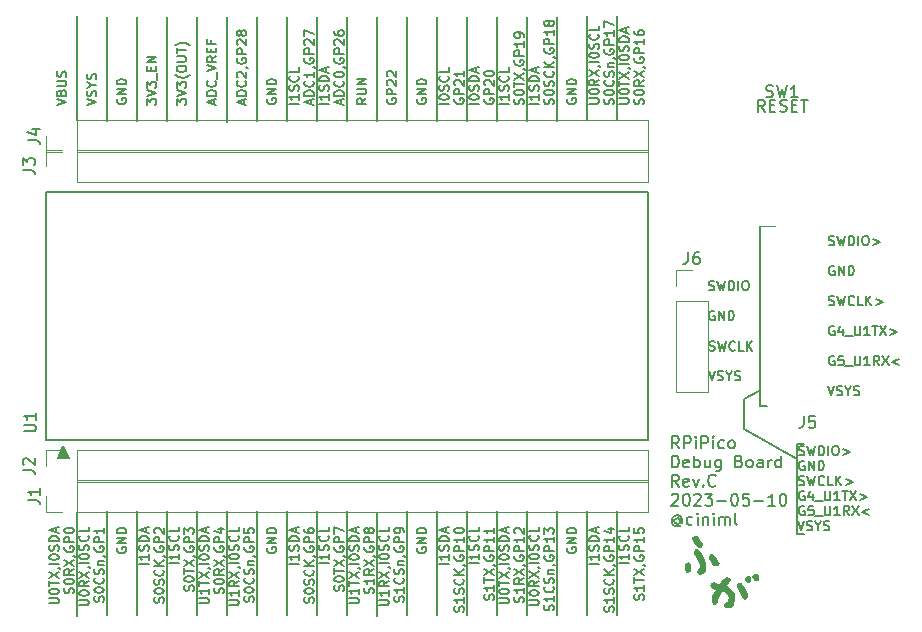
<source format=gto>
G04 #@! TF.GenerationSoftware,KiCad,Pcbnew,7.0.1*
G04 #@! TF.CreationDate,2023-05-10T09:07:30+09:00*
G04 #@! TF.ProjectId,RPiPico_SimpleBoard,52506950-6963-46f5-9f53-696d706c6542,rev?*
G04 #@! TF.SameCoordinates,PX1496ff0PY1496ff0*
G04 #@! TF.FileFunction,Legend,Top*
G04 #@! TF.FilePolarity,Positive*
%FSLAX46Y46*%
G04 Gerber Fmt 4.6, Leading zero omitted, Abs format (unit mm)*
G04 Created by KiCad (PCBNEW 7.0.1) date 2023-05-10 09:07:30*
%MOMM*%
%LPD*%
G01*
G04 APERTURE LIST*
%ADD10C,0.150000*%
%ADD11C,0.120000*%
%ADD12C,0.010000*%
G04 APERTURE END LIST*
D10*
X-17780000Y-25340000D02*
X-17780000Y-16510000D01*
X0Y-25340000D02*
X0Y-16510000D01*
X5080000Y16510000D02*
X5080000Y25340000D01*
X-5080000Y-25340000D02*
X-5080000Y-16510000D01*
X-12700000Y-25340000D02*
X-12700000Y-16510000D01*
X38100000Y-18415000D02*
X38735000Y-18415000D01*
X33655000Y-6985000D02*
X33655000Y-9525000D01*
X-17794408Y16520234D02*
X-17794408Y25350234D01*
X10160000Y16510000D02*
X10160000Y25340000D01*
X34925000Y-6350000D02*
X33655000Y-6985000D01*
X33655000Y-9525000D02*
X38100000Y-12065000D01*
X-10184642Y16465488D02*
X-10184642Y25295488D01*
X-5093216Y16520234D02*
X-5093216Y25350234D01*
X7588577Y-25299661D02*
X7588577Y-16469661D01*
X-12700000Y16510000D02*
X-12700000Y25340000D01*
X2540000Y-25400000D02*
X2540000Y-16570000D01*
X34995000Y7620000D02*
X34995000Y-7620000D01*
X-2553216Y-25299661D02*
X-2553216Y-16469661D01*
X34995000Y-7620000D02*
X35560000Y-7620000D01*
X12700000Y16510000D02*
X12700000Y25340000D01*
X-20340122Y16520234D02*
X-20340122Y25350234D01*
X7620000Y16510000D02*
X7620000Y25340000D01*
X17780000Y-25340000D02*
X17780000Y-16510000D01*
X-7620000Y-25340000D02*
X-7620000Y-16510000D01*
X-20320000Y-25340000D02*
X-20320000Y-16510000D01*
X5080000Y-25340000D02*
X5080000Y-16510000D01*
X38735000Y-10795000D02*
X38100000Y-10795000D01*
X22860000Y16570000D02*
X22860000Y25400000D01*
X0Y16510000D02*
X0Y25340000D01*
X-15240000Y16510000D02*
X-15240000Y25340000D01*
X2540000Y16510000D02*
X2540000Y25340000D01*
X38100000Y-10795000D02*
X38100000Y-18415000D01*
X-22860000Y-25400000D02*
X-22860000Y-16570000D01*
X15240000Y16510000D02*
X15240000Y25340000D01*
X-15240000Y-25340000D02*
X-15240000Y-16510000D01*
X15240000Y-25340000D02*
X15240000Y-16510000D01*
X22860000Y-25340000D02*
X22860000Y-16510000D01*
X12700000Y-25340000D02*
X12700000Y-16510000D01*
X17780000Y16510000D02*
X17780000Y25340000D01*
X-7620000Y16510000D02*
X-7620000Y25340000D01*
X10160000Y-25340000D02*
X10160000Y-16510000D01*
X-2540000Y16510000D02*
X-2540000Y25340000D01*
X-10160000Y-25340000D02*
X-10160000Y-16510000D01*
X-22860000Y16570000D02*
X-22860000Y25400000D01*
X20320000Y-25340000D02*
X20320000Y-16510000D01*
X20320000Y16570000D02*
X20320000Y25400000D01*
X5958190Y-19608571D02*
X5920095Y-19684761D01*
X5920095Y-19684761D02*
X5920095Y-19799047D01*
X5920095Y-19799047D02*
X5958190Y-19913333D01*
X5958190Y-19913333D02*
X6034380Y-19989523D01*
X6034380Y-19989523D02*
X6110571Y-20027618D01*
X6110571Y-20027618D02*
X6262952Y-20065714D01*
X6262952Y-20065714D02*
X6377238Y-20065714D01*
X6377238Y-20065714D02*
X6529619Y-20027618D01*
X6529619Y-20027618D02*
X6605809Y-19989523D01*
X6605809Y-19989523D02*
X6682000Y-19913333D01*
X6682000Y-19913333D02*
X6720095Y-19799047D01*
X6720095Y-19799047D02*
X6720095Y-19722856D01*
X6720095Y-19722856D02*
X6682000Y-19608571D01*
X6682000Y-19608571D02*
X6643904Y-19570475D01*
X6643904Y-19570475D02*
X6377238Y-19570475D01*
X6377238Y-19570475D02*
X6377238Y-19722856D01*
X6720095Y-19227618D02*
X5920095Y-19227618D01*
X5920095Y-19227618D02*
X6720095Y-18770475D01*
X6720095Y-18770475D02*
X5920095Y-18770475D01*
X6720095Y-18389523D02*
X5920095Y-18389523D01*
X5920095Y-18389523D02*
X5920095Y-18199047D01*
X5920095Y-18199047D02*
X5958190Y-18084761D01*
X5958190Y-18084761D02*
X6034380Y-18008571D01*
X6034380Y-18008571D02*
X6110571Y-17970476D01*
X6110571Y-17970476D02*
X6262952Y-17932380D01*
X6262952Y-17932380D02*
X6377238Y-17932380D01*
X6377238Y-17932380D02*
X6529619Y-17970476D01*
X6529619Y-17970476D02*
X6605809Y-18008571D01*
X6605809Y-18008571D02*
X6682000Y-18084761D01*
X6682000Y-18084761D02*
X6720095Y-18199047D01*
X6720095Y-18199047D02*
X6720095Y-18389523D01*
X38709523Y-16118190D02*
X38633333Y-16080095D01*
X38633333Y-16080095D02*
X38519047Y-16080095D01*
X38519047Y-16080095D02*
X38404761Y-16118190D01*
X38404761Y-16118190D02*
X38328571Y-16194380D01*
X38328571Y-16194380D02*
X38290476Y-16270571D01*
X38290476Y-16270571D02*
X38252380Y-16422952D01*
X38252380Y-16422952D02*
X38252380Y-16537238D01*
X38252380Y-16537238D02*
X38290476Y-16689619D01*
X38290476Y-16689619D02*
X38328571Y-16765809D01*
X38328571Y-16765809D02*
X38404761Y-16842000D01*
X38404761Y-16842000D02*
X38519047Y-16880095D01*
X38519047Y-16880095D02*
X38595238Y-16880095D01*
X38595238Y-16880095D02*
X38709523Y-16842000D01*
X38709523Y-16842000D02*
X38747619Y-16803904D01*
X38747619Y-16803904D02*
X38747619Y-16537238D01*
X38747619Y-16537238D02*
X38595238Y-16537238D01*
X39471428Y-16080095D02*
X39090476Y-16080095D01*
X39090476Y-16080095D02*
X39052380Y-16461047D01*
X39052380Y-16461047D02*
X39090476Y-16422952D01*
X39090476Y-16422952D02*
X39166666Y-16384857D01*
X39166666Y-16384857D02*
X39357142Y-16384857D01*
X39357142Y-16384857D02*
X39433333Y-16422952D01*
X39433333Y-16422952D02*
X39471428Y-16461047D01*
X39471428Y-16461047D02*
X39509523Y-16537238D01*
X39509523Y-16537238D02*
X39509523Y-16727714D01*
X39509523Y-16727714D02*
X39471428Y-16803904D01*
X39471428Y-16803904D02*
X39433333Y-16842000D01*
X39433333Y-16842000D02*
X39357142Y-16880095D01*
X39357142Y-16880095D02*
X39166666Y-16880095D01*
X39166666Y-16880095D02*
X39090476Y-16842000D01*
X39090476Y-16842000D02*
X39052380Y-16803904D01*
X39661905Y-16956285D02*
X40271428Y-16956285D01*
X40461905Y-16080095D02*
X40461905Y-16727714D01*
X40461905Y-16727714D02*
X40500000Y-16803904D01*
X40500000Y-16803904D02*
X40538095Y-16842000D01*
X40538095Y-16842000D02*
X40614286Y-16880095D01*
X40614286Y-16880095D02*
X40766667Y-16880095D01*
X40766667Y-16880095D02*
X40842857Y-16842000D01*
X40842857Y-16842000D02*
X40880952Y-16803904D01*
X40880952Y-16803904D02*
X40919048Y-16727714D01*
X40919048Y-16727714D02*
X40919048Y-16080095D01*
X41719047Y-16880095D02*
X41261904Y-16880095D01*
X41490476Y-16880095D02*
X41490476Y-16080095D01*
X41490476Y-16080095D02*
X41414285Y-16194380D01*
X41414285Y-16194380D02*
X41338095Y-16270571D01*
X41338095Y-16270571D02*
X41261904Y-16308666D01*
X42519048Y-16880095D02*
X42252381Y-16499142D01*
X42061905Y-16880095D02*
X42061905Y-16080095D01*
X42061905Y-16080095D02*
X42366667Y-16080095D01*
X42366667Y-16080095D02*
X42442857Y-16118190D01*
X42442857Y-16118190D02*
X42480952Y-16156285D01*
X42480952Y-16156285D02*
X42519048Y-16232476D01*
X42519048Y-16232476D02*
X42519048Y-16346761D01*
X42519048Y-16346761D02*
X42480952Y-16422952D01*
X42480952Y-16422952D02*
X42442857Y-16461047D01*
X42442857Y-16461047D02*
X42366667Y-16499142D01*
X42366667Y-16499142D02*
X42061905Y-16499142D01*
X42785714Y-16080095D02*
X43319048Y-16880095D01*
X43319048Y-16080095D02*
X42785714Y-16880095D01*
X44233334Y-16346761D02*
X43623810Y-16575333D01*
X43623810Y-16575333D02*
X44233334Y-16803904D01*
X8612095Y17970477D02*
X7812095Y17970477D01*
X7812095Y18503810D02*
X7812095Y18580000D01*
X7812095Y18580000D02*
X7850190Y18656191D01*
X7850190Y18656191D02*
X7888285Y18694286D01*
X7888285Y18694286D02*
X7964476Y18732381D01*
X7964476Y18732381D02*
X8116857Y18770476D01*
X8116857Y18770476D02*
X8307333Y18770476D01*
X8307333Y18770476D02*
X8459714Y18732381D01*
X8459714Y18732381D02*
X8535904Y18694286D01*
X8535904Y18694286D02*
X8574000Y18656191D01*
X8574000Y18656191D02*
X8612095Y18580000D01*
X8612095Y18580000D02*
X8612095Y18503810D01*
X8612095Y18503810D02*
X8574000Y18427619D01*
X8574000Y18427619D02*
X8535904Y18389524D01*
X8535904Y18389524D02*
X8459714Y18351429D01*
X8459714Y18351429D02*
X8307333Y18313333D01*
X8307333Y18313333D02*
X8116857Y18313333D01*
X8116857Y18313333D02*
X7964476Y18351429D01*
X7964476Y18351429D02*
X7888285Y18389524D01*
X7888285Y18389524D02*
X7850190Y18427619D01*
X7850190Y18427619D02*
X7812095Y18503810D01*
X8574000Y19075238D02*
X8612095Y19189524D01*
X8612095Y19189524D02*
X8612095Y19380000D01*
X8612095Y19380000D02*
X8574000Y19456191D01*
X8574000Y19456191D02*
X8535904Y19494286D01*
X8535904Y19494286D02*
X8459714Y19532381D01*
X8459714Y19532381D02*
X8383523Y19532381D01*
X8383523Y19532381D02*
X8307333Y19494286D01*
X8307333Y19494286D02*
X8269238Y19456191D01*
X8269238Y19456191D02*
X8231142Y19380000D01*
X8231142Y19380000D02*
X8193047Y19227619D01*
X8193047Y19227619D02*
X8154952Y19151429D01*
X8154952Y19151429D02*
X8116857Y19113334D01*
X8116857Y19113334D02*
X8040666Y19075238D01*
X8040666Y19075238D02*
X7964476Y19075238D01*
X7964476Y19075238D02*
X7888285Y19113334D01*
X7888285Y19113334D02*
X7850190Y19151429D01*
X7850190Y19151429D02*
X7812095Y19227619D01*
X7812095Y19227619D02*
X7812095Y19418096D01*
X7812095Y19418096D02*
X7850190Y19532381D01*
X8535904Y20332382D02*
X8574000Y20294286D01*
X8574000Y20294286D02*
X8612095Y20180001D01*
X8612095Y20180001D02*
X8612095Y20103810D01*
X8612095Y20103810D02*
X8574000Y19989524D01*
X8574000Y19989524D02*
X8497809Y19913334D01*
X8497809Y19913334D02*
X8421619Y19875239D01*
X8421619Y19875239D02*
X8269238Y19837143D01*
X8269238Y19837143D02*
X8154952Y19837143D01*
X8154952Y19837143D02*
X8002571Y19875239D01*
X8002571Y19875239D02*
X7926380Y19913334D01*
X7926380Y19913334D02*
X7850190Y19989524D01*
X7850190Y19989524D02*
X7812095Y20103810D01*
X7812095Y20103810D02*
X7812095Y20180001D01*
X7812095Y20180001D02*
X7850190Y20294286D01*
X7850190Y20294286D02*
X7888285Y20332382D01*
X8612095Y21056191D02*
X8612095Y20675239D01*
X8612095Y20675239D02*
X7812095Y20675239D01*
X9146190Y18389524D02*
X9108095Y18313334D01*
X9108095Y18313334D02*
X9108095Y18199048D01*
X9108095Y18199048D02*
X9146190Y18084762D01*
X9146190Y18084762D02*
X9222380Y18008572D01*
X9222380Y18008572D02*
X9298571Y17970477D01*
X9298571Y17970477D02*
X9450952Y17932381D01*
X9450952Y17932381D02*
X9565238Y17932381D01*
X9565238Y17932381D02*
X9717619Y17970477D01*
X9717619Y17970477D02*
X9793809Y18008572D01*
X9793809Y18008572D02*
X9870000Y18084762D01*
X9870000Y18084762D02*
X9908095Y18199048D01*
X9908095Y18199048D02*
X9908095Y18275239D01*
X9908095Y18275239D02*
X9870000Y18389524D01*
X9870000Y18389524D02*
X9831904Y18427620D01*
X9831904Y18427620D02*
X9565238Y18427620D01*
X9565238Y18427620D02*
X9565238Y18275239D01*
X9908095Y18770477D02*
X9108095Y18770477D01*
X9108095Y18770477D02*
X9108095Y19075239D01*
X9108095Y19075239D02*
X9146190Y19151429D01*
X9146190Y19151429D02*
X9184285Y19189524D01*
X9184285Y19189524D02*
X9260476Y19227620D01*
X9260476Y19227620D02*
X9374761Y19227620D01*
X9374761Y19227620D02*
X9450952Y19189524D01*
X9450952Y19189524D02*
X9489047Y19151429D01*
X9489047Y19151429D02*
X9527142Y19075239D01*
X9527142Y19075239D02*
X9527142Y18770477D01*
X9184285Y19532381D02*
X9146190Y19570477D01*
X9146190Y19570477D02*
X9108095Y19646667D01*
X9108095Y19646667D02*
X9108095Y19837143D01*
X9108095Y19837143D02*
X9146190Y19913334D01*
X9146190Y19913334D02*
X9184285Y19951429D01*
X9184285Y19951429D02*
X9260476Y19989524D01*
X9260476Y19989524D02*
X9336666Y19989524D01*
X9336666Y19989524D02*
X9450952Y19951429D01*
X9450952Y19951429D02*
X9908095Y19494286D01*
X9908095Y19494286D02*
X9908095Y19989524D01*
X9908095Y20751429D02*
X9908095Y20294286D01*
X9908095Y20522858D02*
X9108095Y20522858D01*
X9108095Y20522858D02*
X9222380Y20446667D01*
X9222380Y20446667D02*
X9298571Y20370477D01*
X9298571Y20370477D02*
X9336666Y20294286D01*
X-22667904Y-24484761D02*
X-22020285Y-24484761D01*
X-22020285Y-24484761D02*
X-21944095Y-24446666D01*
X-21944095Y-24446666D02*
X-21906000Y-24408571D01*
X-21906000Y-24408571D02*
X-21867904Y-24332380D01*
X-21867904Y-24332380D02*
X-21867904Y-24179999D01*
X-21867904Y-24179999D02*
X-21906000Y-24103809D01*
X-21906000Y-24103809D02*
X-21944095Y-24065714D01*
X-21944095Y-24065714D02*
X-22020285Y-24027618D01*
X-22020285Y-24027618D02*
X-22667904Y-24027618D01*
X-22667904Y-23494285D02*
X-22667904Y-23418095D01*
X-22667904Y-23418095D02*
X-22629809Y-23341904D01*
X-22629809Y-23341904D02*
X-22591714Y-23303809D01*
X-22591714Y-23303809D02*
X-22515523Y-23265714D01*
X-22515523Y-23265714D02*
X-22363142Y-23227619D01*
X-22363142Y-23227619D02*
X-22172666Y-23227619D01*
X-22172666Y-23227619D02*
X-22020285Y-23265714D01*
X-22020285Y-23265714D02*
X-21944095Y-23303809D01*
X-21944095Y-23303809D02*
X-21906000Y-23341904D01*
X-21906000Y-23341904D02*
X-21867904Y-23418095D01*
X-21867904Y-23418095D02*
X-21867904Y-23494285D01*
X-21867904Y-23494285D02*
X-21906000Y-23570476D01*
X-21906000Y-23570476D02*
X-21944095Y-23608571D01*
X-21944095Y-23608571D02*
X-22020285Y-23646666D01*
X-22020285Y-23646666D02*
X-22172666Y-23684762D01*
X-22172666Y-23684762D02*
X-22363142Y-23684762D01*
X-22363142Y-23684762D02*
X-22515523Y-23646666D01*
X-22515523Y-23646666D02*
X-22591714Y-23608571D01*
X-22591714Y-23608571D02*
X-22629809Y-23570476D01*
X-22629809Y-23570476D02*
X-22667904Y-23494285D01*
X-21867904Y-22427618D02*
X-22248857Y-22694285D01*
X-21867904Y-22884761D02*
X-22667904Y-22884761D01*
X-22667904Y-22884761D02*
X-22667904Y-22579999D01*
X-22667904Y-22579999D02*
X-22629809Y-22503809D01*
X-22629809Y-22503809D02*
X-22591714Y-22465714D01*
X-22591714Y-22465714D02*
X-22515523Y-22427618D01*
X-22515523Y-22427618D02*
X-22401238Y-22427618D01*
X-22401238Y-22427618D02*
X-22325047Y-22465714D01*
X-22325047Y-22465714D02*
X-22286952Y-22503809D01*
X-22286952Y-22503809D02*
X-22248857Y-22579999D01*
X-22248857Y-22579999D02*
X-22248857Y-22884761D01*
X-22667904Y-22160952D02*
X-21867904Y-21627618D01*
X-22667904Y-21627618D02*
X-21867904Y-22160952D01*
X-21906000Y-21284761D02*
X-21867904Y-21284761D01*
X-21867904Y-21284761D02*
X-21791714Y-21322856D01*
X-21791714Y-21322856D02*
X-21753619Y-21360952D01*
X-21867904Y-20941904D02*
X-22667904Y-20941904D01*
X-22667904Y-20408571D02*
X-22667904Y-20332381D01*
X-22667904Y-20332381D02*
X-22629809Y-20256190D01*
X-22629809Y-20256190D02*
X-22591714Y-20218095D01*
X-22591714Y-20218095D02*
X-22515523Y-20180000D01*
X-22515523Y-20180000D02*
X-22363142Y-20141905D01*
X-22363142Y-20141905D02*
X-22172666Y-20141905D01*
X-22172666Y-20141905D02*
X-22020285Y-20180000D01*
X-22020285Y-20180000D02*
X-21944095Y-20218095D01*
X-21944095Y-20218095D02*
X-21906000Y-20256190D01*
X-21906000Y-20256190D02*
X-21867904Y-20332381D01*
X-21867904Y-20332381D02*
X-21867904Y-20408571D01*
X-21867904Y-20408571D02*
X-21906000Y-20484762D01*
X-21906000Y-20484762D02*
X-21944095Y-20522857D01*
X-21944095Y-20522857D02*
X-22020285Y-20560952D01*
X-22020285Y-20560952D02*
X-22172666Y-20599048D01*
X-22172666Y-20599048D02*
X-22363142Y-20599048D01*
X-22363142Y-20599048D02*
X-22515523Y-20560952D01*
X-22515523Y-20560952D02*
X-22591714Y-20522857D01*
X-22591714Y-20522857D02*
X-22629809Y-20484762D01*
X-22629809Y-20484762D02*
X-22667904Y-20408571D01*
X-21906000Y-19837143D02*
X-21867904Y-19722857D01*
X-21867904Y-19722857D02*
X-21867904Y-19532381D01*
X-21867904Y-19532381D02*
X-21906000Y-19456190D01*
X-21906000Y-19456190D02*
X-21944095Y-19418095D01*
X-21944095Y-19418095D02*
X-22020285Y-19380000D01*
X-22020285Y-19380000D02*
X-22096476Y-19380000D01*
X-22096476Y-19380000D02*
X-22172666Y-19418095D01*
X-22172666Y-19418095D02*
X-22210761Y-19456190D01*
X-22210761Y-19456190D02*
X-22248857Y-19532381D01*
X-22248857Y-19532381D02*
X-22286952Y-19684762D01*
X-22286952Y-19684762D02*
X-22325047Y-19760952D01*
X-22325047Y-19760952D02*
X-22363142Y-19799047D01*
X-22363142Y-19799047D02*
X-22439333Y-19837143D01*
X-22439333Y-19837143D02*
X-22515523Y-19837143D01*
X-22515523Y-19837143D02*
X-22591714Y-19799047D01*
X-22591714Y-19799047D02*
X-22629809Y-19760952D01*
X-22629809Y-19760952D02*
X-22667904Y-19684762D01*
X-22667904Y-19684762D02*
X-22667904Y-19494285D01*
X-22667904Y-19494285D02*
X-22629809Y-19380000D01*
X-21944095Y-18579999D02*
X-21906000Y-18618095D01*
X-21906000Y-18618095D02*
X-21867904Y-18732380D01*
X-21867904Y-18732380D02*
X-21867904Y-18808571D01*
X-21867904Y-18808571D02*
X-21906000Y-18922857D01*
X-21906000Y-18922857D02*
X-21982190Y-18999047D01*
X-21982190Y-18999047D02*
X-22058380Y-19037142D01*
X-22058380Y-19037142D02*
X-22210761Y-19075238D01*
X-22210761Y-19075238D02*
X-22325047Y-19075238D01*
X-22325047Y-19075238D02*
X-22477428Y-19037142D01*
X-22477428Y-19037142D02*
X-22553619Y-18999047D01*
X-22553619Y-18999047D02*
X-22629809Y-18922857D01*
X-22629809Y-18922857D02*
X-22667904Y-18808571D01*
X-22667904Y-18808571D02*
X-22667904Y-18732380D01*
X-22667904Y-18732380D02*
X-22629809Y-18618095D01*
X-22629809Y-18618095D02*
X-22591714Y-18579999D01*
X-21867904Y-17856190D02*
X-21867904Y-18237142D01*
X-21867904Y-18237142D02*
X-22667904Y-18237142D01*
X-20610000Y-24180001D02*
X-20571905Y-24065715D01*
X-20571905Y-24065715D02*
X-20571905Y-23875239D01*
X-20571905Y-23875239D02*
X-20610000Y-23799048D01*
X-20610000Y-23799048D02*
X-20648096Y-23760953D01*
X-20648096Y-23760953D02*
X-20724286Y-23722858D01*
X-20724286Y-23722858D02*
X-20800477Y-23722858D01*
X-20800477Y-23722858D02*
X-20876667Y-23760953D01*
X-20876667Y-23760953D02*
X-20914762Y-23799048D01*
X-20914762Y-23799048D02*
X-20952858Y-23875239D01*
X-20952858Y-23875239D02*
X-20990953Y-24027620D01*
X-20990953Y-24027620D02*
X-21029048Y-24103810D01*
X-21029048Y-24103810D02*
X-21067143Y-24141905D01*
X-21067143Y-24141905D02*
X-21143334Y-24180001D01*
X-21143334Y-24180001D02*
X-21219524Y-24180001D01*
X-21219524Y-24180001D02*
X-21295715Y-24141905D01*
X-21295715Y-24141905D02*
X-21333810Y-24103810D01*
X-21333810Y-24103810D02*
X-21371905Y-24027620D01*
X-21371905Y-24027620D02*
X-21371905Y-23837143D01*
X-21371905Y-23837143D02*
X-21333810Y-23722858D01*
X-21371905Y-23227619D02*
X-21371905Y-23151429D01*
X-21371905Y-23151429D02*
X-21333810Y-23075238D01*
X-21333810Y-23075238D02*
X-21295715Y-23037143D01*
X-21295715Y-23037143D02*
X-21219524Y-22999048D01*
X-21219524Y-22999048D02*
X-21067143Y-22960953D01*
X-21067143Y-22960953D02*
X-20876667Y-22960953D01*
X-20876667Y-22960953D02*
X-20724286Y-22999048D01*
X-20724286Y-22999048D02*
X-20648096Y-23037143D01*
X-20648096Y-23037143D02*
X-20610000Y-23075238D01*
X-20610000Y-23075238D02*
X-20571905Y-23151429D01*
X-20571905Y-23151429D02*
X-20571905Y-23227619D01*
X-20571905Y-23227619D02*
X-20610000Y-23303810D01*
X-20610000Y-23303810D02*
X-20648096Y-23341905D01*
X-20648096Y-23341905D02*
X-20724286Y-23380000D01*
X-20724286Y-23380000D02*
X-20876667Y-23418096D01*
X-20876667Y-23418096D02*
X-21067143Y-23418096D01*
X-21067143Y-23418096D02*
X-21219524Y-23380000D01*
X-21219524Y-23380000D02*
X-21295715Y-23341905D01*
X-21295715Y-23341905D02*
X-21333810Y-23303810D01*
X-21333810Y-23303810D02*
X-21371905Y-23227619D01*
X-20648096Y-22160952D02*
X-20610000Y-22199048D01*
X-20610000Y-22199048D02*
X-20571905Y-22313333D01*
X-20571905Y-22313333D02*
X-20571905Y-22389524D01*
X-20571905Y-22389524D02*
X-20610000Y-22503810D01*
X-20610000Y-22503810D02*
X-20686191Y-22580000D01*
X-20686191Y-22580000D02*
X-20762381Y-22618095D01*
X-20762381Y-22618095D02*
X-20914762Y-22656191D01*
X-20914762Y-22656191D02*
X-21029048Y-22656191D01*
X-21029048Y-22656191D02*
X-21181429Y-22618095D01*
X-21181429Y-22618095D02*
X-21257620Y-22580000D01*
X-21257620Y-22580000D02*
X-21333810Y-22503810D01*
X-21333810Y-22503810D02*
X-21371905Y-22389524D01*
X-21371905Y-22389524D02*
X-21371905Y-22313333D01*
X-21371905Y-22313333D02*
X-21333810Y-22199048D01*
X-21333810Y-22199048D02*
X-21295715Y-22160952D01*
X-20610000Y-21856191D02*
X-20571905Y-21741905D01*
X-20571905Y-21741905D02*
X-20571905Y-21551429D01*
X-20571905Y-21551429D02*
X-20610000Y-21475238D01*
X-20610000Y-21475238D02*
X-20648096Y-21437143D01*
X-20648096Y-21437143D02*
X-20724286Y-21399048D01*
X-20724286Y-21399048D02*
X-20800477Y-21399048D01*
X-20800477Y-21399048D02*
X-20876667Y-21437143D01*
X-20876667Y-21437143D02*
X-20914762Y-21475238D01*
X-20914762Y-21475238D02*
X-20952858Y-21551429D01*
X-20952858Y-21551429D02*
X-20990953Y-21703810D01*
X-20990953Y-21703810D02*
X-21029048Y-21780000D01*
X-21029048Y-21780000D02*
X-21067143Y-21818095D01*
X-21067143Y-21818095D02*
X-21143334Y-21856191D01*
X-21143334Y-21856191D02*
X-21219524Y-21856191D01*
X-21219524Y-21856191D02*
X-21295715Y-21818095D01*
X-21295715Y-21818095D02*
X-21333810Y-21780000D01*
X-21333810Y-21780000D02*
X-21371905Y-21703810D01*
X-21371905Y-21703810D02*
X-21371905Y-21513333D01*
X-21371905Y-21513333D02*
X-21333810Y-21399048D01*
X-21105239Y-21056190D02*
X-20571905Y-21056190D01*
X-21029048Y-21056190D02*
X-21067143Y-21018095D01*
X-21067143Y-21018095D02*
X-21105239Y-20941905D01*
X-21105239Y-20941905D02*
X-21105239Y-20827619D01*
X-21105239Y-20827619D02*
X-21067143Y-20751428D01*
X-21067143Y-20751428D02*
X-20990953Y-20713333D01*
X-20990953Y-20713333D02*
X-20571905Y-20713333D01*
X-20610000Y-20294285D02*
X-20571905Y-20294285D01*
X-20571905Y-20294285D02*
X-20495715Y-20332380D01*
X-20495715Y-20332380D02*
X-20457620Y-20370476D01*
X-21333810Y-19532381D02*
X-21371905Y-19608571D01*
X-21371905Y-19608571D02*
X-21371905Y-19722857D01*
X-21371905Y-19722857D02*
X-21333810Y-19837143D01*
X-21333810Y-19837143D02*
X-21257620Y-19913333D01*
X-21257620Y-19913333D02*
X-21181429Y-19951428D01*
X-21181429Y-19951428D02*
X-21029048Y-19989524D01*
X-21029048Y-19989524D02*
X-20914762Y-19989524D01*
X-20914762Y-19989524D02*
X-20762381Y-19951428D01*
X-20762381Y-19951428D02*
X-20686191Y-19913333D01*
X-20686191Y-19913333D02*
X-20610000Y-19837143D01*
X-20610000Y-19837143D02*
X-20571905Y-19722857D01*
X-20571905Y-19722857D02*
X-20571905Y-19646666D01*
X-20571905Y-19646666D02*
X-20610000Y-19532381D01*
X-20610000Y-19532381D02*
X-20648096Y-19494285D01*
X-20648096Y-19494285D02*
X-20914762Y-19494285D01*
X-20914762Y-19494285D02*
X-20914762Y-19646666D01*
X-20571905Y-19151428D02*
X-21371905Y-19151428D01*
X-21371905Y-19151428D02*
X-21371905Y-18846666D01*
X-21371905Y-18846666D02*
X-21333810Y-18770476D01*
X-21333810Y-18770476D02*
X-21295715Y-18732381D01*
X-21295715Y-18732381D02*
X-21219524Y-18694285D01*
X-21219524Y-18694285D02*
X-21105239Y-18694285D01*
X-21105239Y-18694285D02*
X-21029048Y-18732381D01*
X-21029048Y-18732381D02*
X-20990953Y-18770476D01*
X-20990953Y-18770476D02*
X-20952858Y-18846666D01*
X-20952858Y-18846666D02*
X-20952858Y-19151428D01*
X-20571905Y-17932381D02*
X-20571905Y-18389524D01*
X-20571905Y-18160952D02*
X-21371905Y-18160952D01*
X-21371905Y-18160952D02*
X-21257620Y-18237143D01*
X-21257620Y-18237143D02*
X-21181429Y-18313333D01*
X-21181429Y-18313333D02*
X-21143334Y-18389524D01*
X-19441810Y18389524D02*
X-19479905Y18313334D01*
X-19479905Y18313334D02*
X-19479905Y18199048D01*
X-19479905Y18199048D02*
X-19441810Y18084762D01*
X-19441810Y18084762D02*
X-19365620Y18008572D01*
X-19365620Y18008572D02*
X-19289429Y17970477D01*
X-19289429Y17970477D02*
X-19137048Y17932381D01*
X-19137048Y17932381D02*
X-19022762Y17932381D01*
X-19022762Y17932381D02*
X-18870381Y17970477D01*
X-18870381Y17970477D02*
X-18794191Y18008572D01*
X-18794191Y18008572D02*
X-18718000Y18084762D01*
X-18718000Y18084762D02*
X-18679905Y18199048D01*
X-18679905Y18199048D02*
X-18679905Y18275239D01*
X-18679905Y18275239D02*
X-18718000Y18389524D01*
X-18718000Y18389524D02*
X-18756096Y18427620D01*
X-18756096Y18427620D02*
X-19022762Y18427620D01*
X-19022762Y18427620D02*
X-19022762Y18275239D01*
X-18679905Y18770477D02*
X-19479905Y18770477D01*
X-19479905Y18770477D02*
X-18679905Y19227620D01*
X-18679905Y19227620D02*
X-19479905Y19227620D01*
X-18679905Y19608572D02*
X-19479905Y19608572D01*
X-19479905Y19608572D02*
X-19479905Y19799048D01*
X-19479905Y19799048D02*
X-19441810Y19913334D01*
X-19441810Y19913334D02*
X-19365620Y19989524D01*
X-19365620Y19989524D02*
X-19289429Y20027619D01*
X-19289429Y20027619D02*
X-19137048Y20065715D01*
X-19137048Y20065715D02*
X-19022762Y20065715D01*
X-19022762Y20065715D02*
X-18870381Y20027619D01*
X-18870381Y20027619D02*
X-18794191Y19989524D01*
X-18794191Y19989524D02*
X-18718000Y19913334D01*
X-18718000Y19913334D02*
X-18679905Y19799048D01*
X-18679905Y19799048D02*
X-18679905Y19608572D01*
X-9967905Y-24484761D02*
X-9320286Y-24484761D01*
X-9320286Y-24484761D02*
X-9244096Y-24446666D01*
X-9244096Y-24446666D02*
X-9206000Y-24408571D01*
X-9206000Y-24408571D02*
X-9167905Y-24332380D01*
X-9167905Y-24332380D02*
X-9167905Y-24179999D01*
X-9167905Y-24179999D02*
X-9206000Y-24103809D01*
X-9206000Y-24103809D02*
X-9244096Y-24065714D01*
X-9244096Y-24065714D02*
X-9320286Y-24027618D01*
X-9320286Y-24027618D02*
X-9967905Y-24027618D01*
X-9167905Y-23227619D02*
X-9167905Y-23684762D01*
X-9167905Y-23456190D02*
X-9967905Y-23456190D01*
X-9967905Y-23456190D02*
X-9853620Y-23532381D01*
X-9853620Y-23532381D02*
X-9777429Y-23608571D01*
X-9777429Y-23608571D02*
X-9739334Y-23684762D01*
X-9167905Y-22427618D02*
X-9548858Y-22694285D01*
X-9167905Y-22884761D02*
X-9967905Y-22884761D01*
X-9967905Y-22884761D02*
X-9967905Y-22579999D01*
X-9967905Y-22579999D02*
X-9929810Y-22503809D01*
X-9929810Y-22503809D02*
X-9891715Y-22465714D01*
X-9891715Y-22465714D02*
X-9815524Y-22427618D01*
X-9815524Y-22427618D02*
X-9701239Y-22427618D01*
X-9701239Y-22427618D02*
X-9625048Y-22465714D01*
X-9625048Y-22465714D02*
X-9586953Y-22503809D01*
X-9586953Y-22503809D02*
X-9548858Y-22579999D01*
X-9548858Y-22579999D02*
X-9548858Y-22884761D01*
X-9967905Y-22160952D02*
X-9167905Y-21627618D01*
X-9967905Y-21627618D02*
X-9167905Y-22160952D01*
X-9206000Y-21284761D02*
X-9167905Y-21284761D01*
X-9167905Y-21284761D02*
X-9091715Y-21322856D01*
X-9091715Y-21322856D02*
X-9053620Y-21360952D01*
X-9167905Y-20941904D02*
X-9967905Y-20941904D01*
X-9967905Y-20408571D02*
X-9967905Y-20332381D01*
X-9967905Y-20332381D02*
X-9929810Y-20256190D01*
X-9929810Y-20256190D02*
X-9891715Y-20218095D01*
X-9891715Y-20218095D02*
X-9815524Y-20180000D01*
X-9815524Y-20180000D02*
X-9663143Y-20141905D01*
X-9663143Y-20141905D02*
X-9472667Y-20141905D01*
X-9472667Y-20141905D02*
X-9320286Y-20180000D01*
X-9320286Y-20180000D02*
X-9244096Y-20218095D01*
X-9244096Y-20218095D02*
X-9206000Y-20256190D01*
X-9206000Y-20256190D02*
X-9167905Y-20332381D01*
X-9167905Y-20332381D02*
X-9167905Y-20408571D01*
X-9167905Y-20408571D02*
X-9206000Y-20484762D01*
X-9206000Y-20484762D02*
X-9244096Y-20522857D01*
X-9244096Y-20522857D02*
X-9320286Y-20560952D01*
X-9320286Y-20560952D02*
X-9472667Y-20599048D01*
X-9472667Y-20599048D02*
X-9663143Y-20599048D01*
X-9663143Y-20599048D02*
X-9815524Y-20560952D01*
X-9815524Y-20560952D02*
X-9891715Y-20522857D01*
X-9891715Y-20522857D02*
X-9929810Y-20484762D01*
X-9929810Y-20484762D02*
X-9967905Y-20408571D01*
X-9206000Y-19837143D02*
X-9167905Y-19722857D01*
X-9167905Y-19722857D02*
X-9167905Y-19532381D01*
X-9167905Y-19532381D02*
X-9206000Y-19456190D01*
X-9206000Y-19456190D02*
X-9244096Y-19418095D01*
X-9244096Y-19418095D02*
X-9320286Y-19380000D01*
X-9320286Y-19380000D02*
X-9396477Y-19380000D01*
X-9396477Y-19380000D02*
X-9472667Y-19418095D01*
X-9472667Y-19418095D02*
X-9510762Y-19456190D01*
X-9510762Y-19456190D02*
X-9548858Y-19532381D01*
X-9548858Y-19532381D02*
X-9586953Y-19684762D01*
X-9586953Y-19684762D02*
X-9625048Y-19760952D01*
X-9625048Y-19760952D02*
X-9663143Y-19799047D01*
X-9663143Y-19799047D02*
X-9739334Y-19837143D01*
X-9739334Y-19837143D02*
X-9815524Y-19837143D01*
X-9815524Y-19837143D02*
X-9891715Y-19799047D01*
X-9891715Y-19799047D02*
X-9929810Y-19760952D01*
X-9929810Y-19760952D02*
X-9967905Y-19684762D01*
X-9967905Y-19684762D02*
X-9967905Y-19494285D01*
X-9967905Y-19494285D02*
X-9929810Y-19380000D01*
X-9244096Y-18579999D02*
X-9206000Y-18618095D01*
X-9206000Y-18618095D02*
X-9167905Y-18732380D01*
X-9167905Y-18732380D02*
X-9167905Y-18808571D01*
X-9167905Y-18808571D02*
X-9206000Y-18922857D01*
X-9206000Y-18922857D02*
X-9282191Y-18999047D01*
X-9282191Y-18999047D02*
X-9358381Y-19037142D01*
X-9358381Y-19037142D02*
X-9510762Y-19075238D01*
X-9510762Y-19075238D02*
X-9625048Y-19075238D01*
X-9625048Y-19075238D02*
X-9777429Y-19037142D01*
X-9777429Y-19037142D02*
X-9853620Y-18999047D01*
X-9853620Y-18999047D02*
X-9929810Y-18922857D01*
X-9929810Y-18922857D02*
X-9967905Y-18808571D01*
X-9967905Y-18808571D02*
X-9967905Y-18732380D01*
X-9967905Y-18732380D02*
X-9929810Y-18618095D01*
X-9929810Y-18618095D02*
X-9891715Y-18579999D01*
X-9167905Y-17856190D02*
X-9167905Y-18237142D01*
X-9167905Y-18237142D02*
X-9967905Y-18237142D01*
X-7910000Y-24180001D02*
X-7871905Y-24065715D01*
X-7871905Y-24065715D02*
X-7871905Y-23875239D01*
X-7871905Y-23875239D02*
X-7910000Y-23799048D01*
X-7910000Y-23799048D02*
X-7948096Y-23760953D01*
X-7948096Y-23760953D02*
X-8024286Y-23722858D01*
X-8024286Y-23722858D02*
X-8100477Y-23722858D01*
X-8100477Y-23722858D02*
X-8176667Y-23760953D01*
X-8176667Y-23760953D02*
X-8214762Y-23799048D01*
X-8214762Y-23799048D02*
X-8252858Y-23875239D01*
X-8252858Y-23875239D02*
X-8290953Y-24027620D01*
X-8290953Y-24027620D02*
X-8329048Y-24103810D01*
X-8329048Y-24103810D02*
X-8367143Y-24141905D01*
X-8367143Y-24141905D02*
X-8443334Y-24180001D01*
X-8443334Y-24180001D02*
X-8519524Y-24180001D01*
X-8519524Y-24180001D02*
X-8595715Y-24141905D01*
X-8595715Y-24141905D02*
X-8633810Y-24103810D01*
X-8633810Y-24103810D02*
X-8671905Y-24027620D01*
X-8671905Y-24027620D02*
X-8671905Y-23837143D01*
X-8671905Y-23837143D02*
X-8633810Y-23722858D01*
X-8671905Y-23227619D02*
X-8671905Y-23151429D01*
X-8671905Y-23151429D02*
X-8633810Y-23075238D01*
X-8633810Y-23075238D02*
X-8595715Y-23037143D01*
X-8595715Y-23037143D02*
X-8519524Y-22999048D01*
X-8519524Y-22999048D02*
X-8367143Y-22960953D01*
X-8367143Y-22960953D02*
X-8176667Y-22960953D01*
X-8176667Y-22960953D02*
X-8024286Y-22999048D01*
X-8024286Y-22999048D02*
X-7948096Y-23037143D01*
X-7948096Y-23037143D02*
X-7910000Y-23075238D01*
X-7910000Y-23075238D02*
X-7871905Y-23151429D01*
X-7871905Y-23151429D02*
X-7871905Y-23227619D01*
X-7871905Y-23227619D02*
X-7910000Y-23303810D01*
X-7910000Y-23303810D02*
X-7948096Y-23341905D01*
X-7948096Y-23341905D02*
X-8024286Y-23380000D01*
X-8024286Y-23380000D02*
X-8176667Y-23418096D01*
X-8176667Y-23418096D02*
X-8367143Y-23418096D01*
X-8367143Y-23418096D02*
X-8519524Y-23380000D01*
X-8519524Y-23380000D02*
X-8595715Y-23341905D01*
X-8595715Y-23341905D02*
X-8633810Y-23303810D01*
X-8633810Y-23303810D02*
X-8671905Y-23227619D01*
X-7948096Y-22160952D02*
X-7910000Y-22199048D01*
X-7910000Y-22199048D02*
X-7871905Y-22313333D01*
X-7871905Y-22313333D02*
X-7871905Y-22389524D01*
X-7871905Y-22389524D02*
X-7910000Y-22503810D01*
X-7910000Y-22503810D02*
X-7986191Y-22580000D01*
X-7986191Y-22580000D02*
X-8062381Y-22618095D01*
X-8062381Y-22618095D02*
X-8214762Y-22656191D01*
X-8214762Y-22656191D02*
X-8329048Y-22656191D01*
X-8329048Y-22656191D02*
X-8481429Y-22618095D01*
X-8481429Y-22618095D02*
X-8557620Y-22580000D01*
X-8557620Y-22580000D02*
X-8633810Y-22503810D01*
X-8633810Y-22503810D02*
X-8671905Y-22389524D01*
X-8671905Y-22389524D02*
X-8671905Y-22313333D01*
X-8671905Y-22313333D02*
X-8633810Y-22199048D01*
X-8633810Y-22199048D02*
X-8595715Y-22160952D01*
X-7910000Y-21856191D02*
X-7871905Y-21741905D01*
X-7871905Y-21741905D02*
X-7871905Y-21551429D01*
X-7871905Y-21551429D02*
X-7910000Y-21475238D01*
X-7910000Y-21475238D02*
X-7948096Y-21437143D01*
X-7948096Y-21437143D02*
X-8024286Y-21399048D01*
X-8024286Y-21399048D02*
X-8100477Y-21399048D01*
X-8100477Y-21399048D02*
X-8176667Y-21437143D01*
X-8176667Y-21437143D02*
X-8214762Y-21475238D01*
X-8214762Y-21475238D02*
X-8252858Y-21551429D01*
X-8252858Y-21551429D02*
X-8290953Y-21703810D01*
X-8290953Y-21703810D02*
X-8329048Y-21780000D01*
X-8329048Y-21780000D02*
X-8367143Y-21818095D01*
X-8367143Y-21818095D02*
X-8443334Y-21856191D01*
X-8443334Y-21856191D02*
X-8519524Y-21856191D01*
X-8519524Y-21856191D02*
X-8595715Y-21818095D01*
X-8595715Y-21818095D02*
X-8633810Y-21780000D01*
X-8633810Y-21780000D02*
X-8671905Y-21703810D01*
X-8671905Y-21703810D02*
X-8671905Y-21513333D01*
X-8671905Y-21513333D02*
X-8633810Y-21399048D01*
X-8405239Y-21056190D02*
X-7871905Y-21056190D01*
X-8329048Y-21056190D02*
X-8367143Y-21018095D01*
X-8367143Y-21018095D02*
X-8405239Y-20941905D01*
X-8405239Y-20941905D02*
X-8405239Y-20827619D01*
X-8405239Y-20827619D02*
X-8367143Y-20751428D01*
X-8367143Y-20751428D02*
X-8290953Y-20713333D01*
X-8290953Y-20713333D02*
X-7871905Y-20713333D01*
X-7910000Y-20294285D02*
X-7871905Y-20294285D01*
X-7871905Y-20294285D02*
X-7795715Y-20332380D01*
X-7795715Y-20332380D02*
X-7757620Y-20370476D01*
X-8633810Y-19532381D02*
X-8671905Y-19608571D01*
X-8671905Y-19608571D02*
X-8671905Y-19722857D01*
X-8671905Y-19722857D02*
X-8633810Y-19837143D01*
X-8633810Y-19837143D02*
X-8557620Y-19913333D01*
X-8557620Y-19913333D02*
X-8481429Y-19951428D01*
X-8481429Y-19951428D02*
X-8329048Y-19989524D01*
X-8329048Y-19989524D02*
X-8214762Y-19989524D01*
X-8214762Y-19989524D02*
X-8062381Y-19951428D01*
X-8062381Y-19951428D02*
X-7986191Y-19913333D01*
X-7986191Y-19913333D02*
X-7910000Y-19837143D01*
X-7910000Y-19837143D02*
X-7871905Y-19722857D01*
X-7871905Y-19722857D02*
X-7871905Y-19646666D01*
X-7871905Y-19646666D02*
X-7910000Y-19532381D01*
X-7910000Y-19532381D02*
X-7948096Y-19494285D01*
X-7948096Y-19494285D02*
X-8214762Y-19494285D01*
X-8214762Y-19494285D02*
X-8214762Y-19646666D01*
X-7871905Y-19151428D02*
X-8671905Y-19151428D01*
X-8671905Y-19151428D02*
X-8671905Y-18846666D01*
X-8671905Y-18846666D02*
X-8633810Y-18770476D01*
X-8633810Y-18770476D02*
X-8595715Y-18732381D01*
X-8595715Y-18732381D02*
X-8519524Y-18694285D01*
X-8519524Y-18694285D02*
X-8405239Y-18694285D01*
X-8405239Y-18694285D02*
X-8329048Y-18732381D01*
X-8329048Y-18732381D02*
X-8290953Y-18770476D01*
X-8290953Y-18770476D02*
X-8252858Y-18846666D01*
X-8252858Y-18846666D02*
X-8252858Y-19151428D01*
X-8671905Y-17970476D02*
X-8671905Y-18351428D01*
X-8671905Y-18351428D02*
X-8290953Y-18389524D01*
X-8290953Y-18389524D02*
X-8329048Y-18351428D01*
X-8329048Y-18351428D02*
X-8367143Y-18275238D01*
X-8367143Y-18275238D02*
X-8367143Y-18084762D01*
X-8367143Y-18084762D02*
X-8329048Y-18008571D01*
X-8329048Y-18008571D02*
X-8290953Y-17970476D01*
X-8290953Y-17970476D02*
X-8214762Y-17932381D01*
X-8214762Y-17932381D02*
X-8024286Y-17932381D01*
X-8024286Y-17932381D02*
X-7948096Y-17970476D01*
X-7948096Y-17970476D02*
X-7910000Y-18008571D01*
X-7910000Y-18008571D02*
X-7871905Y-18084762D01*
X-7871905Y-18084762D02*
X-7871905Y-18275238D01*
X-7871905Y-18275238D02*
X-7910000Y-18351428D01*
X-7910000Y-18351428D02*
X-7948096Y-18389524D01*
X-19441810Y-19608571D02*
X-19479905Y-19684761D01*
X-19479905Y-19684761D02*
X-19479905Y-19799047D01*
X-19479905Y-19799047D02*
X-19441810Y-19913333D01*
X-19441810Y-19913333D02*
X-19365620Y-19989523D01*
X-19365620Y-19989523D02*
X-19289429Y-20027618D01*
X-19289429Y-20027618D02*
X-19137048Y-20065714D01*
X-19137048Y-20065714D02*
X-19022762Y-20065714D01*
X-19022762Y-20065714D02*
X-18870381Y-20027618D01*
X-18870381Y-20027618D02*
X-18794191Y-19989523D01*
X-18794191Y-19989523D02*
X-18718000Y-19913333D01*
X-18718000Y-19913333D02*
X-18679905Y-19799047D01*
X-18679905Y-19799047D02*
X-18679905Y-19722856D01*
X-18679905Y-19722856D02*
X-18718000Y-19608571D01*
X-18718000Y-19608571D02*
X-18756096Y-19570475D01*
X-18756096Y-19570475D02*
X-19022762Y-19570475D01*
X-19022762Y-19570475D02*
X-19022762Y-19722856D01*
X-18679905Y-19227618D02*
X-19479905Y-19227618D01*
X-19479905Y-19227618D02*
X-18679905Y-18770475D01*
X-18679905Y-18770475D02*
X-19479905Y-18770475D01*
X-18679905Y-18389523D02*
X-19479905Y-18389523D01*
X-19479905Y-18389523D02*
X-19479905Y-18199047D01*
X-19479905Y-18199047D02*
X-19441810Y-18084761D01*
X-19441810Y-18084761D02*
X-19365620Y-18008571D01*
X-19365620Y-18008571D02*
X-19289429Y-17970476D01*
X-19289429Y-17970476D02*
X-19137048Y-17932380D01*
X-19137048Y-17932380D02*
X-19022762Y-17932380D01*
X-19022762Y-17932380D02*
X-18870381Y-17970476D01*
X-18870381Y-17970476D02*
X-18794191Y-18008571D01*
X-18794191Y-18008571D02*
X-18718000Y-18084761D01*
X-18718000Y-18084761D02*
X-18679905Y-18199047D01*
X-18679905Y-18199047D02*
X-18679905Y-18389523D01*
X30632380Y2208000D02*
X30746666Y2169905D01*
X30746666Y2169905D02*
X30937142Y2169905D01*
X30937142Y2169905D02*
X31013333Y2208000D01*
X31013333Y2208000D02*
X31051428Y2246096D01*
X31051428Y2246096D02*
X31089523Y2322286D01*
X31089523Y2322286D02*
X31089523Y2398477D01*
X31089523Y2398477D02*
X31051428Y2474667D01*
X31051428Y2474667D02*
X31013333Y2512762D01*
X31013333Y2512762D02*
X30937142Y2550858D01*
X30937142Y2550858D02*
X30784761Y2588953D01*
X30784761Y2588953D02*
X30708571Y2627048D01*
X30708571Y2627048D02*
X30670476Y2665143D01*
X30670476Y2665143D02*
X30632380Y2741334D01*
X30632380Y2741334D02*
X30632380Y2817524D01*
X30632380Y2817524D02*
X30670476Y2893715D01*
X30670476Y2893715D02*
X30708571Y2931810D01*
X30708571Y2931810D02*
X30784761Y2969905D01*
X30784761Y2969905D02*
X30975238Y2969905D01*
X30975238Y2969905D02*
X31089523Y2931810D01*
X31356190Y2969905D02*
X31546666Y2169905D01*
X31546666Y2169905D02*
X31699047Y2741334D01*
X31699047Y2741334D02*
X31851428Y2169905D01*
X31851428Y2169905D02*
X32041905Y2969905D01*
X32346667Y2169905D02*
X32346667Y2969905D01*
X32346667Y2969905D02*
X32537143Y2969905D01*
X32537143Y2969905D02*
X32651429Y2931810D01*
X32651429Y2931810D02*
X32727619Y2855620D01*
X32727619Y2855620D02*
X32765714Y2779429D01*
X32765714Y2779429D02*
X32803810Y2627048D01*
X32803810Y2627048D02*
X32803810Y2512762D01*
X32803810Y2512762D02*
X32765714Y2360381D01*
X32765714Y2360381D02*
X32727619Y2284191D01*
X32727619Y2284191D02*
X32651429Y2208000D01*
X32651429Y2208000D02*
X32537143Y2169905D01*
X32537143Y2169905D02*
X32346667Y2169905D01*
X33146667Y2169905D02*
X33146667Y2969905D01*
X33680000Y2969905D02*
X33832381Y2969905D01*
X33832381Y2969905D02*
X33908571Y2931810D01*
X33908571Y2931810D02*
X33984762Y2855620D01*
X33984762Y2855620D02*
X34022857Y2703239D01*
X34022857Y2703239D02*
X34022857Y2436572D01*
X34022857Y2436572D02*
X33984762Y2284191D01*
X33984762Y2284191D02*
X33908571Y2208000D01*
X33908571Y2208000D02*
X33832381Y2169905D01*
X33832381Y2169905D02*
X33680000Y2169905D01*
X33680000Y2169905D02*
X33603809Y2208000D01*
X33603809Y2208000D02*
X33527619Y2284191D01*
X33527619Y2284191D02*
X33489523Y2436572D01*
X33489523Y2436572D02*
X33489523Y2703239D01*
X33489523Y2703239D02*
X33527619Y2855620D01*
X33527619Y2855620D02*
X33603809Y2931810D01*
X33603809Y2931810D02*
X33680000Y2969905D01*
X30692380Y-2902000D02*
X30806666Y-2940095D01*
X30806666Y-2940095D02*
X30997142Y-2940095D01*
X30997142Y-2940095D02*
X31073333Y-2902000D01*
X31073333Y-2902000D02*
X31111428Y-2863904D01*
X31111428Y-2863904D02*
X31149523Y-2787714D01*
X31149523Y-2787714D02*
X31149523Y-2711523D01*
X31149523Y-2711523D02*
X31111428Y-2635333D01*
X31111428Y-2635333D02*
X31073333Y-2597238D01*
X31073333Y-2597238D02*
X30997142Y-2559142D01*
X30997142Y-2559142D02*
X30844761Y-2521047D01*
X30844761Y-2521047D02*
X30768571Y-2482952D01*
X30768571Y-2482952D02*
X30730476Y-2444857D01*
X30730476Y-2444857D02*
X30692380Y-2368666D01*
X30692380Y-2368666D02*
X30692380Y-2292476D01*
X30692380Y-2292476D02*
X30730476Y-2216285D01*
X30730476Y-2216285D02*
X30768571Y-2178190D01*
X30768571Y-2178190D02*
X30844761Y-2140095D01*
X30844761Y-2140095D02*
X31035238Y-2140095D01*
X31035238Y-2140095D02*
X31149523Y-2178190D01*
X31416190Y-2140095D02*
X31606666Y-2940095D01*
X31606666Y-2940095D02*
X31759047Y-2368666D01*
X31759047Y-2368666D02*
X31911428Y-2940095D01*
X31911428Y-2940095D02*
X32101905Y-2140095D01*
X32863810Y-2863904D02*
X32825714Y-2902000D01*
X32825714Y-2902000D02*
X32711429Y-2940095D01*
X32711429Y-2940095D02*
X32635238Y-2940095D01*
X32635238Y-2940095D02*
X32520952Y-2902000D01*
X32520952Y-2902000D02*
X32444762Y-2825809D01*
X32444762Y-2825809D02*
X32406667Y-2749619D01*
X32406667Y-2749619D02*
X32368571Y-2597238D01*
X32368571Y-2597238D02*
X32368571Y-2482952D01*
X32368571Y-2482952D02*
X32406667Y-2330571D01*
X32406667Y-2330571D02*
X32444762Y-2254380D01*
X32444762Y-2254380D02*
X32520952Y-2178190D01*
X32520952Y-2178190D02*
X32635238Y-2140095D01*
X32635238Y-2140095D02*
X32711429Y-2140095D01*
X32711429Y-2140095D02*
X32825714Y-2178190D01*
X32825714Y-2178190D02*
X32863810Y-2216285D01*
X33587619Y-2940095D02*
X33206667Y-2940095D01*
X33206667Y-2940095D02*
X33206667Y-2140095D01*
X33854286Y-2940095D02*
X33854286Y-2140095D01*
X34311429Y-2940095D02*
X33968571Y-2482952D01*
X34311429Y-2140095D02*
X33854286Y-2597238D01*
X30616190Y-4650095D02*
X30882857Y-5450095D01*
X30882857Y-5450095D02*
X31149523Y-4650095D01*
X31378094Y-5412000D02*
X31492380Y-5450095D01*
X31492380Y-5450095D02*
X31682856Y-5450095D01*
X31682856Y-5450095D02*
X31759047Y-5412000D01*
X31759047Y-5412000D02*
X31797142Y-5373904D01*
X31797142Y-5373904D02*
X31835237Y-5297714D01*
X31835237Y-5297714D02*
X31835237Y-5221523D01*
X31835237Y-5221523D02*
X31797142Y-5145333D01*
X31797142Y-5145333D02*
X31759047Y-5107238D01*
X31759047Y-5107238D02*
X31682856Y-5069142D01*
X31682856Y-5069142D02*
X31530475Y-5031047D01*
X31530475Y-5031047D02*
X31454285Y-4992952D01*
X31454285Y-4992952D02*
X31416190Y-4954857D01*
X31416190Y-4954857D02*
X31378094Y-4878666D01*
X31378094Y-4878666D02*
X31378094Y-4802476D01*
X31378094Y-4802476D02*
X31416190Y-4726285D01*
X31416190Y-4726285D02*
X31454285Y-4688190D01*
X31454285Y-4688190D02*
X31530475Y-4650095D01*
X31530475Y-4650095D02*
X31720952Y-4650095D01*
X31720952Y-4650095D02*
X31835237Y-4688190D01*
X32330476Y-5069142D02*
X32330476Y-5450095D01*
X32063809Y-4650095D02*
X32330476Y-5069142D01*
X32330476Y-5069142D02*
X32597142Y-4650095D01*
X32825713Y-5412000D02*
X32939999Y-5450095D01*
X32939999Y-5450095D02*
X33130475Y-5450095D01*
X33130475Y-5450095D02*
X33206666Y-5412000D01*
X33206666Y-5412000D02*
X33244761Y-5373904D01*
X33244761Y-5373904D02*
X33282856Y-5297714D01*
X33282856Y-5297714D02*
X33282856Y-5221523D01*
X33282856Y-5221523D02*
X33244761Y-5145333D01*
X33244761Y-5145333D02*
X33206666Y-5107238D01*
X33206666Y-5107238D02*
X33130475Y-5069142D01*
X33130475Y-5069142D02*
X32978094Y-5031047D01*
X32978094Y-5031047D02*
X32901904Y-4992952D01*
X32901904Y-4992952D02*
X32863809Y-4954857D01*
X32863809Y-4954857D02*
X32825713Y-4878666D01*
X32825713Y-4878666D02*
X32825713Y-4802476D01*
X32825713Y-4802476D02*
X32863809Y-4726285D01*
X32863809Y-4726285D02*
X32901904Y-4688190D01*
X32901904Y-4688190D02*
X32978094Y-4650095D01*
X32978094Y-4650095D02*
X33168571Y-4650095D01*
X33168571Y-4650095D02*
X33282856Y-4688190D01*
X-24559904Y17856191D02*
X-23759904Y18122858D01*
X-23759904Y18122858D02*
X-24559904Y18389524D01*
X-24178952Y18922857D02*
X-24140857Y19037143D01*
X-24140857Y19037143D02*
X-24102761Y19075238D01*
X-24102761Y19075238D02*
X-24026571Y19113334D01*
X-24026571Y19113334D02*
X-23912285Y19113334D01*
X-23912285Y19113334D02*
X-23836095Y19075238D01*
X-23836095Y19075238D02*
X-23798000Y19037143D01*
X-23798000Y19037143D02*
X-23759904Y18960953D01*
X-23759904Y18960953D02*
X-23759904Y18656191D01*
X-23759904Y18656191D02*
X-24559904Y18656191D01*
X-24559904Y18656191D02*
X-24559904Y18922857D01*
X-24559904Y18922857D02*
X-24521809Y18999048D01*
X-24521809Y18999048D02*
X-24483714Y19037143D01*
X-24483714Y19037143D02*
X-24407523Y19075238D01*
X-24407523Y19075238D02*
X-24331333Y19075238D01*
X-24331333Y19075238D02*
X-24255142Y19037143D01*
X-24255142Y19037143D02*
X-24217047Y18999048D01*
X-24217047Y18999048D02*
X-24178952Y18922857D01*
X-24178952Y18922857D02*
X-24178952Y18656191D01*
X-24559904Y19456191D02*
X-23912285Y19456191D01*
X-23912285Y19456191D02*
X-23836095Y19494286D01*
X-23836095Y19494286D02*
X-23798000Y19532381D01*
X-23798000Y19532381D02*
X-23759904Y19608572D01*
X-23759904Y19608572D02*
X-23759904Y19760953D01*
X-23759904Y19760953D02*
X-23798000Y19837143D01*
X-23798000Y19837143D02*
X-23836095Y19875238D01*
X-23836095Y19875238D02*
X-23912285Y19913334D01*
X-23912285Y19913334D02*
X-24559904Y19913334D01*
X-23798000Y20256190D02*
X-23759904Y20370476D01*
X-23759904Y20370476D02*
X-23759904Y20560952D01*
X-23759904Y20560952D02*
X-23798000Y20637143D01*
X-23798000Y20637143D02*
X-23836095Y20675238D01*
X-23836095Y20675238D02*
X-23912285Y20713333D01*
X-23912285Y20713333D02*
X-23988476Y20713333D01*
X-23988476Y20713333D02*
X-24064666Y20675238D01*
X-24064666Y20675238D02*
X-24102761Y20637143D01*
X-24102761Y20637143D02*
X-24140857Y20560952D01*
X-24140857Y20560952D02*
X-24178952Y20408571D01*
X-24178952Y20408571D02*
X-24217047Y20332381D01*
X-24217047Y20332381D02*
X-24255142Y20294286D01*
X-24255142Y20294286D02*
X-24331333Y20256190D01*
X-24331333Y20256190D02*
X-24407523Y20256190D01*
X-24407523Y20256190D02*
X-24483714Y20294286D01*
X-24483714Y20294286D02*
X-24521809Y20332381D01*
X-24521809Y20332381D02*
X-24559904Y20408571D01*
X-24559904Y20408571D02*
X-24559904Y20599048D01*
X-24559904Y20599048D02*
X-24521809Y20713333D01*
X1640095Y18427620D02*
X1259142Y18160953D01*
X1640095Y17970477D02*
X840095Y17970477D01*
X840095Y17970477D02*
X840095Y18275239D01*
X840095Y18275239D02*
X878190Y18351429D01*
X878190Y18351429D02*
X916285Y18389524D01*
X916285Y18389524D02*
X992476Y18427620D01*
X992476Y18427620D02*
X1106761Y18427620D01*
X1106761Y18427620D02*
X1182952Y18389524D01*
X1182952Y18389524D02*
X1221047Y18351429D01*
X1221047Y18351429D02*
X1259142Y18275239D01*
X1259142Y18275239D02*
X1259142Y17970477D01*
X840095Y18770477D02*
X1487714Y18770477D01*
X1487714Y18770477D02*
X1563904Y18808572D01*
X1563904Y18808572D02*
X1602000Y18846667D01*
X1602000Y18846667D02*
X1640095Y18922858D01*
X1640095Y18922858D02*
X1640095Y19075239D01*
X1640095Y19075239D02*
X1602000Y19151429D01*
X1602000Y19151429D02*
X1563904Y19189524D01*
X1563904Y19189524D02*
X1487714Y19227620D01*
X1487714Y19227620D02*
X840095Y19227620D01*
X1640095Y19608572D02*
X840095Y19608572D01*
X840095Y19608572D02*
X1640095Y20065715D01*
X1640095Y20065715D02*
X840095Y20065715D01*
X-12507905Y-24332380D02*
X-11860286Y-24332380D01*
X-11860286Y-24332380D02*
X-11784096Y-24294285D01*
X-11784096Y-24294285D02*
X-11746000Y-24256190D01*
X-11746000Y-24256190D02*
X-11707905Y-24179999D01*
X-11707905Y-24179999D02*
X-11707905Y-24027618D01*
X-11707905Y-24027618D02*
X-11746000Y-23951428D01*
X-11746000Y-23951428D02*
X-11784096Y-23913333D01*
X-11784096Y-23913333D02*
X-11860286Y-23875237D01*
X-11860286Y-23875237D02*
X-12507905Y-23875237D01*
X-11707905Y-23075238D02*
X-11707905Y-23532381D01*
X-11707905Y-23303809D02*
X-12507905Y-23303809D01*
X-12507905Y-23303809D02*
X-12393620Y-23380000D01*
X-12393620Y-23380000D02*
X-12317429Y-23456190D01*
X-12317429Y-23456190D02*
X-12279334Y-23532381D01*
X-12507905Y-22846666D02*
X-12507905Y-22389523D01*
X-11707905Y-22618095D02*
X-12507905Y-22618095D01*
X-12507905Y-22199047D02*
X-11707905Y-21665713D01*
X-12507905Y-21665713D02*
X-11707905Y-22199047D01*
X-11746000Y-21322856D02*
X-11707905Y-21322856D01*
X-11707905Y-21322856D02*
X-11631715Y-21360951D01*
X-11631715Y-21360951D02*
X-11593620Y-21399047D01*
X-11707905Y-20979999D02*
X-12507905Y-20979999D01*
X-12507905Y-20446666D02*
X-12507905Y-20370476D01*
X-12507905Y-20370476D02*
X-12469810Y-20294285D01*
X-12469810Y-20294285D02*
X-12431715Y-20256190D01*
X-12431715Y-20256190D02*
X-12355524Y-20218095D01*
X-12355524Y-20218095D02*
X-12203143Y-20180000D01*
X-12203143Y-20180000D02*
X-12012667Y-20180000D01*
X-12012667Y-20180000D02*
X-11860286Y-20218095D01*
X-11860286Y-20218095D02*
X-11784096Y-20256190D01*
X-11784096Y-20256190D02*
X-11746000Y-20294285D01*
X-11746000Y-20294285D02*
X-11707905Y-20370476D01*
X-11707905Y-20370476D02*
X-11707905Y-20446666D01*
X-11707905Y-20446666D02*
X-11746000Y-20522857D01*
X-11746000Y-20522857D02*
X-11784096Y-20560952D01*
X-11784096Y-20560952D02*
X-11860286Y-20599047D01*
X-11860286Y-20599047D02*
X-12012667Y-20637143D01*
X-12012667Y-20637143D02*
X-12203143Y-20637143D01*
X-12203143Y-20637143D02*
X-12355524Y-20599047D01*
X-12355524Y-20599047D02*
X-12431715Y-20560952D01*
X-12431715Y-20560952D02*
X-12469810Y-20522857D01*
X-12469810Y-20522857D02*
X-12507905Y-20446666D01*
X-11746000Y-19875238D02*
X-11707905Y-19760952D01*
X-11707905Y-19760952D02*
X-11707905Y-19570476D01*
X-11707905Y-19570476D02*
X-11746000Y-19494285D01*
X-11746000Y-19494285D02*
X-11784096Y-19456190D01*
X-11784096Y-19456190D02*
X-11860286Y-19418095D01*
X-11860286Y-19418095D02*
X-11936477Y-19418095D01*
X-11936477Y-19418095D02*
X-12012667Y-19456190D01*
X-12012667Y-19456190D02*
X-12050762Y-19494285D01*
X-12050762Y-19494285D02*
X-12088858Y-19570476D01*
X-12088858Y-19570476D02*
X-12126953Y-19722857D01*
X-12126953Y-19722857D02*
X-12165048Y-19799047D01*
X-12165048Y-19799047D02*
X-12203143Y-19837142D01*
X-12203143Y-19837142D02*
X-12279334Y-19875238D01*
X-12279334Y-19875238D02*
X-12355524Y-19875238D01*
X-12355524Y-19875238D02*
X-12431715Y-19837142D01*
X-12431715Y-19837142D02*
X-12469810Y-19799047D01*
X-12469810Y-19799047D02*
X-12507905Y-19722857D01*
X-12507905Y-19722857D02*
X-12507905Y-19532380D01*
X-12507905Y-19532380D02*
X-12469810Y-19418095D01*
X-11707905Y-19075237D02*
X-12507905Y-19075237D01*
X-12507905Y-19075237D02*
X-12507905Y-18884761D01*
X-12507905Y-18884761D02*
X-12469810Y-18770475D01*
X-12469810Y-18770475D02*
X-12393620Y-18694285D01*
X-12393620Y-18694285D02*
X-12317429Y-18656190D01*
X-12317429Y-18656190D02*
X-12165048Y-18618094D01*
X-12165048Y-18618094D02*
X-12050762Y-18618094D01*
X-12050762Y-18618094D02*
X-11898381Y-18656190D01*
X-11898381Y-18656190D02*
X-11822191Y-18694285D01*
X-11822191Y-18694285D02*
X-11746000Y-18770475D01*
X-11746000Y-18770475D02*
X-11707905Y-18884761D01*
X-11707905Y-18884761D02*
X-11707905Y-19075237D01*
X-11936477Y-18313333D02*
X-11936477Y-17932380D01*
X-11707905Y-18389523D02*
X-12507905Y-18122856D01*
X-12507905Y-18122856D02*
X-11707905Y-17856190D01*
X-10450000Y-23456191D02*
X-10411905Y-23341905D01*
X-10411905Y-23341905D02*
X-10411905Y-23151429D01*
X-10411905Y-23151429D02*
X-10450000Y-23075238D01*
X-10450000Y-23075238D02*
X-10488096Y-23037143D01*
X-10488096Y-23037143D02*
X-10564286Y-22999048D01*
X-10564286Y-22999048D02*
X-10640477Y-22999048D01*
X-10640477Y-22999048D02*
X-10716667Y-23037143D01*
X-10716667Y-23037143D02*
X-10754762Y-23075238D01*
X-10754762Y-23075238D02*
X-10792858Y-23151429D01*
X-10792858Y-23151429D02*
X-10830953Y-23303810D01*
X-10830953Y-23303810D02*
X-10869048Y-23380000D01*
X-10869048Y-23380000D02*
X-10907143Y-23418095D01*
X-10907143Y-23418095D02*
X-10983334Y-23456191D01*
X-10983334Y-23456191D02*
X-11059524Y-23456191D01*
X-11059524Y-23456191D02*
X-11135715Y-23418095D01*
X-11135715Y-23418095D02*
X-11173810Y-23380000D01*
X-11173810Y-23380000D02*
X-11211905Y-23303810D01*
X-11211905Y-23303810D02*
X-11211905Y-23113333D01*
X-11211905Y-23113333D02*
X-11173810Y-22999048D01*
X-11211905Y-22503809D02*
X-11211905Y-22427619D01*
X-11211905Y-22427619D02*
X-11173810Y-22351428D01*
X-11173810Y-22351428D02*
X-11135715Y-22313333D01*
X-11135715Y-22313333D02*
X-11059524Y-22275238D01*
X-11059524Y-22275238D02*
X-10907143Y-22237143D01*
X-10907143Y-22237143D02*
X-10716667Y-22237143D01*
X-10716667Y-22237143D02*
X-10564286Y-22275238D01*
X-10564286Y-22275238D02*
X-10488096Y-22313333D01*
X-10488096Y-22313333D02*
X-10450000Y-22351428D01*
X-10450000Y-22351428D02*
X-10411905Y-22427619D01*
X-10411905Y-22427619D02*
X-10411905Y-22503809D01*
X-10411905Y-22503809D02*
X-10450000Y-22580000D01*
X-10450000Y-22580000D02*
X-10488096Y-22618095D01*
X-10488096Y-22618095D02*
X-10564286Y-22656190D01*
X-10564286Y-22656190D02*
X-10716667Y-22694286D01*
X-10716667Y-22694286D02*
X-10907143Y-22694286D01*
X-10907143Y-22694286D02*
X-11059524Y-22656190D01*
X-11059524Y-22656190D02*
X-11135715Y-22618095D01*
X-11135715Y-22618095D02*
X-11173810Y-22580000D01*
X-11173810Y-22580000D02*
X-11211905Y-22503809D01*
X-10411905Y-21437142D02*
X-10792858Y-21703809D01*
X-10411905Y-21894285D02*
X-11211905Y-21894285D01*
X-11211905Y-21894285D02*
X-11211905Y-21589523D01*
X-11211905Y-21589523D02*
X-11173810Y-21513333D01*
X-11173810Y-21513333D02*
X-11135715Y-21475238D01*
X-11135715Y-21475238D02*
X-11059524Y-21437142D01*
X-11059524Y-21437142D02*
X-10945239Y-21437142D01*
X-10945239Y-21437142D02*
X-10869048Y-21475238D01*
X-10869048Y-21475238D02*
X-10830953Y-21513333D01*
X-10830953Y-21513333D02*
X-10792858Y-21589523D01*
X-10792858Y-21589523D02*
X-10792858Y-21894285D01*
X-11211905Y-21170476D02*
X-10411905Y-20637142D01*
X-11211905Y-20637142D02*
X-10411905Y-21170476D01*
X-10450000Y-20294285D02*
X-10411905Y-20294285D01*
X-10411905Y-20294285D02*
X-10335715Y-20332380D01*
X-10335715Y-20332380D02*
X-10297620Y-20370476D01*
X-11173810Y-19532381D02*
X-11211905Y-19608571D01*
X-11211905Y-19608571D02*
X-11211905Y-19722857D01*
X-11211905Y-19722857D02*
X-11173810Y-19837143D01*
X-11173810Y-19837143D02*
X-11097620Y-19913333D01*
X-11097620Y-19913333D02*
X-11021429Y-19951428D01*
X-11021429Y-19951428D02*
X-10869048Y-19989524D01*
X-10869048Y-19989524D02*
X-10754762Y-19989524D01*
X-10754762Y-19989524D02*
X-10602381Y-19951428D01*
X-10602381Y-19951428D02*
X-10526191Y-19913333D01*
X-10526191Y-19913333D02*
X-10450000Y-19837143D01*
X-10450000Y-19837143D02*
X-10411905Y-19722857D01*
X-10411905Y-19722857D02*
X-10411905Y-19646666D01*
X-10411905Y-19646666D02*
X-10450000Y-19532381D01*
X-10450000Y-19532381D02*
X-10488096Y-19494285D01*
X-10488096Y-19494285D02*
X-10754762Y-19494285D01*
X-10754762Y-19494285D02*
X-10754762Y-19646666D01*
X-10411905Y-19151428D02*
X-11211905Y-19151428D01*
X-11211905Y-19151428D02*
X-11211905Y-18846666D01*
X-11211905Y-18846666D02*
X-11173810Y-18770476D01*
X-11173810Y-18770476D02*
X-11135715Y-18732381D01*
X-11135715Y-18732381D02*
X-11059524Y-18694285D01*
X-11059524Y-18694285D02*
X-10945239Y-18694285D01*
X-10945239Y-18694285D02*
X-10869048Y-18732381D01*
X-10869048Y-18732381D02*
X-10830953Y-18770476D01*
X-10830953Y-18770476D02*
X-10792858Y-18846666D01*
X-10792858Y-18846666D02*
X-10792858Y-19151428D01*
X-10945239Y-18008571D02*
X-10411905Y-18008571D01*
X-11250000Y-18199047D02*
X-10678572Y-18389524D01*
X-10678572Y-18389524D02*
X-10678572Y-17894285D01*
X31089523Y391810D02*
X31013333Y429905D01*
X31013333Y429905D02*
X30899047Y429905D01*
X30899047Y429905D02*
X30784761Y391810D01*
X30784761Y391810D02*
X30708571Y315620D01*
X30708571Y315620D02*
X30670476Y239429D01*
X30670476Y239429D02*
X30632380Y87048D01*
X30632380Y87048D02*
X30632380Y-27238D01*
X30632380Y-27238D02*
X30670476Y-179619D01*
X30670476Y-179619D02*
X30708571Y-255809D01*
X30708571Y-255809D02*
X30784761Y-332000D01*
X30784761Y-332000D02*
X30899047Y-370095D01*
X30899047Y-370095D02*
X30975238Y-370095D01*
X30975238Y-370095D02*
X31089523Y-332000D01*
X31089523Y-332000D02*
X31127619Y-293904D01*
X31127619Y-293904D02*
X31127619Y-27238D01*
X31127619Y-27238D02*
X30975238Y-27238D01*
X31470476Y-370095D02*
X31470476Y429905D01*
X31470476Y429905D02*
X31927619Y-370095D01*
X31927619Y-370095D02*
X31927619Y429905D01*
X32308571Y-370095D02*
X32308571Y429905D01*
X32308571Y429905D02*
X32499047Y429905D01*
X32499047Y429905D02*
X32613333Y391810D01*
X32613333Y391810D02*
X32689523Y315620D01*
X32689523Y315620D02*
X32727618Y239429D01*
X32727618Y239429D02*
X32765714Y87048D01*
X32765714Y87048D02*
X32765714Y-27238D01*
X32765714Y-27238D02*
X32727618Y-179619D01*
X32727618Y-179619D02*
X32689523Y-255809D01*
X32689523Y-255809D02*
X32613333Y-332000D01*
X32613333Y-332000D02*
X32499047Y-370095D01*
X32499047Y-370095D02*
X32308571Y-370095D01*
X192095Y-24332380D02*
X839714Y-24332380D01*
X839714Y-24332380D02*
X915904Y-24294285D01*
X915904Y-24294285D02*
X954000Y-24256190D01*
X954000Y-24256190D02*
X992095Y-24179999D01*
X992095Y-24179999D02*
X992095Y-24027618D01*
X992095Y-24027618D02*
X954000Y-23951428D01*
X954000Y-23951428D02*
X915904Y-23913333D01*
X915904Y-23913333D02*
X839714Y-23875237D01*
X839714Y-23875237D02*
X192095Y-23875237D01*
X992095Y-23075238D02*
X992095Y-23532381D01*
X992095Y-23303809D02*
X192095Y-23303809D01*
X192095Y-23303809D02*
X306380Y-23380000D01*
X306380Y-23380000D02*
X382571Y-23456190D01*
X382571Y-23456190D02*
X420666Y-23532381D01*
X192095Y-22846666D02*
X192095Y-22389523D01*
X992095Y-22618095D02*
X192095Y-22618095D01*
X192095Y-22199047D02*
X992095Y-21665713D01*
X192095Y-21665713D02*
X992095Y-22199047D01*
X954000Y-21322856D02*
X992095Y-21322856D01*
X992095Y-21322856D02*
X1068285Y-21360951D01*
X1068285Y-21360951D02*
X1106380Y-21399047D01*
X992095Y-20979999D02*
X192095Y-20979999D01*
X192095Y-20446666D02*
X192095Y-20370476D01*
X192095Y-20370476D02*
X230190Y-20294285D01*
X230190Y-20294285D02*
X268285Y-20256190D01*
X268285Y-20256190D02*
X344476Y-20218095D01*
X344476Y-20218095D02*
X496857Y-20180000D01*
X496857Y-20180000D02*
X687333Y-20180000D01*
X687333Y-20180000D02*
X839714Y-20218095D01*
X839714Y-20218095D02*
X915904Y-20256190D01*
X915904Y-20256190D02*
X954000Y-20294285D01*
X954000Y-20294285D02*
X992095Y-20370476D01*
X992095Y-20370476D02*
X992095Y-20446666D01*
X992095Y-20446666D02*
X954000Y-20522857D01*
X954000Y-20522857D02*
X915904Y-20560952D01*
X915904Y-20560952D02*
X839714Y-20599047D01*
X839714Y-20599047D02*
X687333Y-20637143D01*
X687333Y-20637143D02*
X496857Y-20637143D01*
X496857Y-20637143D02*
X344476Y-20599047D01*
X344476Y-20599047D02*
X268285Y-20560952D01*
X268285Y-20560952D02*
X230190Y-20522857D01*
X230190Y-20522857D02*
X192095Y-20446666D01*
X954000Y-19875238D02*
X992095Y-19760952D01*
X992095Y-19760952D02*
X992095Y-19570476D01*
X992095Y-19570476D02*
X954000Y-19494285D01*
X954000Y-19494285D02*
X915904Y-19456190D01*
X915904Y-19456190D02*
X839714Y-19418095D01*
X839714Y-19418095D02*
X763523Y-19418095D01*
X763523Y-19418095D02*
X687333Y-19456190D01*
X687333Y-19456190D02*
X649238Y-19494285D01*
X649238Y-19494285D02*
X611142Y-19570476D01*
X611142Y-19570476D02*
X573047Y-19722857D01*
X573047Y-19722857D02*
X534952Y-19799047D01*
X534952Y-19799047D02*
X496857Y-19837142D01*
X496857Y-19837142D02*
X420666Y-19875238D01*
X420666Y-19875238D02*
X344476Y-19875238D01*
X344476Y-19875238D02*
X268285Y-19837142D01*
X268285Y-19837142D02*
X230190Y-19799047D01*
X230190Y-19799047D02*
X192095Y-19722857D01*
X192095Y-19722857D02*
X192095Y-19532380D01*
X192095Y-19532380D02*
X230190Y-19418095D01*
X992095Y-19075237D02*
X192095Y-19075237D01*
X192095Y-19075237D02*
X192095Y-18884761D01*
X192095Y-18884761D02*
X230190Y-18770475D01*
X230190Y-18770475D02*
X306380Y-18694285D01*
X306380Y-18694285D02*
X382571Y-18656190D01*
X382571Y-18656190D02*
X534952Y-18618094D01*
X534952Y-18618094D02*
X649238Y-18618094D01*
X649238Y-18618094D02*
X801619Y-18656190D01*
X801619Y-18656190D02*
X877809Y-18694285D01*
X877809Y-18694285D02*
X954000Y-18770475D01*
X954000Y-18770475D02*
X992095Y-18884761D01*
X992095Y-18884761D02*
X992095Y-19075237D01*
X763523Y-18313333D02*
X763523Y-17932380D01*
X992095Y-18389523D02*
X192095Y-18122856D01*
X192095Y-18122856D02*
X992095Y-17856190D01*
X2250000Y-23456191D02*
X2288095Y-23341905D01*
X2288095Y-23341905D02*
X2288095Y-23151429D01*
X2288095Y-23151429D02*
X2250000Y-23075238D01*
X2250000Y-23075238D02*
X2211904Y-23037143D01*
X2211904Y-23037143D02*
X2135714Y-22999048D01*
X2135714Y-22999048D02*
X2059523Y-22999048D01*
X2059523Y-22999048D02*
X1983333Y-23037143D01*
X1983333Y-23037143D02*
X1945238Y-23075238D01*
X1945238Y-23075238D02*
X1907142Y-23151429D01*
X1907142Y-23151429D02*
X1869047Y-23303810D01*
X1869047Y-23303810D02*
X1830952Y-23380000D01*
X1830952Y-23380000D02*
X1792857Y-23418095D01*
X1792857Y-23418095D02*
X1716666Y-23456191D01*
X1716666Y-23456191D02*
X1640476Y-23456191D01*
X1640476Y-23456191D02*
X1564285Y-23418095D01*
X1564285Y-23418095D02*
X1526190Y-23380000D01*
X1526190Y-23380000D02*
X1488095Y-23303810D01*
X1488095Y-23303810D02*
X1488095Y-23113333D01*
X1488095Y-23113333D02*
X1526190Y-22999048D01*
X2288095Y-22237143D02*
X2288095Y-22694286D01*
X2288095Y-22465714D02*
X1488095Y-22465714D01*
X1488095Y-22465714D02*
X1602380Y-22541905D01*
X1602380Y-22541905D02*
X1678571Y-22618095D01*
X1678571Y-22618095D02*
X1716666Y-22694286D01*
X2288095Y-21437142D02*
X1907142Y-21703809D01*
X2288095Y-21894285D02*
X1488095Y-21894285D01*
X1488095Y-21894285D02*
X1488095Y-21589523D01*
X1488095Y-21589523D02*
X1526190Y-21513333D01*
X1526190Y-21513333D02*
X1564285Y-21475238D01*
X1564285Y-21475238D02*
X1640476Y-21437142D01*
X1640476Y-21437142D02*
X1754761Y-21437142D01*
X1754761Y-21437142D02*
X1830952Y-21475238D01*
X1830952Y-21475238D02*
X1869047Y-21513333D01*
X1869047Y-21513333D02*
X1907142Y-21589523D01*
X1907142Y-21589523D02*
X1907142Y-21894285D01*
X1488095Y-21170476D02*
X2288095Y-20637142D01*
X1488095Y-20637142D02*
X2288095Y-21170476D01*
X2250000Y-20294285D02*
X2288095Y-20294285D01*
X2288095Y-20294285D02*
X2364285Y-20332380D01*
X2364285Y-20332380D02*
X2402380Y-20370476D01*
X1526190Y-19532381D02*
X1488095Y-19608571D01*
X1488095Y-19608571D02*
X1488095Y-19722857D01*
X1488095Y-19722857D02*
X1526190Y-19837143D01*
X1526190Y-19837143D02*
X1602380Y-19913333D01*
X1602380Y-19913333D02*
X1678571Y-19951428D01*
X1678571Y-19951428D02*
X1830952Y-19989524D01*
X1830952Y-19989524D02*
X1945238Y-19989524D01*
X1945238Y-19989524D02*
X2097619Y-19951428D01*
X2097619Y-19951428D02*
X2173809Y-19913333D01*
X2173809Y-19913333D02*
X2250000Y-19837143D01*
X2250000Y-19837143D02*
X2288095Y-19722857D01*
X2288095Y-19722857D02*
X2288095Y-19646666D01*
X2288095Y-19646666D02*
X2250000Y-19532381D01*
X2250000Y-19532381D02*
X2211904Y-19494285D01*
X2211904Y-19494285D02*
X1945238Y-19494285D01*
X1945238Y-19494285D02*
X1945238Y-19646666D01*
X2288095Y-19151428D02*
X1488095Y-19151428D01*
X1488095Y-19151428D02*
X1488095Y-18846666D01*
X1488095Y-18846666D02*
X1526190Y-18770476D01*
X1526190Y-18770476D02*
X1564285Y-18732381D01*
X1564285Y-18732381D02*
X1640476Y-18694285D01*
X1640476Y-18694285D02*
X1754761Y-18694285D01*
X1754761Y-18694285D02*
X1830952Y-18732381D01*
X1830952Y-18732381D02*
X1869047Y-18770476D01*
X1869047Y-18770476D02*
X1907142Y-18846666D01*
X1907142Y-18846666D02*
X1907142Y-19151428D01*
X1830952Y-18237143D02*
X1792857Y-18313333D01*
X1792857Y-18313333D02*
X1754761Y-18351428D01*
X1754761Y-18351428D02*
X1678571Y-18389524D01*
X1678571Y-18389524D02*
X1640476Y-18389524D01*
X1640476Y-18389524D02*
X1564285Y-18351428D01*
X1564285Y-18351428D02*
X1526190Y-18313333D01*
X1526190Y-18313333D02*
X1488095Y-18237143D01*
X1488095Y-18237143D02*
X1488095Y-18084762D01*
X1488095Y-18084762D02*
X1526190Y-18008571D01*
X1526190Y-18008571D02*
X1564285Y-17970476D01*
X1564285Y-17970476D02*
X1640476Y-17932381D01*
X1640476Y-17932381D02*
X1678571Y-17932381D01*
X1678571Y-17932381D02*
X1754761Y-17970476D01*
X1754761Y-17970476D02*
X1792857Y-18008571D01*
X1792857Y-18008571D02*
X1830952Y-18084762D01*
X1830952Y-18084762D02*
X1830952Y-18237143D01*
X1830952Y-18237143D02*
X1869047Y-18313333D01*
X1869047Y-18313333D02*
X1907142Y-18351428D01*
X1907142Y-18351428D02*
X1983333Y-18389524D01*
X1983333Y-18389524D02*
X2135714Y-18389524D01*
X2135714Y-18389524D02*
X2211904Y-18351428D01*
X2211904Y-18351428D02*
X2250000Y-18313333D01*
X2250000Y-18313333D02*
X2288095Y-18237143D01*
X2288095Y-18237143D02*
X2288095Y-18084762D01*
X2288095Y-18084762D02*
X2250000Y-18008571D01*
X2250000Y-18008571D02*
X2211904Y-17970476D01*
X2211904Y-17970476D02*
X2135714Y-17932381D01*
X2135714Y-17932381D02*
X1983333Y-17932381D01*
X1983333Y-17932381D02*
X1907142Y-17970476D01*
X1907142Y-17970476D02*
X1869047Y-18008571D01*
X1869047Y-18008571D02*
X1830952Y-18084762D01*
X21312095Y-20979999D02*
X20512095Y-20979999D01*
X21312095Y-20180000D02*
X21312095Y-20637143D01*
X21312095Y-20408571D02*
X20512095Y-20408571D01*
X20512095Y-20408571D02*
X20626380Y-20484762D01*
X20626380Y-20484762D02*
X20702571Y-20560952D01*
X20702571Y-20560952D02*
X20740666Y-20637143D01*
X21274000Y-19875238D02*
X21312095Y-19760952D01*
X21312095Y-19760952D02*
X21312095Y-19570476D01*
X21312095Y-19570476D02*
X21274000Y-19494285D01*
X21274000Y-19494285D02*
X21235904Y-19456190D01*
X21235904Y-19456190D02*
X21159714Y-19418095D01*
X21159714Y-19418095D02*
X21083523Y-19418095D01*
X21083523Y-19418095D02*
X21007333Y-19456190D01*
X21007333Y-19456190D02*
X20969238Y-19494285D01*
X20969238Y-19494285D02*
X20931142Y-19570476D01*
X20931142Y-19570476D02*
X20893047Y-19722857D01*
X20893047Y-19722857D02*
X20854952Y-19799047D01*
X20854952Y-19799047D02*
X20816857Y-19837142D01*
X20816857Y-19837142D02*
X20740666Y-19875238D01*
X20740666Y-19875238D02*
X20664476Y-19875238D01*
X20664476Y-19875238D02*
X20588285Y-19837142D01*
X20588285Y-19837142D02*
X20550190Y-19799047D01*
X20550190Y-19799047D02*
X20512095Y-19722857D01*
X20512095Y-19722857D02*
X20512095Y-19532380D01*
X20512095Y-19532380D02*
X20550190Y-19418095D01*
X21312095Y-19075237D02*
X20512095Y-19075237D01*
X20512095Y-19075237D02*
X20512095Y-18884761D01*
X20512095Y-18884761D02*
X20550190Y-18770475D01*
X20550190Y-18770475D02*
X20626380Y-18694285D01*
X20626380Y-18694285D02*
X20702571Y-18656190D01*
X20702571Y-18656190D02*
X20854952Y-18618094D01*
X20854952Y-18618094D02*
X20969238Y-18618094D01*
X20969238Y-18618094D02*
X21121619Y-18656190D01*
X21121619Y-18656190D02*
X21197809Y-18694285D01*
X21197809Y-18694285D02*
X21274000Y-18770475D01*
X21274000Y-18770475D02*
X21312095Y-18884761D01*
X21312095Y-18884761D02*
X21312095Y-19075237D01*
X21083523Y-18313333D02*
X21083523Y-17932380D01*
X21312095Y-18389523D02*
X20512095Y-18122856D01*
X20512095Y-18122856D02*
X21312095Y-17856190D01*
X22570000Y-25018096D02*
X22608095Y-24903810D01*
X22608095Y-24903810D02*
X22608095Y-24713334D01*
X22608095Y-24713334D02*
X22570000Y-24637143D01*
X22570000Y-24637143D02*
X22531904Y-24599048D01*
X22531904Y-24599048D02*
X22455714Y-24560953D01*
X22455714Y-24560953D02*
X22379523Y-24560953D01*
X22379523Y-24560953D02*
X22303333Y-24599048D01*
X22303333Y-24599048D02*
X22265238Y-24637143D01*
X22265238Y-24637143D02*
X22227142Y-24713334D01*
X22227142Y-24713334D02*
X22189047Y-24865715D01*
X22189047Y-24865715D02*
X22150952Y-24941905D01*
X22150952Y-24941905D02*
X22112857Y-24980000D01*
X22112857Y-24980000D02*
X22036666Y-25018096D01*
X22036666Y-25018096D02*
X21960476Y-25018096D01*
X21960476Y-25018096D02*
X21884285Y-24980000D01*
X21884285Y-24980000D02*
X21846190Y-24941905D01*
X21846190Y-24941905D02*
X21808095Y-24865715D01*
X21808095Y-24865715D02*
X21808095Y-24675238D01*
X21808095Y-24675238D02*
X21846190Y-24560953D01*
X22608095Y-23799048D02*
X22608095Y-24256191D01*
X22608095Y-24027619D02*
X21808095Y-24027619D01*
X21808095Y-24027619D02*
X21922380Y-24103810D01*
X21922380Y-24103810D02*
X21998571Y-24180000D01*
X21998571Y-24180000D02*
X22036666Y-24256191D01*
X22570000Y-23494286D02*
X22608095Y-23380000D01*
X22608095Y-23380000D02*
X22608095Y-23189524D01*
X22608095Y-23189524D02*
X22570000Y-23113333D01*
X22570000Y-23113333D02*
X22531904Y-23075238D01*
X22531904Y-23075238D02*
X22455714Y-23037143D01*
X22455714Y-23037143D02*
X22379523Y-23037143D01*
X22379523Y-23037143D02*
X22303333Y-23075238D01*
X22303333Y-23075238D02*
X22265238Y-23113333D01*
X22265238Y-23113333D02*
X22227142Y-23189524D01*
X22227142Y-23189524D02*
X22189047Y-23341905D01*
X22189047Y-23341905D02*
X22150952Y-23418095D01*
X22150952Y-23418095D02*
X22112857Y-23456190D01*
X22112857Y-23456190D02*
X22036666Y-23494286D01*
X22036666Y-23494286D02*
X21960476Y-23494286D01*
X21960476Y-23494286D02*
X21884285Y-23456190D01*
X21884285Y-23456190D02*
X21846190Y-23418095D01*
X21846190Y-23418095D02*
X21808095Y-23341905D01*
X21808095Y-23341905D02*
X21808095Y-23151428D01*
X21808095Y-23151428D02*
X21846190Y-23037143D01*
X22531904Y-22237142D02*
X22570000Y-22275238D01*
X22570000Y-22275238D02*
X22608095Y-22389523D01*
X22608095Y-22389523D02*
X22608095Y-22465714D01*
X22608095Y-22465714D02*
X22570000Y-22580000D01*
X22570000Y-22580000D02*
X22493809Y-22656190D01*
X22493809Y-22656190D02*
X22417619Y-22694285D01*
X22417619Y-22694285D02*
X22265238Y-22732381D01*
X22265238Y-22732381D02*
X22150952Y-22732381D01*
X22150952Y-22732381D02*
X21998571Y-22694285D01*
X21998571Y-22694285D02*
X21922380Y-22656190D01*
X21922380Y-22656190D02*
X21846190Y-22580000D01*
X21846190Y-22580000D02*
X21808095Y-22465714D01*
X21808095Y-22465714D02*
X21808095Y-22389523D01*
X21808095Y-22389523D02*
X21846190Y-22275238D01*
X21846190Y-22275238D02*
X21884285Y-22237142D01*
X22608095Y-21894285D02*
X21808095Y-21894285D01*
X22608095Y-21437142D02*
X22150952Y-21780000D01*
X21808095Y-21437142D02*
X22265238Y-21894285D01*
X22570000Y-21056190D02*
X22608095Y-21056190D01*
X22608095Y-21056190D02*
X22684285Y-21094285D01*
X22684285Y-21094285D02*
X22722380Y-21132381D01*
X21846190Y-20294286D02*
X21808095Y-20370476D01*
X21808095Y-20370476D02*
X21808095Y-20484762D01*
X21808095Y-20484762D02*
X21846190Y-20599048D01*
X21846190Y-20599048D02*
X21922380Y-20675238D01*
X21922380Y-20675238D02*
X21998571Y-20713333D01*
X21998571Y-20713333D02*
X22150952Y-20751429D01*
X22150952Y-20751429D02*
X22265238Y-20751429D01*
X22265238Y-20751429D02*
X22417619Y-20713333D01*
X22417619Y-20713333D02*
X22493809Y-20675238D01*
X22493809Y-20675238D02*
X22570000Y-20599048D01*
X22570000Y-20599048D02*
X22608095Y-20484762D01*
X22608095Y-20484762D02*
X22608095Y-20408571D01*
X22608095Y-20408571D02*
X22570000Y-20294286D01*
X22570000Y-20294286D02*
X22531904Y-20256190D01*
X22531904Y-20256190D02*
X22265238Y-20256190D01*
X22265238Y-20256190D02*
X22265238Y-20408571D01*
X22608095Y-19913333D02*
X21808095Y-19913333D01*
X21808095Y-19913333D02*
X21808095Y-19608571D01*
X21808095Y-19608571D02*
X21846190Y-19532381D01*
X21846190Y-19532381D02*
X21884285Y-19494286D01*
X21884285Y-19494286D02*
X21960476Y-19456190D01*
X21960476Y-19456190D02*
X22074761Y-19456190D01*
X22074761Y-19456190D02*
X22150952Y-19494286D01*
X22150952Y-19494286D02*
X22189047Y-19532381D01*
X22189047Y-19532381D02*
X22227142Y-19608571D01*
X22227142Y-19608571D02*
X22227142Y-19913333D01*
X22608095Y-18694286D02*
X22608095Y-19151429D01*
X22608095Y-18922857D02*
X21808095Y-18922857D01*
X21808095Y-18922857D02*
X21922380Y-18999048D01*
X21922380Y-18999048D02*
X21998571Y-19075238D01*
X21998571Y-19075238D02*
X22036666Y-19151429D01*
X22074761Y-18008571D02*
X22608095Y-18008571D01*
X21770000Y-18199047D02*
X22341428Y-18389524D01*
X22341428Y-18389524D02*
X22341428Y-17894285D01*
X23052095Y17970477D02*
X23699714Y17970477D01*
X23699714Y17970477D02*
X23775904Y18008572D01*
X23775904Y18008572D02*
X23814000Y18046667D01*
X23814000Y18046667D02*
X23852095Y18122858D01*
X23852095Y18122858D02*
X23852095Y18275239D01*
X23852095Y18275239D02*
X23814000Y18351429D01*
X23814000Y18351429D02*
X23775904Y18389524D01*
X23775904Y18389524D02*
X23699714Y18427620D01*
X23699714Y18427620D02*
X23052095Y18427620D01*
X23052095Y18960953D02*
X23052095Y19037143D01*
X23052095Y19037143D02*
X23090190Y19113334D01*
X23090190Y19113334D02*
X23128285Y19151429D01*
X23128285Y19151429D02*
X23204476Y19189524D01*
X23204476Y19189524D02*
X23356857Y19227619D01*
X23356857Y19227619D02*
X23547333Y19227619D01*
X23547333Y19227619D02*
X23699714Y19189524D01*
X23699714Y19189524D02*
X23775904Y19151429D01*
X23775904Y19151429D02*
X23814000Y19113334D01*
X23814000Y19113334D02*
X23852095Y19037143D01*
X23852095Y19037143D02*
X23852095Y18960953D01*
X23852095Y18960953D02*
X23814000Y18884762D01*
X23814000Y18884762D02*
X23775904Y18846667D01*
X23775904Y18846667D02*
X23699714Y18808572D01*
X23699714Y18808572D02*
X23547333Y18770476D01*
X23547333Y18770476D02*
X23356857Y18770476D01*
X23356857Y18770476D02*
X23204476Y18808572D01*
X23204476Y18808572D02*
X23128285Y18846667D01*
X23128285Y18846667D02*
X23090190Y18884762D01*
X23090190Y18884762D02*
X23052095Y18960953D01*
X23052095Y19456191D02*
X23052095Y19913334D01*
X23852095Y19684762D02*
X23052095Y19684762D01*
X23052095Y20103810D02*
X23852095Y20637144D01*
X23052095Y20637144D02*
X23852095Y20103810D01*
X23814000Y20980001D02*
X23852095Y20980001D01*
X23852095Y20980001D02*
X23928285Y20941906D01*
X23928285Y20941906D02*
X23966380Y20903810D01*
X23852095Y21322858D02*
X23052095Y21322858D01*
X23052095Y21856190D02*
X23052095Y21932380D01*
X23052095Y21932380D02*
X23090190Y22008571D01*
X23090190Y22008571D02*
X23128285Y22046666D01*
X23128285Y22046666D02*
X23204476Y22084761D01*
X23204476Y22084761D02*
X23356857Y22122856D01*
X23356857Y22122856D02*
X23547333Y22122856D01*
X23547333Y22122856D02*
X23699714Y22084761D01*
X23699714Y22084761D02*
X23775904Y22046666D01*
X23775904Y22046666D02*
X23814000Y22008571D01*
X23814000Y22008571D02*
X23852095Y21932380D01*
X23852095Y21932380D02*
X23852095Y21856190D01*
X23852095Y21856190D02*
X23814000Y21779999D01*
X23814000Y21779999D02*
X23775904Y21741904D01*
X23775904Y21741904D02*
X23699714Y21703809D01*
X23699714Y21703809D02*
X23547333Y21665713D01*
X23547333Y21665713D02*
X23356857Y21665713D01*
X23356857Y21665713D02*
X23204476Y21703809D01*
X23204476Y21703809D02*
X23128285Y21741904D01*
X23128285Y21741904D02*
X23090190Y21779999D01*
X23090190Y21779999D02*
X23052095Y21856190D01*
X23814000Y22427618D02*
X23852095Y22541904D01*
X23852095Y22541904D02*
X23852095Y22732380D01*
X23852095Y22732380D02*
X23814000Y22808571D01*
X23814000Y22808571D02*
X23775904Y22846666D01*
X23775904Y22846666D02*
X23699714Y22884761D01*
X23699714Y22884761D02*
X23623523Y22884761D01*
X23623523Y22884761D02*
X23547333Y22846666D01*
X23547333Y22846666D02*
X23509238Y22808571D01*
X23509238Y22808571D02*
X23471142Y22732380D01*
X23471142Y22732380D02*
X23433047Y22579999D01*
X23433047Y22579999D02*
X23394952Y22503809D01*
X23394952Y22503809D02*
X23356857Y22465714D01*
X23356857Y22465714D02*
X23280666Y22427618D01*
X23280666Y22427618D02*
X23204476Y22427618D01*
X23204476Y22427618D02*
X23128285Y22465714D01*
X23128285Y22465714D02*
X23090190Y22503809D01*
X23090190Y22503809D02*
X23052095Y22579999D01*
X23052095Y22579999D02*
X23052095Y22770476D01*
X23052095Y22770476D02*
X23090190Y22884761D01*
X23852095Y23227619D02*
X23052095Y23227619D01*
X23052095Y23227619D02*
X23052095Y23418095D01*
X23052095Y23418095D02*
X23090190Y23532381D01*
X23090190Y23532381D02*
X23166380Y23608571D01*
X23166380Y23608571D02*
X23242571Y23646666D01*
X23242571Y23646666D02*
X23394952Y23684762D01*
X23394952Y23684762D02*
X23509238Y23684762D01*
X23509238Y23684762D02*
X23661619Y23646666D01*
X23661619Y23646666D02*
X23737809Y23608571D01*
X23737809Y23608571D02*
X23814000Y23532381D01*
X23814000Y23532381D02*
X23852095Y23418095D01*
X23852095Y23418095D02*
X23852095Y23227619D01*
X23623523Y23989523D02*
X23623523Y24370476D01*
X23852095Y23913333D02*
X23052095Y24180000D01*
X23052095Y24180000D02*
X23852095Y24446666D01*
X25110000Y17932381D02*
X25148095Y18046667D01*
X25148095Y18046667D02*
X25148095Y18237143D01*
X25148095Y18237143D02*
X25110000Y18313334D01*
X25110000Y18313334D02*
X25071904Y18351429D01*
X25071904Y18351429D02*
X24995714Y18389524D01*
X24995714Y18389524D02*
X24919523Y18389524D01*
X24919523Y18389524D02*
X24843333Y18351429D01*
X24843333Y18351429D02*
X24805238Y18313334D01*
X24805238Y18313334D02*
X24767142Y18237143D01*
X24767142Y18237143D02*
X24729047Y18084762D01*
X24729047Y18084762D02*
X24690952Y18008572D01*
X24690952Y18008572D02*
X24652857Y17970477D01*
X24652857Y17970477D02*
X24576666Y17932381D01*
X24576666Y17932381D02*
X24500476Y17932381D01*
X24500476Y17932381D02*
X24424285Y17970477D01*
X24424285Y17970477D02*
X24386190Y18008572D01*
X24386190Y18008572D02*
X24348095Y18084762D01*
X24348095Y18084762D02*
X24348095Y18275239D01*
X24348095Y18275239D02*
X24386190Y18389524D01*
X24348095Y18884763D02*
X24348095Y18960953D01*
X24348095Y18960953D02*
X24386190Y19037144D01*
X24386190Y19037144D02*
X24424285Y19075239D01*
X24424285Y19075239D02*
X24500476Y19113334D01*
X24500476Y19113334D02*
X24652857Y19151429D01*
X24652857Y19151429D02*
X24843333Y19151429D01*
X24843333Y19151429D02*
X24995714Y19113334D01*
X24995714Y19113334D02*
X25071904Y19075239D01*
X25071904Y19075239D02*
X25110000Y19037144D01*
X25110000Y19037144D02*
X25148095Y18960953D01*
X25148095Y18960953D02*
X25148095Y18884763D01*
X25148095Y18884763D02*
X25110000Y18808572D01*
X25110000Y18808572D02*
X25071904Y18770477D01*
X25071904Y18770477D02*
X24995714Y18732382D01*
X24995714Y18732382D02*
X24843333Y18694286D01*
X24843333Y18694286D02*
X24652857Y18694286D01*
X24652857Y18694286D02*
X24500476Y18732382D01*
X24500476Y18732382D02*
X24424285Y18770477D01*
X24424285Y18770477D02*
X24386190Y18808572D01*
X24386190Y18808572D02*
X24348095Y18884763D01*
X25148095Y19951430D02*
X24767142Y19684763D01*
X25148095Y19494287D02*
X24348095Y19494287D01*
X24348095Y19494287D02*
X24348095Y19799049D01*
X24348095Y19799049D02*
X24386190Y19875239D01*
X24386190Y19875239D02*
X24424285Y19913334D01*
X24424285Y19913334D02*
X24500476Y19951430D01*
X24500476Y19951430D02*
X24614761Y19951430D01*
X24614761Y19951430D02*
X24690952Y19913334D01*
X24690952Y19913334D02*
X24729047Y19875239D01*
X24729047Y19875239D02*
X24767142Y19799049D01*
X24767142Y19799049D02*
X24767142Y19494287D01*
X24348095Y20218096D02*
X25148095Y20751430D01*
X24348095Y20751430D02*
X25148095Y20218096D01*
X25110000Y21094287D02*
X25148095Y21094287D01*
X25148095Y21094287D02*
X25224285Y21056192D01*
X25224285Y21056192D02*
X25262380Y21018096D01*
X24386190Y21856190D02*
X24348095Y21780000D01*
X24348095Y21780000D02*
X24348095Y21665714D01*
X24348095Y21665714D02*
X24386190Y21551429D01*
X24386190Y21551429D02*
X24462380Y21475239D01*
X24462380Y21475239D02*
X24538571Y21437144D01*
X24538571Y21437144D02*
X24690952Y21399048D01*
X24690952Y21399048D02*
X24805238Y21399048D01*
X24805238Y21399048D02*
X24957619Y21437144D01*
X24957619Y21437144D02*
X25033809Y21475239D01*
X25033809Y21475239D02*
X25110000Y21551429D01*
X25110000Y21551429D02*
X25148095Y21665714D01*
X25148095Y21665714D02*
X25148095Y21741905D01*
X25148095Y21741905D02*
X25110000Y21856190D01*
X25110000Y21856190D02*
X25071904Y21894286D01*
X25071904Y21894286D02*
X24805238Y21894286D01*
X24805238Y21894286D02*
X24805238Y21741905D01*
X25148095Y22237143D02*
X24348095Y22237143D01*
X24348095Y22237143D02*
X24348095Y22541905D01*
X24348095Y22541905D02*
X24386190Y22618095D01*
X24386190Y22618095D02*
X24424285Y22656190D01*
X24424285Y22656190D02*
X24500476Y22694286D01*
X24500476Y22694286D02*
X24614761Y22694286D01*
X24614761Y22694286D02*
X24690952Y22656190D01*
X24690952Y22656190D02*
X24729047Y22618095D01*
X24729047Y22618095D02*
X24767142Y22541905D01*
X24767142Y22541905D02*
X24767142Y22237143D01*
X25148095Y23456190D02*
X25148095Y22999047D01*
X25148095Y23227619D02*
X24348095Y23227619D01*
X24348095Y23227619D02*
X24462380Y23151428D01*
X24462380Y23151428D02*
X24538571Y23075238D01*
X24538571Y23075238D02*
X24576666Y22999047D01*
X24348095Y24141905D02*
X24348095Y23989524D01*
X24348095Y23989524D02*
X24386190Y23913333D01*
X24386190Y23913333D02*
X24424285Y23875238D01*
X24424285Y23875238D02*
X24538571Y23799048D01*
X24538571Y23799048D02*
X24690952Y23760952D01*
X24690952Y23760952D02*
X24995714Y23760952D01*
X24995714Y23760952D02*
X25071904Y23799048D01*
X25071904Y23799048D02*
X25110000Y23837143D01*
X25110000Y23837143D02*
X25148095Y23913333D01*
X25148095Y23913333D02*
X25148095Y24065714D01*
X25148095Y24065714D02*
X25110000Y24141905D01*
X25110000Y24141905D02*
X25071904Y24180000D01*
X25071904Y24180000D02*
X24995714Y24218095D01*
X24995714Y24218095D02*
X24805238Y24218095D01*
X24805238Y24218095D02*
X24729047Y24180000D01*
X24729047Y24180000D02*
X24690952Y24141905D01*
X24690952Y24141905D02*
X24652857Y24065714D01*
X24652857Y24065714D02*
X24652857Y23913333D01*
X24652857Y23913333D02*
X24690952Y23837143D01*
X24690952Y23837143D02*
X24729047Y23799048D01*
X24729047Y23799048D02*
X24805238Y23760952D01*
X-1547905Y17970477D02*
X-2347905Y17970477D01*
X-1547905Y18770476D02*
X-1547905Y18313333D01*
X-1547905Y18541905D02*
X-2347905Y18541905D01*
X-2347905Y18541905D02*
X-2233620Y18465714D01*
X-2233620Y18465714D02*
X-2157429Y18389524D01*
X-2157429Y18389524D02*
X-2119334Y18313333D01*
X-1586000Y19075238D02*
X-1547905Y19189524D01*
X-1547905Y19189524D02*
X-1547905Y19380000D01*
X-1547905Y19380000D02*
X-1586000Y19456191D01*
X-1586000Y19456191D02*
X-1624096Y19494286D01*
X-1624096Y19494286D02*
X-1700286Y19532381D01*
X-1700286Y19532381D02*
X-1776477Y19532381D01*
X-1776477Y19532381D02*
X-1852667Y19494286D01*
X-1852667Y19494286D02*
X-1890762Y19456191D01*
X-1890762Y19456191D02*
X-1928858Y19380000D01*
X-1928858Y19380000D02*
X-1966953Y19227619D01*
X-1966953Y19227619D02*
X-2005048Y19151429D01*
X-2005048Y19151429D02*
X-2043143Y19113334D01*
X-2043143Y19113334D02*
X-2119334Y19075238D01*
X-2119334Y19075238D02*
X-2195524Y19075238D01*
X-2195524Y19075238D02*
X-2271715Y19113334D01*
X-2271715Y19113334D02*
X-2309810Y19151429D01*
X-2309810Y19151429D02*
X-2347905Y19227619D01*
X-2347905Y19227619D02*
X-2347905Y19418096D01*
X-2347905Y19418096D02*
X-2309810Y19532381D01*
X-1547905Y19875239D02*
X-2347905Y19875239D01*
X-2347905Y19875239D02*
X-2347905Y20065715D01*
X-2347905Y20065715D02*
X-2309810Y20180001D01*
X-2309810Y20180001D02*
X-2233620Y20256191D01*
X-2233620Y20256191D02*
X-2157429Y20294286D01*
X-2157429Y20294286D02*
X-2005048Y20332382D01*
X-2005048Y20332382D02*
X-1890762Y20332382D01*
X-1890762Y20332382D02*
X-1738381Y20294286D01*
X-1738381Y20294286D02*
X-1662191Y20256191D01*
X-1662191Y20256191D02*
X-1586000Y20180001D01*
X-1586000Y20180001D02*
X-1547905Y20065715D01*
X-1547905Y20065715D02*
X-1547905Y19875239D01*
X-1776477Y20637143D02*
X-1776477Y21018096D01*
X-1547905Y20560953D02*
X-2347905Y20827620D01*
X-2347905Y20827620D02*
X-1547905Y21094286D01*
X-480477Y17932381D02*
X-480477Y18313334D01*
X-251905Y17856191D02*
X-1051905Y18122858D01*
X-1051905Y18122858D02*
X-251905Y18389524D01*
X-251905Y18656191D02*
X-1051905Y18656191D01*
X-1051905Y18656191D02*
X-1051905Y18846667D01*
X-1051905Y18846667D02*
X-1013810Y18960953D01*
X-1013810Y18960953D02*
X-937620Y19037143D01*
X-937620Y19037143D02*
X-861429Y19075238D01*
X-861429Y19075238D02*
X-709048Y19113334D01*
X-709048Y19113334D02*
X-594762Y19113334D01*
X-594762Y19113334D02*
X-442381Y19075238D01*
X-442381Y19075238D02*
X-366191Y19037143D01*
X-366191Y19037143D02*
X-290000Y18960953D01*
X-290000Y18960953D02*
X-251905Y18846667D01*
X-251905Y18846667D02*
X-251905Y18656191D01*
X-328096Y19913334D02*
X-290000Y19875238D01*
X-290000Y19875238D02*
X-251905Y19760953D01*
X-251905Y19760953D02*
X-251905Y19684762D01*
X-251905Y19684762D02*
X-290000Y19570476D01*
X-290000Y19570476D02*
X-366191Y19494286D01*
X-366191Y19494286D02*
X-442381Y19456191D01*
X-442381Y19456191D02*
X-594762Y19418095D01*
X-594762Y19418095D02*
X-709048Y19418095D01*
X-709048Y19418095D02*
X-861429Y19456191D01*
X-861429Y19456191D02*
X-937620Y19494286D01*
X-937620Y19494286D02*
X-1013810Y19570476D01*
X-1013810Y19570476D02*
X-1051905Y19684762D01*
X-1051905Y19684762D02*
X-1051905Y19760953D01*
X-1051905Y19760953D02*
X-1013810Y19875238D01*
X-1013810Y19875238D02*
X-975715Y19913334D01*
X-1051905Y20408572D02*
X-1051905Y20484762D01*
X-1051905Y20484762D02*
X-1013810Y20560953D01*
X-1013810Y20560953D02*
X-975715Y20599048D01*
X-975715Y20599048D02*
X-899524Y20637143D01*
X-899524Y20637143D02*
X-747143Y20675238D01*
X-747143Y20675238D02*
X-556667Y20675238D01*
X-556667Y20675238D02*
X-404286Y20637143D01*
X-404286Y20637143D02*
X-328096Y20599048D01*
X-328096Y20599048D02*
X-290000Y20560953D01*
X-290000Y20560953D02*
X-251905Y20484762D01*
X-251905Y20484762D02*
X-251905Y20408572D01*
X-251905Y20408572D02*
X-290000Y20332381D01*
X-290000Y20332381D02*
X-328096Y20294286D01*
X-328096Y20294286D02*
X-404286Y20256191D01*
X-404286Y20256191D02*
X-556667Y20218095D01*
X-556667Y20218095D02*
X-747143Y20218095D01*
X-747143Y20218095D02*
X-899524Y20256191D01*
X-899524Y20256191D02*
X-975715Y20294286D01*
X-975715Y20294286D02*
X-1013810Y20332381D01*
X-1013810Y20332381D02*
X-1051905Y20408572D01*
X-290000Y21056191D02*
X-251905Y21056191D01*
X-251905Y21056191D02*
X-175715Y21018096D01*
X-175715Y21018096D02*
X-137620Y20980000D01*
X-1013810Y21818094D02*
X-1051905Y21741904D01*
X-1051905Y21741904D02*
X-1051905Y21627618D01*
X-1051905Y21627618D02*
X-1013810Y21513333D01*
X-1013810Y21513333D02*
X-937620Y21437143D01*
X-937620Y21437143D02*
X-861429Y21399048D01*
X-861429Y21399048D02*
X-709048Y21360952D01*
X-709048Y21360952D02*
X-594762Y21360952D01*
X-594762Y21360952D02*
X-442381Y21399048D01*
X-442381Y21399048D02*
X-366191Y21437143D01*
X-366191Y21437143D02*
X-290000Y21513333D01*
X-290000Y21513333D02*
X-251905Y21627618D01*
X-251905Y21627618D02*
X-251905Y21703809D01*
X-251905Y21703809D02*
X-290000Y21818094D01*
X-290000Y21818094D02*
X-328096Y21856190D01*
X-328096Y21856190D02*
X-594762Y21856190D01*
X-594762Y21856190D02*
X-594762Y21703809D01*
X-251905Y22199047D02*
X-1051905Y22199047D01*
X-1051905Y22199047D02*
X-1051905Y22503809D01*
X-1051905Y22503809D02*
X-1013810Y22579999D01*
X-1013810Y22579999D02*
X-975715Y22618094D01*
X-975715Y22618094D02*
X-899524Y22656190D01*
X-899524Y22656190D02*
X-785239Y22656190D01*
X-785239Y22656190D02*
X-709048Y22618094D01*
X-709048Y22618094D02*
X-670953Y22579999D01*
X-670953Y22579999D02*
X-632858Y22503809D01*
X-632858Y22503809D02*
X-632858Y22199047D01*
X-975715Y22960951D02*
X-1013810Y22999047D01*
X-1013810Y22999047D02*
X-1051905Y23075237D01*
X-1051905Y23075237D02*
X-1051905Y23265713D01*
X-1051905Y23265713D02*
X-1013810Y23341904D01*
X-1013810Y23341904D02*
X-975715Y23379999D01*
X-975715Y23379999D02*
X-899524Y23418094D01*
X-899524Y23418094D02*
X-823334Y23418094D01*
X-823334Y23418094D02*
X-709048Y23379999D01*
X-709048Y23379999D02*
X-251905Y22922856D01*
X-251905Y22922856D02*
X-251905Y23418094D01*
X-1051905Y24103809D02*
X-1051905Y23951428D01*
X-1051905Y23951428D02*
X-1013810Y23875237D01*
X-1013810Y23875237D02*
X-975715Y23837142D01*
X-975715Y23837142D02*
X-861429Y23760952D01*
X-861429Y23760952D02*
X-709048Y23722856D01*
X-709048Y23722856D02*
X-404286Y23722856D01*
X-404286Y23722856D02*
X-328096Y23760952D01*
X-328096Y23760952D02*
X-290000Y23799047D01*
X-290000Y23799047D02*
X-251905Y23875237D01*
X-251905Y23875237D02*
X-251905Y24027618D01*
X-251905Y24027618D02*
X-290000Y24103809D01*
X-290000Y24103809D02*
X-328096Y24141904D01*
X-328096Y24141904D02*
X-404286Y24179999D01*
X-404286Y24179999D02*
X-594762Y24179999D01*
X-594762Y24179999D02*
X-670953Y24141904D01*
X-670953Y24141904D02*
X-709048Y24103809D01*
X-709048Y24103809D02*
X-747143Y24027618D01*
X-747143Y24027618D02*
X-747143Y23875237D01*
X-747143Y23875237D02*
X-709048Y23799047D01*
X-709048Y23799047D02*
X-670953Y23760952D01*
X-670953Y23760952D02*
X-594762Y23722856D01*
X5958190Y18389524D02*
X5920095Y18313334D01*
X5920095Y18313334D02*
X5920095Y18199048D01*
X5920095Y18199048D02*
X5958190Y18084762D01*
X5958190Y18084762D02*
X6034380Y18008572D01*
X6034380Y18008572D02*
X6110571Y17970477D01*
X6110571Y17970477D02*
X6262952Y17932381D01*
X6262952Y17932381D02*
X6377238Y17932381D01*
X6377238Y17932381D02*
X6529619Y17970477D01*
X6529619Y17970477D02*
X6605809Y18008572D01*
X6605809Y18008572D02*
X6682000Y18084762D01*
X6682000Y18084762D02*
X6720095Y18199048D01*
X6720095Y18199048D02*
X6720095Y18275239D01*
X6720095Y18275239D02*
X6682000Y18389524D01*
X6682000Y18389524D02*
X6643904Y18427620D01*
X6643904Y18427620D02*
X6377238Y18427620D01*
X6377238Y18427620D02*
X6377238Y18275239D01*
X6720095Y18770477D02*
X5920095Y18770477D01*
X5920095Y18770477D02*
X6720095Y19227620D01*
X6720095Y19227620D02*
X5920095Y19227620D01*
X6720095Y19608572D02*
X5920095Y19608572D01*
X5920095Y19608572D02*
X5920095Y19799048D01*
X5920095Y19799048D02*
X5958190Y19913334D01*
X5958190Y19913334D02*
X6034380Y19989524D01*
X6034380Y19989524D02*
X6110571Y20027619D01*
X6110571Y20027619D02*
X6262952Y20065715D01*
X6262952Y20065715D02*
X6377238Y20065715D01*
X6377238Y20065715D02*
X6529619Y20027619D01*
X6529619Y20027619D02*
X6605809Y19989524D01*
X6605809Y19989524D02*
X6682000Y19913334D01*
X6682000Y19913334D02*
X6720095Y19799048D01*
X6720095Y19799048D02*
X6720095Y19608572D01*
X40792380Y6018000D02*
X40906666Y5979905D01*
X40906666Y5979905D02*
X41097142Y5979905D01*
X41097142Y5979905D02*
X41173333Y6018000D01*
X41173333Y6018000D02*
X41211428Y6056096D01*
X41211428Y6056096D02*
X41249523Y6132286D01*
X41249523Y6132286D02*
X41249523Y6208477D01*
X41249523Y6208477D02*
X41211428Y6284667D01*
X41211428Y6284667D02*
X41173333Y6322762D01*
X41173333Y6322762D02*
X41097142Y6360858D01*
X41097142Y6360858D02*
X40944761Y6398953D01*
X40944761Y6398953D02*
X40868571Y6437048D01*
X40868571Y6437048D02*
X40830476Y6475143D01*
X40830476Y6475143D02*
X40792380Y6551334D01*
X40792380Y6551334D02*
X40792380Y6627524D01*
X40792380Y6627524D02*
X40830476Y6703715D01*
X40830476Y6703715D02*
X40868571Y6741810D01*
X40868571Y6741810D02*
X40944761Y6779905D01*
X40944761Y6779905D02*
X41135238Y6779905D01*
X41135238Y6779905D02*
X41249523Y6741810D01*
X41516190Y6779905D02*
X41706666Y5979905D01*
X41706666Y5979905D02*
X41859047Y6551334D01*
X41859047Y6551334D02*
X42011428Y5979905D01*
X42011428Y5979905D02*
X42201905Y6779905D01*
X42506667Y5979905D02*
X42506667Y6779905D01*
X42506667Y6779905D02*
X42697143Y6779905D01*
X42697143Y6779905D02*
X42811429Y6741810D01*
X42811429Y6741810D02*
X42887619Y6665620D01*
X42887619Y6665620D02*
X42925714Y6589429D01*
X42925714Y6589429D02*
X42963810Y6437048D01*
X42963810Y6437048D02*
X42963810Y6322762D01*
X42963810Y6322762D02*
X42925714Y6170381D01*
X42925714Y6170381D02*
X42887619Y6094191D01*
X42887619Y6094191D02*
X42811429Y6018000D01*
X42811429Y6018000D02*
X42697143Y5979905D01*
X42697143Y5979905D02*
X42506667Y5979905D01*
X43306667Y5979905D02*
X43306667Y6779905D01*
X43840000Y6779905D02*
X43992381Y6779905D01*
X43992381Y6779905D02*
X44068571Y6741810D01*
X44068571Y6741810D02*
X44144762Y6665620D01*
X44144762Y6665620D02*
X44182857Y6513239D01*
X44182857Y6513239D02*
X44182857Y6246572D01*
X44182857Y6246572D02*
X44144762Y6094191D01*
X44144762Y6094191D02*
X44068571Y6018000D01*
X44068571Y6018000D02*
X43992381Y5979905D01*
X43992381Y5979905D02*
X43840000Y5979905D01*
X43840000Y5979905D02*
X43763809Y6018000D01*
X43763809Y6018000D02*
X43687619Y6094191D01*
X43687619Y6094191D02*
X43649523Y6246572D01*
X43649523Y6246572D02*
X43649523Y6513239D01*
X43649523Y6513239D02*
X43687619Y6665620D01*
X43687619Y6665620D02*
X43763809Y6741810D01*
X43763809Y6741810D02*
X43840000Y6779905D01*
X44525714Y6513239D02*
X45135238Y6284667D01*
X45135238Y6284667D02*
X44525714Y6056096D01*
X23852095Y-20941904D02*
X23052095Y-20941904D01*
X23852095Y-20141905D02*
X23852095Y-20599048D01*
X23852095Y-20370476D02*
X23052095Y-20370476D01*
X23052095Y-20370476D02*
X23166380Y-20446667D01*
X23166380Y-20446667D02*
X23242571Y-20522857D01*
X23242571Y-20522857D02*
X23280666Y-20599048D01*
X23814000Y-19837143D02*
X23852095Y-19722857D01*
X23852095Y-19722857D02*
X23852095Y-19532381D01*
X23852095Y-19532381D02*
X23814000Y-19456190D01*
X23814000Y-19456190D02*
X23775904Y-19418095D01*
X23775904Y-19418095D02*
X23699714Y-19380000D01*
X23699714Y-19380000D02*
X23623523Y-19380000D01*
X23623523Y-19380000D02*
X23547333Y-19418095D01*
X23547333Y-19418095D02*
X23509238Y-19456190D01*
X23509238Y-19456190D02*
X23471142Y-19532381D01*
X23471142Y-19532381D02*
X23433047Y-19684762D01*
X23433047Y-19684762D02*
X23394952Y-19760952D01*
X23394952Y-19760952D02*
X23356857Y-19799047D01*
X23356857Y-19799047D02*
X23280666Y-19837143D01*
X23280666Y-19837143D02*
X23204476Y-19837143D01*
X23204476Y-19837143D02*
X23128285Y-19799047D01*
X23128285Y-19799047D02*
X23090190Y-19760952D01*
X23090190Y-19760952D02*
X23052095Y-19684762D01*
X23052095Y-19684762D02*
X23052095Y-19494285D01*
X23052095Y-19494285D02*
X23090190Y-19380000D01*
X23775904Y-18579999D02*
X23814000Y-18618095D01*
X23814000Y-18618095D02*
X23852095Y-18732380D01*
X23852095Y-18732380D02*
X23852095Y-18808571D01*
X23852095Y-18808571D02*
X23814000Y-18922857D01*
X23814000Y-18922857D02*
X23737809Y-18999047D01*
X23737809Y-18999047D02*
X23661619Y-19037142D01*
X23661619Y-19037142D02*
X23509238Y-19075238D01*
X23509238Y-19075238D02*
X23394952Y-19075238D01*
X23394952Y-19075238D02*
X23242571Y-19037142D01*
X23242571Y-19037142D02*
X23166380Y-18999047D01*
X23166380Y-18999047D02*
X23090190Y-18922857D01*
X23090190Y-18922857D02*
X23052095Y-18808571D01*
X23052095Y-18808571D02*
X23052095Y-18732380D01*
X23052095Y-18732380D02*
X23090190Y-18618095D01*
X23090190Y-18618095D02*
X23128285Y-18579999D01*
X23852095Y-17856190D02*
X23852095Y-18237142D01*
X23852095Y-18237142D02*
X23052095Y-18237142D01*
X25110000Y-24027620D02*
X25148095Y-23913334D01*
X25148095Y-23913334D02*
X25148095Y-23722858D01*
X25148095Y-23722858D02*
X25110000Y-23646667D01*
X25110000Y-23646667D02*
X25071904Y-23608572D01*
X25071904Y-23608572D02*
X24995714Y-23570477D01*
X24995714Y-23570477D02*
X24919523Y-23570477D01*
X24919523Y-23570477D02*
X24843333Y-23608572D01*
X24843333Y-23608572D02*
X24805238Y-23646667D01*
X24805238Y-23646667D02*
X24767142Y-23722858D01*
X24767142Y-23722858D02*
X24729047Y-23875239D01*
X24729047Y-23875239D02*
X24690952Y-23951429D01*
X24690952Y-23951429D02*
X24652857Y-23989524D01*
X24652857Y-23989524D02*
X24576666Y-24027620D01*
X24576666Y-24027620D02*
X24500476Y-24027620D01*
X24500476Y-24027620D02*
X24424285Y-23989524D01*
X24424285Y-23989524D02*
X24386190Y-23951429D01*
X24386190Y-23951429D02*
X24348095Y-23875239D01*
X24348095Y-23875239D02*
X24348095Y-23684762D01*
X24348095Y-23684762D02*
X24386190Y-23570477D01*
X25148095Y-22808572D02*
X25148095Y-23265715D01*
X25148095Y-23037143D02*
X24348095Y-23037143D01*
X24348095Y-23037143D02*
X24462380Y-23113334D01*
X24462380Y-23113334D02*
X24538571Y-23189524D01*
X24538571Y-23189524D02*
X24576666Y-23265715D01*
X24348095Y-22580000D02*
X24348095Y-22122857D01*
X25148095Y-22351429D02*
X24348095Y-22351429D01*
X24348095Y-21932381D02*
X25148095Y-21399047D01*
X24348095Y-21399047D02*
X25148095Y-21932381D01*
X25110000Y-21056190D02*
X25148095Y-21056190D01*
X25148095Y-21056190D02*
X25224285Y-21094285D01*
X25224285Y-21094285D02*
X25262380Y-21132381D01*
X24386190Y-20294286D02*
X24348095Y-20370476D01*
X24348095Y-20370476D02*
X24348095Y-20484762D01*
X24348095Y-20484762D02*
X24386190Y-20599048D01*
X24386190Y-20599048D02*
X24462380Y-20675238D01*
X24462380Y-20675238D02*
X24538571Y-20713333D01*
X24538571Y-20713333D02*
X24690952Y-20751429D01*
X24690952Y-20751429D02*
X24805238Y-20751429D01*
X24805238Y-20751429D02*
X24957619Y-20713333D01*
X24957619Y-20713333D02*
X25033809Y-20675238D01*
X25033809Y-20675238D02*
X25110000Y-20599048D01*
X25110000Y-20599048D02*
X25148095Y-20484762D01*
X25148095Y-20484762D02*
X25148095Y-20408571D01*
X25148095Y-20408571D02*
X25110000Y-20294286D01*
X25110000Y-20294286D02*
X25071904Y-20256190D01*
X25071904Y-20256190D02*
X24805238Y-20256190D01*
X24805238Y-20256190D02*
X24805238Y-20408571D01*
X25148095Y-19913333D02*
X24348095Y-19913333D01*
X24348095Y-19913333D02*
X24348095Y-19608571D01*
X24348095Y-19608571D02*
X24386190Y-19532381D01*
X24386190Y-19532381D02*
X24424285Y-19494286D01*
X24424285Y-19494286D02*
X24500476Y-19456190D01*
X24500476Y-19456190D02*
X24614761Y-19456190D01*
X24614761Y-19456190D02*
X24690952Y-19494286D01*
X24690952Y-19494286D02*
X24729047Y-19532381D01*
X24729047Y-19532381D02*
X24767142Y-19608571D01*
X24767142Y-19608571D02*
X24767142Y-19913333D01*
X25148095Y-18694286D02*
X25148095Y-19151429D01*
X25148095Y-18922857D02*
X24348095Y-18922857D01*
X24348095Y-18922857D02*
X24462380Y-18999048D01*
X24462380Y-18999048D02*
X24538571Y-19075238D01*
X24538571Y-19075238D02*
X24576666Y-19151429D01*
X24348095Y-17970476D02*
X24348095Y-18351428D01*
X24348095Y-18351428D02*
X24729047Y-18389524D01*
X24729047Y-18389524D02*
X24690952Y-18351428D01*
X24690952Y-18351428D02*
X24652857Y-18275238D01*
X24652857Y-18275238D02*
X24652857Y-18084762D01*
X24652857Y-18084762D02*
X24690952Y-18008571D01*
X24690952Y-18008571D02*
X24729047Y-17970476D01*
X24729047Y-17970476D02*
X24805238Y-17932381D01*
X24805238Y-17932381D02*
X24995714Y-17932381D01*
X24995714Y-17932381D02*
X25071904Y-17970476D01*
X25071904Y-17970476D02*
X25110000Y-18008571D01*
X25110000Y-18008571D02*
X25148095Y-18084762D01*
X25148095Y-18084762D02*
X25148095Y-18275238D01*
X25148095Y-18275238D02*
X25110000Y-18351428D01*
X25110000Y-18351428D02*
X25071904Y-18389524D01*
X-4087905Y-20979999D02*
X-4887905Y-20979999D01*
X-4087905Y-20180000D02*
X-4087905Y-20637143D01*
X-4087905Y-20408571D02*
X-4887905Y-20408571D01*
X-4887905Y-20408571D02*
X-4773620Y-20484762D01*
X-4773620Y-20484762D02*
X-4697429Y-20560952D01*
X-4697429Y-20560952D02*
X-4659334Y-20637143D01*
X-4126000Y-19875238D02*
X-4087905Y-19760952D01*
X-4087905Y-19760952D02*
X-4087905Y-19570476D01*
X-4087905Y-19570476D02*
X-4126000Y-19494285D01*
X-4126000Y-19494285D02*
X-4164096Y-19456190D01*
X-4164096Y-19456190D02*
X-4240286Y-19418095D01*
X-4240286Y-19418095D02*
X-4316477Y-19418095D01*
X-4316477Y-19418095D02*
X-4392667Y-19456190D01*
X-4392667Y-19456190D02*
X-4430762Y-19494285D01*
X-4430762Y-19494285D02*
X-4468858Y-19570476D01*
X-4468858Y-19570476D02*
X-4506953Y-19722857D01*
X-4506953Y-19722857D02*
X-4545048Y-19799047D01*
X-4545048Y-19799047D02*
X-4583143Y-19837142D01*
X-4583143Y-19837142D02*
X-4659334Y-19875238D01*
X-4659334Y-19875238D02*
X-4735524Y-19875238D01*
X-4735524Y-19875238D02*
X-4811715Y-19837142D01*
X-4811715Y-19837142D02*
X-4849810Y-19799047D01*
X-4849810Y-19799047D02*
X-4887905Y-19722857D01*
X-4887905Y-19722857D02*
X-4887905Y-19532380D01*
X-4887905Y-19532380D02*
X-4849810Y-19418095D01*
X-4087905Y-19075237D02*
X-4887905Y-19075237D01*
X-4887905Y-19075237D02*
X-4887905Y-18884761D01*
X-4887905Y-18884761D02*
X-4849810Y-18770475D01*
X-4849810Y-18770475D02*
X-4773620Y-18694285D01*
X-4773620Y-18694285D02*
X-4697429Y-18656190D01*
X-4697429Y-18656190D02*
X-4545048Y-18618094D01*
X-4545048Y-18618094D02*
X-4430762Y-18618094D01*
X-4430762Y-18618094D02*
X-4278381Y-18656190D01*
X-4278381Y-18656190D02*
X-4202191Y-18694285D01*
X-4202191Y-18694285D02*
X-4126000Y-18770475D01*
X-4126000Y-18770475D02*
X-4087905Y-18884761D01*
X-4087905Y-18884761D02*
X-4087905Y-19075237D01*
X-4316477Y-18313333D02*
X-4316477Y-17932380D01*
X-4087905Y-18389523D02*
X-4887905Y-18122856D01*
X-4887905Y-18122856D02*
X-4087905Y-17856190D01*
X-2830000Y-24256191D02*
X-2791905Y-24141905D01*
X-2791905Y-24141905D02*
X-2791905Y-23951429D01*
X-2791905Y-23951429D02*
X-2830000Y-23875238D01*
X-2830000Y-23875238D02*
X-2868096Y-23837143D01*
X-2868096Y-23837143D02*
X-2944286Y-23799048D01*
X-2944286Y-23799048D02*
X-3020477Y-23799048D01*
X-3020477Y-23799048D02*
X-3096667Y-23837143D01*
X-3096667Y-23837143D02*
X-3134762Y-23875238D01*
X-3134762Y-23875238D02*
X-3172858Y-23951429D01*
X-3172858Y-23951429D02*
X-3210953Y-24103810D01*
X-3210953Y-24103810D02*
X-3249048Y-24180000D01*
X-3249048Y-24180000D02*
X-3287143Y-24218095D01*
X-3287143Y-24218095D02*
X-3363334Y-24256191D01*
X-3363334Y-24256191D02*
X-3439524Y-24256191D01*
X-3439524Y-24256191D02*
X-3515715Y-24218095D01*
X-3515715Y-24218095D02*
X-3553810Y-24180000D01*
X-3553810Y-24180000D02*
X-3591905Y-24103810D01*
X-3591905Y-24103810D02*
X-3591905Y-23913333D01*
X-3591905Y-23913333D02*
X-3553810Y-23799048D01*
X-3591905Y-23303809D02*
X-3591905Y-23227619D01*
X-3591905Y-23227619D02*
X-3553810Y-23151428D01*
X-3553810Y-23151428D02*
X-3515715Y-23113333D01*
X-3515715Y-23113333D02*
X-3439524Y-23075238D01*
X-3439524Y-23075238D02*
X-3287143Y-23037143D01*
X-3287143Y-23037143D02*
X-3096667Y-23037143D01*
X-3096667Y-23037143D02*
X-2944286Y-23075238D01*
X-2944286Y-23075238D02*
X-2868096Y-23113333D01*
X-2868096Y-23113333D02*
X-2830000Y-23151428D01*
X-2830000Y-23151428D02*
X-2791905Y-23227619D01*
X-2791905Y-23227619D02*
X-2791905Y-23303809D01*
X-2791905Y-23303809D02*
X-2830000Y-23380000D01*
X-2830000Y-23380000D02*
X-2868096Y-23418095D01*
X-2868096Y-23418095D02*
X-2944286Y-23456190D01*
X-2944286Y-23456190D02*
X-3096667Y-23494286D01*
X-3096667Y-23494286D02*
X-3287143Y-23494286D01*
X-3287143Y-23494286D02*
X-3439524Y-23456190D01*
X-3439524Y-23456190D02*
X-3515715Y-23418095D01*
X-3515715Y-23418095D02*
X-3553810Y-23380000D01*
X-3553810Y-23380000D02*
X-3591905Y-23303809D01*
X-2830000Y-22732381D02*
X-2791905Y-22618095D01*
X-2791905Y-22618095D02*
X-2791905Y-22427619D01*
X-2791905Y-22427619D02*
X-2830000Y-22351428D01*
X-2830000Y-22351428D02*
X-2868096Y-22313333D01*
X-2868096Y-22313333D02*
X-2944286Y-22275238D01*
X-2944286Y-22275238D02*
X-3020477Y-22275238D01*
X-3020477Y-22275238D02*
X-3096667Y-22313333D01*
X-3096667Y-22313333D02*
X-3134762Y-22351428D01*
X-3134762Y-22351428D02*
X-3172858Y-22427619D01*
X-3172858Y-22427619D02*
X-3210953Y-22580000D01*
X-3210953Y-22580000D02*
X-3249048Y-22656190D01*
X-3249048Y-22656190D02*
X-3287143Y-22694285D01*
X-3287143Y-22694285D02*
X-3363334Y-22732381D01*
X-3363334Y-22732381D02*
X-3439524Y-22732381D01*
X-3439524Y-22732381D02*
X-3515715Y-22694285D01*
X-3515715Y-22694285D02*
X-3553810Y-22656190D01*
X-3553810Y-22656190D02*
X-3591905Y-22580000D01*
X-3591905Y-22580000D02*
X-3591905Y-22389523D01*
X-3591905Y-22389523D02*
X-3553810Y-22275238D01*
X-2868096Y-21475237D02*
X-2830000Y-21513333D01*
X-2830000Y-21513333D02*
X-2791905Y-21627618D01*
X-2791905Y-21627618D02*
X-2791905Y-21703809D01*
X-2791905Y-21703809D02*
X-2830000Y-21818095D01*
X-2830000Y-21818095D02*
X-2906191Y-21894285D01*
X-2906191Y-21894285D02*
X-2982381Y-21932380D01*
X-2982381Y-21932380D02*
X-3134762Y-21970476D01*
X-3134762Y-21970476D02*
X-3249048Y-21970476D01*
X-3249048Y-21970476D02*
X-3401429Y-21932380D01*
X-3401429Y-21932380D02*
X-3477620Y-21894285D01*
X-3477620Y-21894285D02*
X-3553810Y-21818095D01*
X-3553810Y-21818095D02*
X-3591905Y-21703809D01*
X-3591905Y-21703809D02*
X-3591905Y-21627618D01*
X-3591905Y-21627618D02*
X-3553810Y-21513333D01*
X-3553810Y-21513333D02*
X-3515715Y-21475237D01*
X-2791905Y-21132380D02*
X-3591905Y-21132380D01*
X-2791905Y-20675237D02*
X-3249048Y-21018095D01*
X-3591905Y-20675237D02*
X-3134762Y-21132380D01*
X-2830000Y-20294285D02*
X-2791905Y-20294285D01*
X-2791905Y-20294285D02*
X-2715715Y-20332380D01*
X-2715715Y-20332380D02*
X-2677620Y-20370476D01*
X-3553810Y-19532381D02*
X-3591905Y-19608571D01*
X-3591905Y-19608571D02*
X-3591905Y-19722857D01*
X-3591905Y-19722857D02*
X-3553810Y-19837143D01*
X-3553810Y-19837143D02*
X-3477620Y-19913333D01*
X-3477620Y-19913333D02*
X-3401429Y-19951428D01*
X-3401429Y-19951428D02*
X-3249048Y-19989524D01*
X-3249048Y-19989524D02*
X-3134762Y-19989524D01*
X-3134762Y-19989524D02*
X-2982381Y-19951428D01*
X-2982381Y-19951428D02*
X-2906191Y-19913333D01*
X-2906191Y-19913333D02*
X-2830000Y-19837143D01*
X-2830000Y-19837143D02*
X-2791905Y-19722857D01*
X-2791905Y-19722857D02*
X-2791905Y-19646666D01*
X-2791905Y-19646666D02*
X-2830000Y-19532381D01*
X-2830000Y-19532381D02*
X-2868096Y-19494285D01*
X-2868096Y-19494285D02*
X-3134762Y-19494285D01*
X-3134762Y-19494285D02*
X-3134762Y-19646666D01*
X-2791905Y-19151428D02*
X-3591905Y-19151428D01*
X-3591905Y-19151428D02*
X-3591905Y-18846666D01*
X-3591905Y-18846666D02*
X-3553810Y-18770476D01*
X-3553810Y-18770476D02*
X-3515715Y-18732381D01*
X-3515715Y-18732381D02*
X-3439524Y-18694285D01*
X-3439524Y-18694285D02*
X-3325239Y-18694285D01*
X-3325239Y-18694285D02*
X-3249048Y-18732381D01*
X-3249048Y-18732381D02*
X-3210953Y-18770476D01*
X-3210953Y-18770476D02*
X-3172858Y-18846666D01*
X-3172858Y-18846666D02*
X-3172858Y-19151428D01*
X-3591905Y-18008571D02*
X-3591905Y-18160952D01*
X-3591905Y-18160952D02*
X-3553810Y-18237143D01*
X-3553810Y-18237143D02*
X-3515715Y-18275238D01*
X-3515715Y-18275238D02*
X-3401429Y-18351428D01*
X-3401429Y-18351428D02*
X-3249048Y-18389524D01*
X-3249048Y-18389524D02*
X-2944286Y-18389524D01*
X-2944286Y-18389524D02*
X-2868096Y-18351428D01*
X-2868096Y-18351428D02*
X-2830000Y-18313333D01*
X-2830000Y-18313333D02*
X-2791905Y-18237143D01*
X-2791905Y-18237143D02*
X-2791905Y-18084762D01*
X-2791905Y-18084762D02*
X-2830000Y-18008571D01*
X-2830000Y-18008571D02*
X-2868096Y-17970476D01*
X-2868096Y-17970476D02*
X-2944286Y-17932381D01*
X-2944286Y-17932381D02*
X-3134762Y-17932381D01*
X-3134762Y-17932381D02*
X-3210953Y-17970476D01*
X-3210953Y-17970476D02*
X-3249048Y-18008571D01*
X-3249048Y-18008571D02*
X-3287143Y-18084762D01*
X-3287143Y-18084762D02*
X-3287143Y-18237143D01*
X-3287143Y-18237143D02*
X-3249048Y-18313333D01*
X-3249048Y-18313333D02*
X-3210953Y-18351428D01*
X-3210953Y-18351428D02*
X-3134762Y-18389524D01*
X18658190Y-19608571D02*
X18620095Y-19684761D01*
X18620095Y-19684761D02*
X18620095Y-19799047D01*
X18620095Y-19799047D02*
X18658190Y-19913333D01*
X18658190Y-19913333D02*
X18734380Y-19989523D01*
X18734380Y-19989523D02*
X18810571Y-20027618D01*
X18810571Y-20027618D02*
X18962952Y-20065714D01*
X18962952Y-20065714D02*
X19077238Y-20065714D01*
X19077238Y-20065714D02*
X19229619Y-20027618D01*
X19229619Y-20027618D02*
X19305809Y-19989523D01*
X19305809Y-19989523D02*
X19382000Y-19913333D01*
X19382000Y-19913333D02*
X19420095Y-19799047D01*
X19420095Y-19799047D02*
X19420095Y-19722856D01*
X19420095Y-19722856D02*
X19382000Y-19608571D01*
X19382000Y-19608571D02*
X19343904Y-19570475D01*
X19343904Y-19570475D02*
X19077238Y-19570475D01*
X19077238Y-19570475D02*
X19077238Y-19722856D01*
X19420095Y-19227618D02*
X18620095Y-19227618D01*
X18620095Y-19227618D02*
X19420095Y-18770475D01*
X19420095Y-18770475D02*
X18620095Y-18770475D01*
X19420095Y-18389523D02*
X18620095Y-18389523D01*
X18620095Y-18389523D02*
X18620095Y-18199047D01*
X18620095Y-18199047D02*
X18658190Y-18084761D01*
X18658190Y-18084761D02*
X18734380Y-18008571D01*
X18734380Y-18008571D02*
X18810571Y-17970476D01*
X18810571Y-17970476D02*
X18962952Y-17932380D01*
X18962952Y-17932380D02*
X19077238Y-17932380D01*
X19077238Y-17932380D02*
X19229619Y-17970476D01*
X19229619Y-17970476D02*
X19305809Y-18008571D01*
X19305809Y-18008571D02*
X19382000Y-18084761D01*
X19382000Y-18084761D02*
X19420095Y-18199047D01*
X19420095Y-18199047D02*
X19420095Y-18389523D01*
X40792380Y938000D02*
X40906666Y899905D01*
X40906666Y899905D02*
X41097142Y899905D01*
X41097142Y899905D02*
X41173333Y938000D01*
X41173333Y938000D02*
X41211428Y976096D01*
X41211428Y976096D02*
X41249523Y1052286D01*
X41249523Y1052286D02*
X41249523Y1128477D01*
X41249523Y1128477D02*
X41211428Y1204667D01*
X41211428Y1204667D02*
X41173333Y1242762D01*
X41173333Y1242762D02*
X41097142Y1280858D01*
X41097142Y1280858D02*
X40944761Y1318953D01*
X40944761Y1318953D02*
X40868571Y1357048D01*
X40868571Y1357048D02*
X40830476Y1395143D01*
X40830476Y1395143D02*
X40792380Y1471334D01*
X40792380Y1471334D02*
X40792380Y1547524D01*
X40792380Y1547524D02*
X40830476Y1623715D01*
X40830476Y1623715D02*
X40868571Y1661810D01*
X40868571Y1661810D02*
X40944761Y1699905D01*
X40944761Y1699905D02*
X41135238Y1699905D01*
X41135238Y1699905D02*
X41249523Y1661810D01*
X41516190Y1699905D02*
X41706666Y899905D01*
X41706666Y899905D02*
X41859047Y1471334D01*
X41859047Y1471334D02*
X42011428Y899905D01*
X42011428Y899905D02*
X42201905Y1699905D01*
X42963810Y976096D02*
X42925714Y938000D01*
X42925714Y938000D02*
X42811429Y899905D01*
X42811429Y899905D02*
X42735238Y899905D01*
X42735238Y899905D02*
X42620952Y938000D01*
X42620952Y938000D02*
X42544762Y1014191D01*
X42544762Y1014191D02*
X42506667Y1090381D01*
X42506667Y1090381D02*
X42468571Y1242762D01*
X42468571Y1242762D02*
X42468571Y1357048D01*
X42468571Y1357048D02*
X42506667Y1509429D01*
X42506667Y1509429D02*
X42544762Y1585620D01*
X42544762Y1585620D02*
X42620952Y1661810D01*
X42620952Y1661810D02*
X42735238Y1699905D01*
X42735238Y1699905D02*
X42811429Y1699905D01*
X42811429Y1699905D02*
X42925714Y1661810D01*
X42925714Y1661810D02*
X42963810Y1623715D01*
X43687619Y899905D02*
X43306667Y899905D01*
X43306667Y899905D02*
X43306667Y1699905D01*
X43954286Y899905D02*
X43954286Y1699905D01*
X44411429Y899905D02*
X44068571Y1357048D01*
X44411429Y1699905D02*
X43954286Y1242762D01*
X44754286Y1433239D02*
X45363810Y1204667D01*
X45363810Y1204667D02*
X44754286Y976096D01*
X41249523Y4201810D02*
X41173333Y4239905D01*
X41173333Y4239905D02*
X41059047Y4239905D01*
X41059047Y4239905D02*
X40944761Y4201810D01*
X40944761Y4201810D02*
X40868571Y4125620D01*
X40868571Y4125620D02*
X40830476Y4049429D01*
X40830476Y4049429D02*
X40792380Y3897048D01*
X40792380Y3897048D02*
X40792380Y3782762D01*
X40792380Y3782762D02*
X40830476Y3630381D01*
X40830476Y3630381D02*
X40868571Y3554191D01*
X40868571Y3554191D02*
X40944761Y3478000D01*
X40944761Y3478000D02*
X41059047Y3439905D01*
X41059047Y3439905D02*
X41135238Y3439905D01*
X41135238Y3439905D02*
X41249523Y3478000D01*
X41249523Y3478000D02*
X41287619Y3516096D01*
X41287619Y3516096D02*
X41287619Y3782762D01*
X41287619Y3782762D02*
X41135238Y3782762D01*
X41630476Y3439905D02*
X41630476Y4239905D01*
X41630476Y4239905D02*
X42087619Y3439905D01*
X42087619Y3439905D02*
X42087619Y4239905D01*
X42468571Y3439905D02*
X42468571Y4239905D01*
X42468571Y4239905D02*
X42659047Y4239905D01*
X42659047Y4239905D02*
X42773333Y4201810D01*
X42773333Y4201810D02*
X42849523Y4125620D01*
X42849523Y4125620D02*
X42887618Y4049429D01*
X42887618Y4049429D02*
X42925714Y3897048D01*
X42925714Y3897048D02*
X42925714Y3782762D01*
X42925714Y3782762D02*
X42887618Y3630381D01*
X42887618Y3630381D02*
X42849523Y3554191D01*
X42849523Y3554191D02*
X42773333Y3478000D01*
X42773333Y3478000D02*
X42659047Y3439905D01*
X42659047Y3439905D02*
X42468571Y3439905D01*
X15429363Y-24468217D02*
X16076982Y-24468217D01*
X16076982Y-24468217D02*
X16153172Y-24430122D01*
X16153172Y-24430122D02*
X16191268Y-24392027D01*
X16191268Y-24392027D02*
X16229363Y-24315836D01*
X16229363Y-24315836D02*
X16229363Y-24163455D01*
X16229363Y-24163455D02*
X16191268Y-24087265D01*
X16191268Y-24087265D02*
X16153172Y-24049170D01*
X16153172Y-24049170D02*
X16076982Y-24011074D01*
X16076982Y-24011074D02*
X15429363Y-24011074D01*
X15429363Y-23477741D02*
X15429363Y-23401551D01*
X15429363Y-23401551D02*
X15467458Y-23325360D01*
X15467458Y-23325360D02*
X15505553Y-23287265D01*
X15505553Y-23287265D02*
X15581744Y-23249170D01*
X15581744Y-23249170D02*
X15734125Y-23211075D01*
X15734125Y-23211075D02*
X15924601Y-23211075D01*
X15924601Y-23211075D02*
X16076982Y-23249170D01*
X16076982Y-23249170D02*
X16153172Y-23287265D01*
X16153172Y-23287265D02*
X16191268Y-23325360D01*
X16191268Y-23325360D02*
X16229363Y-23401551D01*
X16229363Y-23401551D02*
X16229363Y-23477741D01*
X16229363Y-23477741D02*
X16191268Y-23553932D01*
X16191268Y-23553932D02*
X16153172Y-23592027D01*
X16153172Y-23592027D02*
X16076982Y-23630122D01*
X16076982Y-23630122D02*
X15924601Y-23668218D01*
X15924601Y-23668218D02*
X15734125Y-23668218D01*
X15734125Y-23668218D02*
X15581744Y-23630122D01*
X15581744Y-23630122D02*
X15505553Y-23592027D01*
X15505553Y-23592027D02*
X15467458Y-23553932D01*
X15467458Y-23553932D02*
X15429363Y-23477741D01*
X16229363Y-22411074D02*
X15848410Y-22677741D01*
X16229363Y-22868217D02*
X15429363Y-22868217D01*
X15429363Y-22868217D02*
X15429363Y-22563455D01*
X15429363Y-22563455D02*
X15467458Y-22487265D01*
X15467458Y-22487265D02*
X15505553Y-22449170D01*
X15505553Y-22449170D02*
X15581744Y-22411074D01*
X15581744Y-22411074D02*
X15696029Y-22411074D01*
X15696029Y-22411074D02*
X15772220Y-22449170D01*
X15772220Y-22449170D02*
X15810315Y-22487265D01*
X15810315Y-22487265D02*
X15848410Y-22563455D01*
X15848410Y-22563455D02*
X15848410Y-22868217D01*
X15429363Y-22144408D02*
X16229363Y-21611074D01*
X15429363Y-21611074D02*
X16229363Y-22144408D01*
X16191268Y-21268217D02*
X16229363Y-21268217D01*
X16229363Y-21268217D02*
X16305553Y-21306312D01*
X16305553Y-21306312D02*
X16343648Y-21344408D01*
X16229363Y-20925360D02*
X15429363Y-20925360D01*
X15429363Y-20392027D02*
X15429363Y-20315837D01*
X15429363Y-20315837D02*
X15467458Y-20239646D01*
X15467458Y-20239646D02*
X15505553Y-20201551D01*
X15505553Y-20201551D02*
X15581744Y-20163456D01*
X15581744Y-20163456D02*
X15734125Y-20125361D01*
X15734125Y-20125361D02*
X15924601Y-20125361D01*
X15924601Y-20125361D02*
X16076982Y-20163456D01*
X16076982Y-20163456D02*
X16153172Y-20201551D01*
X16153172Y-20201551D02*
X16191268Y-20239646D01*
X16191268Y-20239646D02*
X16229363Y-20315837D01*
X16229363Y-20315837D02*
X16229363Y-20392027D01*
X16229363Y-20392027D02*
X16191268Y-20468218D01*
X16191268Y-20468218D02*
X16153172Y-20506313D01*
X16153172Y-20506313D02*
X16076982Y-20544408D01*
X16076982Y-20544408D02*
X15924601Y-20582504D01*
X15924601Y-20582504D02*
X15734125Y-20582504D01*
X15734125Y-20582504D02*
X15581744Y-20544408D01*
X15581744Y-20544408D02*
X15505553Y-20506313D01*
X15505553Y-20506313D02*
X15467458Y-20468218D01*
X15467458Y-20468218D02*
X15429363Y-20392027D01*
X16191268Y-19820599D02*
X16229363Y-19706313D01*
X16229363Y-19706313D02*
X16229363Y-19515837D01*
X16229363Y-19515837D02*
X16191268Y-19439646D01*
X16191268Y-19439646D02*
X16153172Y-19401551D01*
X16153172Y-19401551D02*
X16076982Y-19363456D01*
X16076982Y-19363456D02*
X16000791Y-19363456D01*
X16000791Y-19363456D02*
X15924601Y-19401551D01*
X15924601Y-19401551D02*
X15886506Y-19439646D01*
X15886506Y-19439646D02*
X15848410Y-19515837D01*
X15848410Y-19515837D02*
X15810315Y-19668218D01*
X15810315Y-19668218D02*
X15772220Y-19744408D01*
X15772220Y-19744408D02*
X15734125Y-19782503D01*
X15734125Y-19782503D02*
X15657934Y-19820599D01*
X15657934Y-19820599D02*
X15581744Y-19820599D01*
X15581744Y-19820599D02*
X15505553Y-19782503D01*
X15505553Y-19782503D02*
X15467458Y-19744408D01*
X15467458Y-19744408D02*
X15429363Y-19668218D01*
X15429363Y-19668218D02*
X15429363Y-19477741D01*
X15429363Y-19477741D02*
X15467458Y-19363456D01*
X16153172Y-18563455D02*
X16191268Y-18601551D01*
X16191268Y-18601551D02*
X16229363Y-18715836D01*
X16229363Y-18715836D02*
X16229363Y-18792027D01*
X16229363Y-18792027D02*
X16191268Y-18906313D01*
X16191268Y-18906313D02*
X16115077Y-18982503D01*
X16115077Y-18982503D02*
X16038887Y-19020598D01*
X16038887Y-19020598D02*
X15886506Y-19058694D01*
X15886506Y-19058694D02*
X15772220Y-19058694D01*
X15772220Y-19058694D02*
X15619839Y-19020598D01*
X15619839Y-19020598D02*
X15543648Y-18982503D01*
X15543648Y-18982503D02*
X15467458Y-18906313D01*
X15467458Y-18906313D02*
X15429363Y-18792027D01*
X15429363Y-18792027D02*
X15429363Y-18715836D01*
X15429363Y-18715836D02*
X15467458Y-18601551D01*
X15467458Y-18601551D02*
X15505553Y-18563455D01*
X16229363Y-17839646D02*
X16229363Y-18220598D01*
X16229363Y-18220598D02*
X15429363Y-18220598D01*
X17487268Y-24925362D02*
X17525363Y-24811076D01*
X17525363Y-24811076D02*
X17525363Y-24620600D01*
X17525363Y-24620600D02*
X17487268Y-24544409D01*
X17487268Y-24544409D02*
X17449172Y-24506314D01*
X17449172Y-24506314D02*
X17372982Y-24468219D01*
X17372982Y-24468219D02*
X17296791Y-24468219D01*
X17296791Y-24468219D02*
X17220601Y-24506314D01*
X17220601Y-24506314D02*
X17182506Y-24544409D01*
X17182506Y-24544409D02*
X17144410Y-24620600D01*
X17144410Y-24620600D02*
X17106315Y-24772981D01*
X17106315Y-24772981D02*
X17068220Y-24849171D01*
X17068220Y-24849171D02*
X17030125Y-24887266D01*
X17030125Y-24887266D02*
X16953934Y-24925362D01*
X16953934Y-24925362D02*
X16877744Y-24925362D01*
X16877744Y-24925362D02*
X16801553Y-24887266D01*
X16801553Y-24887266D02*
X16763458Y-24849171D01*
X16763458Y-24849171D02*
X16725363Y-24772981D01*
X16725363Y-24772981D02*
X16725363Y-24582504D01*
X16725363Y-24582504D02*
X16763458Y-24468219D01*
X17525363Y-23706314D02*
X17525363Y-24163457D01*
X17525363Y-23934885D02*
X16725363Y-23934885D01*
X16725363Y-23934885D02*
X16839648Y-24011076D01*
X16839648Y-24011076D02*
X16915839Y-24087266D01*
X16915839Y-24087266D02*
X16953934Y-24163457D01*
X17449172Y-22906313D02*
X17487268Y-22944409D01*
X17487268Y-22944409D02*
X17525363Y-23058694D01*
X17525363Y-23058694D02*
X17525363Y-23134885D01*
X17525363Y-23134885D02*
X17487268Y-23249171D01*
X17487268Y-23249171D02*
X17411077Y-23325361D01*
X17411077Y-23325361D02*
X17334887Y-23363456D01*
X17334887Y-23363456D02*
X17182506Y-23401552D01*
X17182506Y-23401552D02*
X17068220Y-23401552D01*
X17068220Y-23401552D02*
X16915839Y-23363456D01*
X16915839Y-23363456D02*
X16839648Y-23325361D01*
X16839648Y-23325361D02*
X16763458Y-23249171D01*
X16763458Y-23249171D02*
X16725363Y-23134885D01*
X16725363Y-23134885D02*
X16725363Y-23058694D01*
X16725363Y-23058694D02*
X16763458Y-22944409D01*
X16763458Y-22944409D02*
X16801553Y-22906313D01*
X17487268Y-22601552D02*
X17525363Y-22487266D01*
X17525363Y-22487266D02*
X17525363Y-22296790D01*
X17525363Y-22296790D02*
X17487268Y-22220599D01*
X17487268Y-22220599D02*
X17449172Y-22182504D01*
X17449172Y-22182504D02*
X17372982Y-22144409D01*
X17372982Y-22144409D02*
X17296791Y-22144409D01*
X17296791Y-22144409D02*
X17220601Y-22182504D01*
X17220601Y-22182504D02*
X17182506Y-22220599D01*
X17182506Y-22220599D02*
X17144410Y-22296790D01*
X17144410Y-22296790D02*
X17106315Y-22449171D01*
X17106315Y-22449171D02*
X17068220Y-22525361D01*
X17068220Y-22525361D02*
X17030125Y-22563456D01*
X17030125Y-22563456D02*
X16953934Y-22601552D01*
X16953934Y-22601552D02*
X16877744Y-22601552D01*
X16877744Y-22601552D02*
X16801553Y-22563456D01*
X16801553Y-22563456D02*
X16763458Y-22525361D01*
X16763458Y-22525361D02*
X16725363Y-22449171D01*
X16725363Y-22449171D02*
X16725363Y-22258694D01*
X16725363Y-22258694D02*
X16763458Y-22144409D01*
X16992029Y-21801551D02*
X17525363Y-21801551D01*
X17068220Y-21801551D02*
X17030125Y-21763456D01*
X17030125Y-21763456D02*
X16992029Y-21687266D01*
X16992029Y-21687266D02*
X16992029Y-21572980D01*
X16992029Y-21572980D02*
X17030125Y-21496789D01*
X17030125Y-21496789D02*
X17106315Y-21458694D01*
X17106315Y-21458694D02*
X17525363Y-21458694D01*
X17487268Y-21039646D02*
X17525363Y-21039646D01*
X17525363Y-21039646D02*
X17601553Y-21077741D01*
X17601553Y-21077741D02*
X17639648Y-21115837D01*
X16763458Y-20277742D02*
X16725363Y-20353932D01*
X16725363Y-20353932D02*
X16725363Y-20468218D01*
X16725363Y-20468218D02*
X16763458Y-20582504D01*
X16763458Y-20582504D02*
X16839648Y-20658694D01*
X16839648Y-20658694D02*
X16915839Y-20696789D01*
X16915839Y-20696789D02*
X17068220Y-20734885D01*
X17068220Y-20734885D02*
X17182506Y-20734885D01*
X17182506Y-20734885D02*
X17334887Y-20696789D01*
X17334887Y-20696789D02*
X17411077Y-20658694D01*
X17411077Y-20658694D02*
X17487268Y-20582504D01*
X17487268Y-20582504D02*
X17525363Y-20468218D01*
X17525363Y-20468218D02*
X17525363Y-20392027D01*
X17525363Y-20392027D02*
X17487268Y-20277742D01*
X17487268Y-20277742D02*
X17449172Y-20239646D01*
X17449172Y-20239646D02*
X17182506Y-20239646D01*
X17182506Y-20239646D02*
X17182506Y-20392027D01*
X17525363Y-19896789D02*
X16725363Y-19896789D01*
X16725363Y-19896789D02*
X16725363Y-19592027D01*
X16725363Y-19592027D02*
X16763458Y-19515837D01*
X16763458Y-19515837D02*
X16801553Y-19477742D01*
X16801553Y-19477742D02*
X16877744Y-19439646D01*
X16877744Y-19439646D02*
X16992029Y-19439646D01*
X16992029Y-19439646D02*
X17068220Y-19477742D01*
X17068220Y-19477742D02*
X17106315Y-19515837D01*
X17106315Y-19515837D02*
X17144410Y-19592027D01*
X17144410Y-19592027D02*
X17144410Y-19896789D01*
X17525363Y-18677742D02*
X17525363Y-19134885D01*
X17525363Y-18906313D02*
X16725363Y-18906313D01*
X16725363Y-18906313D02*
X16839648Y-18982504D01*
X16839648Y-18982504D02*
X16915839Y-19058694D01*
X16915839Y-19058694D02*
X16953934Y-19134885D01*
X16725363Y-18411075D02*
X16725363Y-17915837D01*
X16725363Y-17915837D02*
X17030125Y-18182503D01*
X17030125Y-18182503D02*
X17030125Y-18068218D01*
X17030125Y-18068218D02*
X17068220Y-17992027D01*
X17068220Y-17992027D02*
X17106315Y-17953932D01*
X17106315Y-17953932D02*
X17182506Y-17915837D01*
X17182506Y-17915837D02*
X17372982Y-17915837D01*
X17372982Y-17915837D02*
X17449172Y-17953932D01*
X17449172Y-17953932D02*
X17487268Y-17992027D01*
X17487268Y-17992027D02*
X17525363Y-18068218D01*
X17525363Y-18068218D02*
X17525363Y-18296789D01*
X17525363Y-18296789D02*
X17487268Y-18372980D01*
X17487268Y-18372980D02*
X17449172Y-18411075D01*
X-6741810Y18389524D02*
X-6779905Y18313334D01*
X-6779905Y18313334D02*
X-6779905Y18199048D01*
X-6779905Y18199048D02*
X-6741810Y18084762D01*
X-6741810Y18084762D02*
X-6665620Y18008572D01*
X-6665620Y18008572D02*
X-6589429Y17970477D01*
X-6589429Y17970477D02*
X-6437048Y17932381D01*
X-6437048Y17932381D02*
X-6322762Y17932381D01*
X-6322762Y17932381D02*
X-6170381Y17970477D01*
X-6170381Y17970477D02*
X-6094191Y18008572D01*
X-6094191Y18008572D02*
X-6018000Y18084762D01*
X-6018000Y18084762D02*
X-5979905Y18199048D01*
X-5979905Y18199048D02*
X-5979905Y18275239D01*
X-5979905Y18275239D02*
X-6018000Y18389524D01*
X-6018000Y18389524D02*
X-6056096Y18427620D01*
X-6056096Y18427620D02*
X-6322762Y18427620D01*
X-6322762Y18427620D02*
X-6322762Y18275239D01*
X-5979905Y18770477D02*
X-6779905Y18770477D01*
X-6779905Y18770477D02*
X-5979905Y19227620D01*
X-5979905Y19227620D02*
X-6779905Y19227620D01*
X-5979905Y19608572D02*
X-6779905Y19608572D01*
X-6779905Y19608572D02*
X-6779905Y19799048D01*
X-6779905Y19799048D02*
X-6741810Y19913334D01*
X-6741810Y19913334D02*
X-6665620Y19989524D01*
X-6665620Y19989524D02*
X-6589429Y20027619D01*
X-6589429Y20027619D02*
X-6437048Y20065715D01*
X-6437048Y20065715D02*
X-6322762Y20065715D01*
X-6322762Y20065715D02*
X-6170381Y20027619D01*
X-6170381Y20027619D02*
X-6094191Y19989524D01*
X-6094191Y19989524D02*
X-6018000Y19913334D01*
X-6018000Y19913334D02*
X-5979905Y19799048D01*
X-5979905Y19799048D02*
X-5979905Y19608572D01*
X38709523Y-12308190D02*
X38633333Y-12270095D01*
X38633333Y-12270095D02*
X38519047Y-12270095D01*
X38519047Y-12270095D02*
X38404761Y-12308190D01*
X38404761Y-12308190D02*
X38328571Y-12384380D01*
X38328571Y-12384380D02*
X38290476Y-12460571D01*
X38290476Y-12460571D02*
X38252380Y-12612952D01*
X38252380Y-12612952D02*
X38252380Y-12727238D01*
X38252380Y-12727238D02*
X38290476Y-12879619D01*
X38290476Y-12879619D02*
X38328571Y-12955809D01*
X38328571Y-12955809D02*
X38404761Y-13032000D01*
X38404761Y-13032000D02*
X38519047Y-13070095D01*
X38519047Y-13070095D02*
X38595238Y-13070095D01*
X38595238Y-13070095D02*
X38709523Y-13032000D01*
X38709523Y-13032000D02*
X38747619Y-12993904D01*
X38747619Y-12993904D02*
X38747619Y-12727238D01*
X38747619Y-12727238D02*
X38595238Y-12727238D01*
X39090476Y-13070095D02*
X39090476Y-12270095D01*
X39090476Y-12270095D02*
X39547619Y-13070095D01*
X39547619Y-13070095D02*
X39547619Y-12270095D01*
X39928571Y-13070095D02*
X39928571Y-12270095D01*
X39928571Y-12270095D02*
X40119047Y-12270095D01*
X40119047Y-12270095D02*
X40233333Y-12308190D01*
X40233333Y-12308190D02*
X40309523Y-12384380D01*
X40309523Y-12384380D02*
X40347618Y-12460571D01*
X40347618Y-12460571D02*
X40385714Y-12612952D01*
X40385714Y-12612952D02*
X40385714Y-12727238D01*
X40385714Y-12727238D02*
X40347618Y-12879619D01*
X40347618Y-12879619D02*
X40309523Y-12955809D01*
X40309523Y-12955809D02*
X40233333Y-13032000D01*
X40233333Y-13032000D02*
X40119047Y-13070095D01*
X40119047Y-13070095D02*
X39928571Y-13070095D01*
X38176190Y-17350095D02*
X38442857Y-18150095D01*
X38442857Y-18150095D02*
X38709523Y-17350095D01*
X38938094Y-18112000D02*
X39052380Y-18150095D01*
X39052380Y-18150095D02*
X39242856Y-18150095D01*
X39242856Y-18150095D02*
X39319047Y-18112000D01*
X39319047Y-18112000D02*
X39357142Y-18073904D01*
X39357142Y-18073904D02*
X39395237Y-17997714D01*
X39395237Y-17997714D02*
X39395237Y-17921523D01*
X39395237Y-17921523D02*
X39357142Y-17845333D01*
X39357142Y-17845333D02*
X39319047Y-17807238D01*
X39319047Y-17807238D02*
X39242856Y-17769142D01*
X39242856Y-17769142D02*
X39090475Y-17731047D01*
X39090475Y-17731047D02*
X39014285Y-17692952D01*
X39014285Y-17692952D02*
X38976190Y-17654857D01*
X38976190Y-17654857D02*
X38938094Y-17578666D01*
X38938094Y-17578666D02*
X38938094Y-17502476D01*
X38938094Y-17502476D02*
X38976190Y-17426285D01*
X38976190Y-17426285D02*
X39014285Y-17388190D01*
X39014285Y-17388190D02*
X39090475Y-17350095D01*
X39090475Y-17350095D02*
X39280952Y-17350095D01*
X39280952Y-17350095D02*
X39395237Y-17388190D01*
X39890476Y-17769142D02*
X39890476Y-18150095D01*
X39623809Y-17350095D02*
X39890476Y-17769142D01*
X39890476Y-17769142D02*
X40157142Y-17350095D01*
X40385713Y-18112000D02*
X40499999Y-18150095D01*
X40499999Y-18150095D02*
X40690475Y-18150095D01*
X40690475Y-18150095D02*
X40766666Y-18112000D01*
X40766666Y-18112000D02*
X40804761Y-18073904D01*
X40804761Y-18073904D02*
X40842856Y-17997714D01*
X40842856Y-17997714D02*
X40842856Y-17921523D01*
X40842856Y-17921523D02*
X40804761Y-17845333D01*
X40804761Y-17845333D02*
X40766666Y-17807238D01*
X40766666Y-17807238D02*
X40690475Y-17769142D01*
X40690475Y-17769142D02*
X40538094Y-17731047D01*
X40538094Y-17731047D02*
X40461904Y-17692952D01*
X40461904Y-17692952D02*
X40423809Y-17654857D01*
X40423809Y-17654857D02*
X40385713Y-17578666D01*
X40385713Y-17578666D02*
X40385713Y-17502476D01*
X40385713Y-17502476D02*
X40423809Y-17426285D01*
X40423809Y-17426285D02*
X40461904Y-17388190D01*
X40461904Y-17388190D02*
X40538094Y-17350095D01*
X40538094Y-17350095D02*
X40728571Y-17350095D01*
X40728571Y-17350095D02*
X40842856Y-17388190D01*
X3418190Y18389524D02*
X3380095Y18313334D01*
X3380095Y18313334D02*
X3380095Y18199048D01*
X3380095Y18199048D02*
X3418190Y18084762D01*
X3418190Y18084762D02*
X3494380Y18008572D01*
X3494380Y18008572D02*
X3570571Y17970477D01*
X3570571Y17970477D02*
X3722952Y17932381D01*
X3722952Y17932381D02*
X3837238Y17932381D01*
X3837238Y17932381D02*
X3989619Y17970477D01*
X3989619Y17970477D02*
X4065809Y18008572D01*
X4065809Y18008572D02*
X4142000Y18084762D01*
X4142000Y18084762D02*
X4180095Y18199048D01*
X4180095Y18199048D02*
X4180095Y18275239D01*
X4180095Y18275239D02*
X4142000Y18389524D01*
X4142000Y18389524D02*
X4103904Y18427620D01*
X4103904Y18427620D02*
X3837238Y18427620D01*
X3837238Y18427620D02*
X3837238Y18275239D01*
X4180095Y18770477D02*
X3380095Y18770477D01*
X3380095Y18770477D02*
X3380095Y19075239D01*
X3380095Y19075239D02*
X3418190Y19151429D01*
X3418190Y19151429D02*
X3456285Y19189524D01*
X3456285Y19189524D02*
X3532476Y19227620D01*
X3532476Y19227620D02*
X3646761Y19227620D01*
X3646761Y19227620D02*
X3722952Y19189524D01*
X3722952Y19189524D02*
X3761047Y19151429D01*
X3761047Y19151429D02*
X3799142Y19075239D01*
X3799142Y19075239D02*
X3799142Y18770477D01*
X3456285Y19532381D02*
X3418190Y19570477D01*
X3418190Y19570477D02*
X3380095Y19646667D01*
X3380095Y19646667D02*
X3380095Y19837143D01*
X3380095Y19837143D02*
X3418190Y19913334D01*
X3418190Y19913334D02*
X3456285Y19951429D01*
X3456285Y19951429D02*
X3532476Y19989524D01*
X3532476Y19989524D02*
X3608666Y19989524D01*
X3608666Y19989524D02*
X3722952Y19951429D01*
X3722952Y19951429D02*
X4180095Y19494286D01*
X4180095Y19494286D02*
X4180095Y19989524D01*
X3456285Y20294286D02*
X3418190Y20332382D01*
X3418190Y20332382D02*
X3380095Y20408572D01*
X3380095Y20408572D02*
X3380095Y20599048D01*
X3380095Y20599048D02*
X3418190Y20675239D01*
X3418190Y20675239D02*
X3456285Y20713334D01*
X3456285Y20713334D02*
X3532476Y20751429D01*
X3532476Y20751429D02*
X3608666Y20751429D01*
X3608666Y20751429D02*
X3722952Y20713334D01*
X3722952Y20713334D02*
X4180095Y20256191D01*
X4180095Y20256191D02*
X4180095Y20751429D01*
X12892095Y-24332380D02*
X13539714Y-24332380D01*
X13539714Y-24332380D02*
X13615904Y-24294285D01*
X13615904Y-24294285D02*
X13654000Y-24256190D01*
X13654000Y-24256190D02*
X13692095Y-24179999D01*
X13692095Y-24179999D02*
X13692095Y-24027618D01*
X13692095Y-24027618D02*
X13654000Y-23951428D01*
X13654000Y-23951428D02*
X13615904Y-23913333D01*
X13615904Y-23913333D02*
X13539714Y-23875237D01*
X13539714Y-23875237D02*
X12892095Y-23875237D01*
X12892095Y-23341904D02*
X12892095Y-23265714D01*
X12892095Y-23265714D02*
X12930190Y-23189523D01*
X12930190Y-23189523D02*
X12968285Y-23151428D01*
X12968285Y-23151428D02*
X13044476Y-23113333D01*
X13044476Y-23113333D02*
X13196857Y-23075238D01*
X13196857Y-23075238D02*
X13387333Y-23075238D01*
X13387333Y-23075238D02*
X13539714Y-23113333D01*
X13539714Y-23113333D02*
X13615904Y-23151428D01*
X13615904Y-23151428D02*
X13654000Y-23189523D01*
X13654000Y-23189523D02*
X13692095Y-23265714D01*
X13692095Y-23265714D02*
X13692095Y-23341904D01*
X13692095Y-23341904D02*
X13654000Y-23418095D01*
X13654000Y-23418095D02*
X13615904Y-23456190D01*
X13615904Y-23456190D02*
X13539714Y-23494285D01*
X13539714Y-23494285D02*
X13387333Y-23532381D01*
X13387333Y-23532381D02*
X13196857Y-23532381D01*
X13196857Y-23532381D02*
X13044476Y-23494285D01*
X13044476Y-23494285D02*
X12968285Y-23456190D01*
X12968285Y-23456190D02*
X12930190Y-23418095D01*
X12930190Y-23418095D02*
X12892095Y-23341904D01*
X12892095Y-22846666D02*
X12892095Y-22389523D01*
X13692095Y-22618095D02*
X12892095Y-22618095D01*
X12892095Y-22199047D02*
X13692095Y-21665713D01*
X12892095Y-21665713D02*
X13692095Y-22199047D01*
X13654000Y-21322856D02*
X13692095Y-21322856D01*
X13692095Y-21322856D02*
X13768285Y-21360951D01*
X13768285Y-21360951D02*
X13806380Y-21399047D01*
X13692095Y-20979999D02*
X12892095Y-20979999D01*
X12892095Y-20446666D02*
X12892095Y-20370476D01*
X12892095Y-20370476D02*
X12930190Y-20294285D01*
X12930190Y-20294285D02*
X12968285Y-20256190D01*
X12968285Y-20256190D02*
X13044476Y-20218095D01*
X13044476Y-20218095D02*
X13196857Y-20180000D01*
X13196857Y-20180000D02*
X13387333Y-20180000D01*
X13387333Y-20180000D02*
X13539714Y-20218095D01*
X13539714Y-20218095D02*
X13615904Y-20256190D01*
X13615904Y-20256190D02*
X13654000Y-20294285D01*
X13654000Y-20294285D02*
X13692095Y-20370476D01*
X13692095Y-20370476D02*
X13692095Y-20446666D01*
X13692095Y-20446666D02*
X13654000Y-20522857D01*
X13654000Y-20522857D02*
X13615904Y-20560952D01*
X13615904Y-20560952D02*
X13539714Y-20599047D01*
X13539714Y-20599047D02*
X13387333Y-20637143D01*
X13387333Y-20637143D02*
X13196857Y-20637143D01*
X13196857Y-20637143D02*
X13044476Y-20599047D01*
X13044476Y-20599047D02*
X12968285Y-20560952D01*
X12968285Y-20560952D02*
X12930190Y-20522857D01*
X12930190Y-20522857D02*
X12892095Y-20446666D01*
X13654000Y-19875238D02*
X13692095Y-19760952D01*
X13692095Y-19760952D02*
X13692095Y-19570476D01*
X13692095Y-19570476D02*
X13654000Y-19494285D01*
X13654000Y-19494285D02*
X13615904Y-19456190D01*
X13615904Y-19456190D02*
X13539714Y-19418095D01*
X13539714Y-19418095D02*
X13463523Y-19418095D01*
X13463523Y-19418095D02*
X13387333Y-19456190D01*
X13387333Y-19456190D02*
X13349238Y-19494285D01*
X13349238Y-19494285D02*
X13311142Y-19570476D01*
X13311142Y-19570476D02*
X13273047Y-19722857D01*
X13273047Y-19722857D02*
X13234952Y-19799047D01*
X13234952Y-19799047D02*
X13196857Y-19837142D01*
X13196857Y-19837142D02*
X13120666Y-19875238D01*
X13120666Y-19875238D02*
X13044476Y-19875238D01*
X13044476Y-19875238D02*
X12968285Y-19837142D01*
X12968285Y-19837142D02*
X12930190Y-19799047D01*
X12930190Y-19799047D02*
X12892095Y-19722857D01*
X12892095Y-19722857D02*
X12892095Y-19532380D01*
X12892095Y-19532380D02*
X12930190Y-19418095D01*
X13692095Y-19075237D02*
X12892095Y-19075237D01*
X12892095Y-19075237D02*
X12892095Y-18884761D01*
X12892095Y-18884761D02*
X12930190Y-18770475D01*
X12930190Y-18770475D02*
X13006380Y-18694285D01*
X13006380Y-18694285D02*
X13082571Y-18656190D01*
X13082571Y-18656190D02*
X13234952Y-18618094D01*
X13234952Y-18618094D02*
X13349238Y-18618094D01*
X13349238Y-18618094D02*
X13501619Y-18656190D01*
X13501619Y-18656190D02*
X13577809Y-18694285D01*
X13577809Y-18694285D02*
X13654000Y-18770475D01*
X13654000Y-18770475D02*
X13692095Y-18884761D01*
X13692095Y-18884761D02*
X13692095Y-19075237D01*
X13463523Y-18313333D02*
X13463523Y-17932380D01*
X13692095Y-18389523D02*
X12892095Y-18122856D01*
X12892095Y-18122856D02*
X13692095Y-17856190D01*
X14950000Y-24218096D02*
X14988095Y-24103810D01*
X14988095Y-24103810D02*
X14988095Y-23913334D01*
X14988095Y-23913334D02*
X14950000Y-23837143D01*
X14950000Y-23837143D02*
X14911904Y-23799048D01*
X14911904Y-23799048D02*
X14835714Y-23760953D01*
X14835714Y-23760953D02*
X14759523Y-23760953D01*
X14759523Y-23760953D02*
X14683333Y-23799048D01*
X14683333Y-23799048D02*
X14645238Y-23837143D01*
X14645238Y-23837143D02*
X14607142Y-23913334D01*
X14607142Y-23913334D02*
X14569047Y-24065715D01*
X14569047Y-24065715D02*
X14530952Y-24141905D01*
X14530952Y-24141905D02*
X14492857Y-24180000D01*
X14492857Y-24180000D02*
X14416666Y-24218096D01*
X14416666Y-24218096D02*
X14340476Y-24218096D01*
X14340476Y-24218096D02*
X14264285Y-24180000D01*
X14264285Y-24180000D02*
X14226190Y-24141905D01*
X14226190Y-24141905D02*
X14188095Y-24065715D01*
X14188095Y-24065715D02*
X14188095Y-23875238D01*
X14188095Y-23875238D02*
X14226190Y-23760953D01*
X14988095Y-22999048D02*
X14988095Y-23456191D01*
X14988095Y-23227619D02*
X14188095Y-23227619D01*
X14188095Y-23227619D02*
X14302380Y-23303810D01*
X14302380Y-23303810D02*
X14378571Y-23380000D01*
X14378571Y-23380000D02*
X14416666Y-23456191D01*
X14988095Y-22199047D02*
X14607142Y-22465714D01*
X14988095Y-22656190D02*
X14188095Y-22656190D01*
X14188095Y-22656190D02*
X14188095Y-22351428D01*
X14188095Y-22351428D02*
X14226190Y-22275238D01*
X14226190Y-22275238D02*
X14264285Y-22237143D01*
X14264285Y-22237143D02*
X14340476Y-22199047D01*
X14340476Y-22199047D02*
X14454761Y-22199047D01*
X14454761Y-22199047D02*
X14530952Y-22237143D01*
X14530952Y-22237143D02*
X14569047Y-22275238D01*
X14569047Y-22275238D02*
X14607142Y-22351428D01*
X14607142Y-22351428D02*
X14607142Y-22656190D01*
X14188095Y-21932381D02*
X14988095Y-21399047D01*
X14188095Y-21399047D02*
X14988095Y-21932381D01*
X14950000Y-21056190D02*
X14988095Y-21056190D01*
X14988095Y-21056190D02*
X15064285Y-21094285D01*
X15064285Y-21094285D02*
X15102380Y-21132381D01*
X14226190Y-20294286D02*
X14188095Y-20370476D01*
X14188095Y-20370476D02*
X14188095Y-20484762D01*
X14188095Y-20484762D02*
X14226190Y-20599048D01*
X14226190Y-20599048D02*
X14302380Y-20675238D01*
X14302380Y-20675238D02*
X14378571Y-20713333D01*
X14378571Y-20713333D02*
X14530952Y-20751429D01*
X14530952Y-20751429D02*
X14645238Y-20751429D01*
X14645238Y-20751429D02*
X14797619Y-20713333D01*
X14797619Y-20713333D02*
X14873809Y-20675238D01*
X14873809Y-20675238D02*
X14950000Y-20599048D01*
X14950000Y-20599048D02*
X14988095Y-20484762D01*
X14988095Y-20484762D02*
X14988095Y-20408571D01*
X14988095Y-20408571D02*
X14950000Y-20294286D01*
X14950000Y-20294286D02*
X14911904Y-20256190D01*
X14911904Y-20256190D02*
X14645238Y-20256190D01*
X14645238Y-20256190D02*
X14645238Y-20408571D01*
X14988095Y-19913333D02*
X14188095Y-19913333D01*
X14188095Y-19913333D02*
X14188095Y-19608571D01*
X14188095Y-19608571D02*
X14226190Y-19532381D01*
X14226190Y-19532381D02*
X14264285Y-19494286D01*
X14264285Y-19494286D02*
X14340476Y-19456190D01*
X14340476Y-19456190D02*
X14454761Y-19456190D01*
X14454761Y-19456190D02*
X14530952Y-19494286D01*
X14530952Y-19494286D02*
X14569047Y-19532381D01*
X14569047Y-19532381D02*
X14607142Y-19608571D01*
X14607142Y-19608571D02*
X14607142Y-19913333D01*
X14988095Y-18694286D02*
X14988095Y-19151429D01*
X14988095Y-18922857D02*
X14188095Y-18922857D01*
X14188095Y-18922857D02*
X14302380Y-18999048D01*
X14302380Y-18999048D02*
X14378571Y-19075238D01*
X14378571Y-19075238D02*
X14416666Y-19151429D01*
X14264285Y-18389524D02*
X14226190Y-18351428D01*
X14226190Y-18351428D02*
X14188095Y-18275238D01*
X14188095Y-18275238D02*
X14188095Y-18084762D01*
X14188095Y-18084762D02*
X14226190Y-18008571D01*
X14226190Y-18008571D02*
X14264285Y-17970476D01*
X14264285Y-17970476D02*
X14340476Y-17932381D01*
X14340476Y-17932381D02*
X14416666Y-17932381D01*
X14416666Y-17932381D02*
X14530952Y-17970476D01*
X14530952Y-17970476D02*
X14988095Y-18427619D01*
X14988095Y-18427619D02*
X14988095Y-17932381D01*
X28114523Y-11192619D02*
X27781190Y-10716428D01*
X27543095Y-11192619D02*
X27543095Y-10192619D01*
X27543095Y-10192619D02*
X27924047Y-10192619D01*
X27924047Y-10192619D02*
X28019285Y-10240238D01*
X28019285Y-10240238D02*
X28066904Y-10287857D01*
X28066904Y-10287857D02*
X28114523Y-10383095D01*
X28114523Y-10383095D02*
X28114523Y-10525952D01*
X28114523Y-10525952D02*
X28066904Y-10621190D01*
X28066904Y-10621190D02*
X28019285Y-10668809D01*
X28019285Y-10668809D02*
X27924047Y-10716428D01*
X27924047Y-10716428D02*
X27543095Y-10716428D01*
X28543095Y-11192619D02*
X28543095Y-10192619D01*
X28543095Y-10192619D02*
X28924047Y-10192619D01*
X28924047Y-10192619D02*
X29019285Y-10240238D01*
X29019285Y-10240238D02*
X29066904Y-10287857D01*
X29066904Y-10287857D02*
X29114523Y-10383095D01*
X29114523Y-10383095D02*
X29114523Y-10525952D01*
X29114523Y-10525952D02*
X29066904Y-10621190D01*
X29066904Y-10621190D02*
X29019285Y-10668809D01*
X29019285Y-10668809D02*
X28924047Y-10716428D01*
X28924047Y-10716428D02*
X28543095Y-10716428D01*
X29543095Y-11192619D02*
X29543095Y-10525952D01*
X29543095Y-10192619D02*
X29495476Y-10240238D01*
X29495476Y-10240238D02*
X29543095Y-10287857D01*
X29543095Y-10287857D02*
X29590714Y-10240238D01*
X29590714Y-10240238D02*
X29543095Y-10192619D01*
X29543095Y-10192619D02*
X29543095Y-10287857D01*
X30019285Y-11192619D02*
X30019285Y-10192619D01*
X30019285Y-10192619D02*
X30400237Y-10192619D01*
X30400237Y-10192619D02*
X30495475Y-10240238D01*
X30495475Y-10240238D02*
X30543094Y-10287857D01*
X30543094Y-10287857D02*
X30590713Y-10383095D01*
X30590713Y-10383095D02*
X30590713Y-10525952D01*
X30590713Y-10525952D02*
X30543094Y-10621190D01*
X30543094Y-10621190D02*
X30495475Y-10668809D01*
X30495475Y-10668809D02*
X30400237Y-10716428D01*
X30400237Y-10716428D02*
X30019285Y-10716428D01*
X31019285Y-11192619D02*
X31019285Y-10525952D01*
X31019285Y-10192619D02*
X30971666Y-10240238D01*
X30971666Y-10240238D02*
X31019285Y-10287857D01*
X31019285Y-10287857D02*
X31066904Y-10240238D01*
X31066904Y-10240238D02*
X31019285Y-10192619D01*
X31019285Y-10192619D02*
X31019285Y-10287857D01*
X31924046Y-11145000D02*
X31828808Y-11192619D01*
X31828808Y-11192619D02*
X31638332Y-11192619D01*
X31638332Y-11192619D02*
X31543094Y-11145000D01*
X31543094Y-11145000D02*
X31495475Y-11097380D01*
X31495475Y-11097380D02*
X31447856Y-11002142D01*
X31447856Y-11002142D02*
X31447856Y-10716428D01*
X31447856Y-10716428D02*
X31495475Y-10621190D01*
X31495475Y-10621190D02*
X31543094Y-10573571D01*
X31543094Y-10573571D02*
X31638332Y-10525952D01*
X31638332Y-10525952D02*
X31828808Y-10525952D01*
X31828808Y-10525952D02*
X31924046Y-10573571D01*
X32495475Y-11192619D02*
X32400237Y-11145000D01*
X32400237Y-11145000D02*
X32352618Y-11097380D01*
X32352618Y-11097380D02*
X32304999Y-11002142D01*
X32304999Y-11002142D02*
X32304999Y-10716428D01*
X32304999Y-10716428D02*
X32352618Y-10621190D01*
X32352618Y-10621190D02*
X32400237Y-10573571D01*
X32400237Y-10573571D02*
X32495475Y-10525952D01*
X32495475Y-10525952D02*
X32638332Y-10525952D01*
X32638332Y-10525952D02*
X32733570Y-10573571D01*
X32733570Y-10573571D02*
X32781189Y-10621190D01*
X32781189Y-10621190D02*
X32828808Y-10716428D01*
X32828808Y-10716428D02*
X32828808Y-11002142D01*
X32828808Y-11002142D02*
X32781189Y-11097380D01*
X32781189Y-11097380D02*
X32733570Y-11145000D01*
X32733570Y-11145000D02*
X32638332Y-11192619D01*
X32638332Y-11192619D02*
X32495475Y-11192619D01*
X27543095Y-12812619D02*
X27543095Y-11812619D01*
X27543095Y-11812619D02*
X27781190Y-11812619D01*
X27781190Y-11812619D02*
X27924047Y-11860238D01*
X27924047Y-11860238D02*
X28019285Y-11955476D01*
X28019285Y-11955476D02*
X28066904Y-12050714D01*
X28066904Y-12050714D02*
X28114523Y-12241190D01*
X28114523Y-12241190D02*
X28114523Y-12384047D01*
X28114523Y-12384047D02*
X28066904Y-12574523D01*
X28066904Y-12574523D02*
X28019285Y-12669761D01*
X28019285Y-12669761D02*
X27924047Y-12765000D01*
X27924047Y-12765000D02*
X27781190Y-12812619D01*
X27781190Y-12812619D02*
X27543095Y-12812619D01*
X28924047Y-12765000D02*
X28828809Y-12812619D01*
X28828809Y-12812619D02*
X28638333Y-12812619D01*
X28638333Y-12812619D02*
X28543095Y-12765000D01*
X28543095Y-12765000D02*
X28495476Y-12669761D01*
X28495476Y-12669761D02*
X28495476Y-12288809D01*
X28495476Y-12288809D02*
X28543095Y-12193571D01*
X28543095Y-12193571D02*
X28638333Y-12145952D01*
X28638333Y-12145952D02*
X28828809Y-12145952D01*
X28828809Y-12145952D02*
X28924047Y-12193571D01*
X28924047Y-12193571D02*
X28971666Y-12288809D01*
X28971666Y-12288809D02*
X28971666Y-12384047D01*
X28971666Y-12384047D02*
X28495476Y-12479285D01*
X29400238Y-12812619D02*
X29400238Y-11812619D01*
X29400238Y-12193571D02*
X29495476Y-12145952D01*
X29495476Y-12145952D02*
X29685952Y-12145952D01*
X29685952Y-12145952D02*
X29781190Y-12193571D01*
X29781190Y-12193571D02*
X29828809Y-12241190D01*
X29828809Y-12241190D02*
X29876428Y-12336428D01*
X29876428Y-12336428D02*
X29876428Y-12622142D01*
X29876428Y-12622142D02*
X29828809Y-12717380D01*
X29828809Y-12717380D02*
X29781190Y-12765000D01*
X29781190Y-12765000D02*
X29685952Y-12812619D01*
X29685952Y-12812619D02*
X29495476Y-12812619D01*
X29495476Y-12812619D02*
X29400238Y-12765000D01*
X30733571Y-12145952D02*
X30733571Y-12812619D01*
X30305000Y-12145952D02*
X30305000Y-12669761D01*
X30305000Y-12669761D02*
X30352619Y-12765000D01*
X30352619Y-12765000D02*
X30447857Y-12812619D01*
X30447857Y-12812619D02*
X30590714Y-12812619D01*
X30590714Y-12812619D02*
X30685952Y-12765000D01*
X30685952Y-12765000D02*
X30733571Y-12717380D01*
X31638333Y-12145952D02*
X31638333Y-12955476D01*
X31638333Y-12955476D02*
X31590714Y-13050714D01*
X31590714Y-13050714D02*
X31543095Y-13098333D01*
X31543095Y-13098333D02*
X31447857Y-13145952D01*
X31447857Y-13145952D02*
X31305000Y-13145952D01*
X31305000Y-13145952D02*
X31209762Y-13098333D01*
X31638333Y-12765000D02*
X31543095Y-12812619D01*
X31543095Y-12812619D02*
X31352619Y-12812619D01*
X31352619Y-12812619D02*
X31257381Y-12765000D01*
X31257381Y-12765000D02*
X31209762Y-12717380D01*
X31209762Y-12717380D02*
X31162143Y-12622142D01*
X31162143Y-12622142D02*
X31162143Y-12336428D01*
X31162143Y-12336428D02*
X31209762Y-12241190D01*
X31209762Y-12241190D02*
X31257381Y-12193571D01*
X31257381Y-12193571D02*
X31352619Y-12145952D01*
X31352619Y-12145952D02*
X31543095Y-12145952D01*
X31543095Y-12145952D02*
X31638333Y-12193571D01*
X33209762Y-12288809D02*
X33352619Y-12336428D01*
X33352619Y-12336428D02*
X33400238Y-12384047D01*
X33400238Y-12384047D02*
X33447857Y-12479285D01*
X33447857Y-12479285D02*
X33447857Y-12622142D01*
X33447857Y-12622142D02*
X33400238Y-12717380D01*
X33400238Y-12717380D02*
X33352619Y-12765000D01*
X33352619Y-12765000D02*
X33257381Y-12812619D01*
X33257381Y-12812619D02*
X32876429Y-12812619D01*
X32876429Y-12812619D02*
X32876429Y-11812619D01*
X32876429Y-11812619D02*
X33209762Y-11812619D01*
X33209762Y-11812619D02*
X33305000Y-11860238D01*
X33305000Y-11860238D02*
X33352619Y-11907857D01*
X33352619Y-11907857D02*
X33400238Y-12003095D01*
X33400238Y-12003095D02*
X33400238Y-12098333D01*
X33400238Y-12098333D02*
X33352619Y-12193571D01*
X33352619Y-12193571D02*
X33305000Y-12241190D01*
X33305000Y-12241190D02*
X33209762Y-12288809D01*
X33209762Y-12288809D02*
X32876429Y-12288809D01*
X34019286Y-12812619D02*
X33924048Y-12765000D01*
X33924048Y-12765000D02*
X33876429Y-12717380D01*
X33876429Y-12717380D02*
X33828810Y-12622142D01*
X33828810Y-12622142D02*
X33828810Y-12336428D01*
X33828810Y-12336428D02*
X33876429Y-12241190D01*
X33876429Y-12241190D02*
X33924048Y-12193571D01*
X33924048Y-12193571D02*
X34019286Y-12145952D01*
X34019286Y-12145952D02*
X34162143Y-12145952D01*
X34162143Y-12145952D02*
X34257381Y-12193571D01*
X34257381Y-12193571D02*
X34305000Y-12241190D01*
X34305000Y-12241190D02*
X34352619Y-12336428D01*
X34352619Y-12336428D02*
X34352619Y-12622142D01*
X34352619Y-12622142D02*
X34305000Y-12717380D01*
X34305000Y-12717380D02*
X34257381Y-12765000D01*
X34257381Y-12765000D02*
X34162143Y-12812619D01*
X34162143Y-12812619D02*
X34019286Y-12812619D01*
X35209762Y-12812619D02*
X35209762Y-12288809D01*
X35209762Y-12288809D02*
X35162143Y-12193571D01*
X35162143Y-12193571D02*
X35066905Y-12145952D01*
X35066905Y-12145952D02*
X34876429Y-12145952D01*
X34876429Y-12145952D02*
X34781191Y-12193571D01*
X35209762Y-12765000D02*
X35114524Y-12812619D01*
X35114524Y-12812619D02*
X34876429Y-12812619D01*
X34876429Y-12812619D02*
X34781191Y-12765000D01*
X34781191Y-12765000D02*
X34733572Y-12669761D01*
X34733572Y-12669761D02*
X34733572Y-12574523D01*
X34733572Y-12574523D02*
X34781191Y-12479285D01*
X34781191Y-12479285D02*
X34876429Y-12431666D01*
X34876429Y-12431666D02*
X35114524Y-12431666D01*
X35114524Y-12431666D02*
X35209762Y-12384047D01*
X35685953Y-12812619D02*
X35685953Y-12145952D01*
X35685953Y-12336428D02*
X35733572Y-12241190D01*
X35733572Y-12241190D02*
X35781191Y-12193571D01*
X35781191Y-12193571D02*
X35876429Y-12145952D01*
X35876429Y-12145952D02*
X35971667Y-12145952D01*
X36733572Y-12812619D02*
X36733572Y-11812619D01*
X36733572Y-12765000D02*
X36638334Y-12812619D01*
X36638334Y-12812619D02*
X36447858Y-12812619D01*
X36447858Y-12812619D02*
X36352620Y-12765000D01*
X36352620Y-12765000D02*
X36305001Y-12717380D01*
X36305001Y-12717380D02*
X36257382Y-12622142D01*
X36257382Y-12622142D02*
X36257382Y-12336428D01*
X36257382Y-12336428D02*
X36305001Y-12241190D01*
X36305001Y-12241190D02*
X36352620Y-12193571D01*
X36352620Y-12193571D02*
X36447858Y-12145952D01*
X36447858Y-12145952D02*
X36638334Y-12145952D01*
X36638334Y-12145952D02*
X36733572Y-12193571D01*
X28114523Y-14432619D02*
X27781190Y-13956428D01*
X27543095Y-14432619D02*
X27543095Y-13432619D01*
X27543095Y-13432619D02*
X27924047Y-13432619D01*
X27924047Y-13432619D02*
X28019285Y-13480238D01*
X28019285Y-13480238D02*
X28066904Y-13527857D01*
X28066904Y-13527857D02*
X28114523Y-13623095D01*
X28114523Y-13623095D02*
X28114523Y-13765952D01*
X28114523Y-13765952D02*
X28066904Y-13861190D01*
X28066904Y-13861190D02*
X28019285Y-13908809D01*
X28019285Y-13908809D02*
X27924047Y-13956428D01*
X27924047Y-13956428D02*
X27543095Y-13956428D01*
X28924047Y-14385000D02*
X28828809Y-14432619D01*
X28828809Y-14432619D02*
X28638333Y-14432619D01*
X28638333Y-14432619D02*
X28543095Y-14385000D01*
X28543095Y-14385000D02*
X28495476Y-14289761D01*
X28495476Y-14289761D02*
X28495476Y-13908809D01*
X28495476Y-13908809D02*
X28543095Y-13813571D01*
X28543095Y-13813571D02*
X28638333Y-13765952D01*
X28638333Y-13765952D02*
X28828809Y-13765952D01*
X28828809Y-13765952D02*
X28924047Y-13813571D01*
X28924047Y-13813571D02*
X28971666Y-13908809D01*
X28971666Y-13908809D02*
X28971666Y-14004047D01*
X28971666Y-14004047D02*
X28495476Y-14099285D01*
X29305000Y-13765952D02*
X29543095Y-14432619D01*
X29543095Y-14432619D02*
X29781190Y-13765952D01*
X30162143Y-14337380D02*
X30209762Y-14385000D01*
X30209762Y-14385000D02*
X30162143Y-14432619D01*
X30162143Y-14432619D02*
X30114524Y-14385000D01*
X30114524Y-14385000D02*
X30162143Y-14337380D01*
X30162143Y-14337380D02*
X30162143Y-14432619D01*
X31209761Y-14337380D02*
X31162142Y-14385000D01*
X31162142Y-14385000D02*
X31019285Y-14432619D01*
X31019285Y-14432619D02*
X30924047Y-14432619D01*
X30924047Y-14432619D02*
X30781190Y-14385000D01*
X30781190Y-14385000D02*
X30685952Y-14289761D01*
X30685952Y-14289761D02*
X30638333Y-14194523D01*
X30638333Y-14194523D02*
X30590714Y-14004047D01*
X30590714Y-14004047D02*
X30590714Y-13861190D01*
X30590714Y-13861190D02*
X30638333Y-13670714D01*
X30638333Y-13670714D02*
X30685952Y-13575476D01*
X30685952Y-13575476D02*
X30781190Y-13480238D01*
X30781190Y-13480238D02*
X30924047Y-13432619D01*
X30924047Y-13432619D02*
X31019285Y-13432619D01*
X31019285Y-13432619D02*
X31162142Y-13480238D01*
X31162142Y-13480238D02*
X31209761Y-13527857D01*
X27495476Y-15147857D02*
X27543095Y-15100238D01*
X27543095Y-15100238D02*
X27638333Y-15052619D01*
X27638333Y-15052619D02*
X27876428Y-15052619D01*
X27876428Y-15052619D02*
X27971666Y-15100238D01*
X27971666Y-15100238D02*
X28019285Y-15147857D01*
X28019285Y-15147857D02*
X28066904Y-15243095D01*
X28066904Y-15243095D02*
X28066904Y-15338333D01*
X28066904Y-15338333D02*
X28019285Y-15481190D01*
X28019285Y-15481190D02*
X27447857Y-16052619D01*
X27447857Y-16052619D02*
X28066904Y-16052619D01*
X28685952Y-15052619D02*
X28781190Y-15052619D01*
X28781190Y-15052619D02*
X28876428Y-15100238D01*
X28876428Y-15100238D02*
X28924047Y-15147857D01*
X28924047Y-15147857D02*
X28971666Y-15243095D01*
X28971666Y-15243095D02*
X29019285Y-15433571D01*
X29019285Y-15433571D02*
X29019285Y-15671666D01*
X29019285Y-15671666D02*
X28971666Y-15862142D01*
X28971666Y-15862142D02*
X28924047Y-15957380D01*
X28924047Y-15957380D02*
X28876428Y-16005000D01*
X28876428Y-16005000D02*
X28781190Y-16052619D01*
X28781190Y-16052619D02*
X28685952Y-16052619D01*
X28685952Y-16052619D02*
X28590714Y-16005000D01*
X28590714Y-16005000D02*
X28543095Y-15957380D01*
X28543095Y-15957380D02*
X28495476Y-15862142D01*
X28495476Y-15862142D02*
X28447857Y-15671666D01*
X28447857Y-15671666D02*
X28447857Y-15433571D01*
X28447857Y-15433571D02*
X28495476Y-15243095D01*
X28495476Y-15243095D02*
X28543095Y-15147857D01*
X28543095Y-15147857D02*
X28590714Y-15100238D01*
X28590714Y-15100238D02*
X28685952Y-15052619D01*
X29400238Y-15147857D02*
X29447857Y-15100238D01*
X29447857Y-15100238D02*
X29543095Y-15052619D01*
X29543095Y-15052619D02*
X29781190Y-15052619D01*
X29781190Y-15052619D02*
X29876428Y-15100238D01*
X29876428Y-15100238D02*
X29924047Y-15147857D01*
X29924047Y-15147857D02*
X29971666Y-15243095D01*
X29971666Y-15243095D02*
X29971666Y-15338333D01*
X29971666Y-15338333D02*
X29924047Y-15481190D01*
X29924047Y-15481190D02*
X29352619Y-16052619D01*
X29352619Y-16052619D02*
X29971666Y-16052619D01*
X30305000Y-15052619D02*
X30924047Y-15052619D01*
X30924047Y-15052619D02*
X30590714Y-15433571D01*
X30590714Y-15433571D02*
X30733571Y-15433571D01*
X30733571Y-15433571D02*
X30828809Y-15481190D01*
X30828809Y-15481190D02*
X30876428Y-15528809D01*
X30876428Y-15528809D02*
X30924047Y-15624047D01*
X30924047Y-15624047D02*
X30924047Y-15862142D01*
X30924047Y-15862142D02*
X30876428Y-15957380D01*
X30876428Y-15957380D02*
X30828809Y-16005000D01*
X30828809Y-16005000D02*
X30733571Y-16052619D01*
X30733571Y-16052619D02*
X30447857Y-16052619D01*
X30447857Y-16052619D02*
X30352619Y-16005000D01*
X30352619Y-16005000D02*
X30305000Y-15957380D01*
X31352619Y-15671666D02*
X32114524Y-15671666D01*
X32781190Y-15052619D02*
X32876428Y-15052619D01*
X32876428Y-15052619D02*
X32971666Y-15100238D01*
X32971666Y-15100238D02*
X33019285Y-15147857D01*
X33019285Y-15147857D02*
X33066904Y-15243095D01*
X33066904Y-15243095D02*
X33114523Y-15433571D01*
X33114523Y-15433571D02*
X33114523Y-15671666D01*
X33114523Y-15671666D02*
X33066904Y-15862142D01*
X33066904Y-15862142D02*
X33019285Y-15957380D01*
X33019285Y-15957380D02*
X32971666Y-16005000D01*
X32971666Y-16005000D02*
X32876428Y-16052619D01*
X32876428Y-16052619D02*
X32781190Y-16052619D01*
X32781190Y-16052619D02*
X32685952Y-16005000D01*
X32685952Y-16005000D02*
X32638333Y-15957380D01*
X32638333Y-15957380D02*
X32590714Y-15862142D01*
X32590714Y-15862142D02*
X32543095Y-15671666D01*
X32543095Y-15671666D02*
X32543095Y-15433571D01*
X32543095Y-15433571D02*
X32590714Y-15243095D01*
X32590714Y-15243095D02*
X32638333Y-15147857D01*
X32638333Y-15147857D02*
X32685952Y-15100238D01*
X32685952Y-15100238D02*
X32781190Y-15052619D01*
X34019285Y-15052619D02*
X33543095Y-15052619D01*
X33543095Y-15052619D02*
X33495476Y-15528809D01*
X33495476Y-15528809D02*
X33543095Y-15481190D01*
X33543095Y-15481190D02*
X33638333Y-15433571D01*
X33638333Y-15433571D02*
X33876428Y-15433571D01*
X33876428Y-15433571D02*
X33971666Y-15481190D01*
X33971666Y-15481190D02*
X34019285Y-15528809D01*
X34019285Y-15528809D02*
X34066904Y-15624047D01*
X34066904Y-15624047D02*
X34066904Y-15862142D01*
X34066904Y-15862142D02*
X34019285Y-15957380D01*
X34019285Y-15957380D02*
X33971666Y-16005000D01*
X33971666Y-16005000D02*
X33876428Y-16052619D01*
X33876428Y-16052619D02*
X33638333Y-16052619D01*
X33638333Y-16052619D02*
X33543095Y-16005000D01*
X33543095Y-16005000D02*
X33495476Y-15957380D01*
X34495476Y-15671666D02*
X35257381Y-15671666D01*
X36257380Y-16052619D02*
X35685952Y-16052619D01*
X35971666Y-16052619D02*
X35971666Y-15052619D01*
X35971666Y-15052619D02*
X35876428Y-15195476D01*
X35876428Y-15195476D02*
X35781190Y-15290714D01*
X35781190Y-15290714D02*
X35685952Y-15338333D01*
X36876428Y-15052619D02*
X36971666Y-15052619D01*
X36971666Y-15052619D02*
X37066904Y-15100238D01*
X37066904Y-15100238D02*
X37114523Y-15147857D01*
X37114523Y-15147857D02*
X37162142Y-15243095D01*
X37162142Y-15243095D02*
X37209761Y-15433571D01*
X37209761Y-15433571D02*
X37209761Y-15671666D01*
X37209761Y-15671666D02*
X37162142Y-15862142D01*
X37162142Y-15862142D02*
X37114523Y-15957380D01*
X37114523Y-15957380D02*
X37066904Y-16005000D01*
X37066904Y-16005000D02*
X36971666Y-16052619D01*
X36971666Y-16052619D02*
X36876428Y-16052619D01*
X36876428Y-16052619D02*
X36781190Y-16005000D01*
X36781190Y-16005000D02*
X36733571Y-15957380D01*
X36733571Y-15957380D02*
X36685952Y-15862142D01*
X36685952Y-15862142D02*
X36638333Y-15671666D01*
X36638333Y-15671666D02*
X36638333Y-15433571D01*
X36638333Y-15433571D02*
X36685952Y-15243095D01*
X36685952Y-15243095D02*
X36733571Y-15147857D01*
X36733571Y-15147857D02*
X36781190Y-15100238D01*
X36781190Y-15100238D02*
X36876428Y-15052619D01*
X28162142Y-17196428D02*
X28114523Y-17148809D01*
X28114523Y-17148809D02*
X28019285Y-17101190D01*
X28019285Y-17101190D02*
X27924047Y-17101190D01*
X27924047Y-17101190D02*
X27828809Y-17148809D01*
X27828809Y-17148809D02*
X27781190Y-17196428D01*
X27781190Y-17196428D02*
X27733571Y-17291666D01*
X27733571Y-17291666D02*
X27733571Y-17386904D01*
X27733571Y-17386904D02*
X27781190Y-17482142D01*
X27781190Y-17482142D02*
X27828809Y-17529761D01*
X27828809Y-17529761D02*
X27924047Y-17577380D01*
X27924047Y-17577380D02*
X28019285Y-17577380D01*
X28019285Y-17577380D02*
X28114523Y-17529761D01*
X28114523Y-17529761D02*
X28162142Y-17482142D01*
X28162142Y-17101190D02*
X28162142Y-17482142D01*
X28162142Y-17482142D02*
X28209761Y-17529761D01*
X28209761Y-17529761D02*
X28257380Y-17529761D01*
X28257380Y-17529761D02*
X28352619Y-17482142D01*
X28352619Y-17482142D02*
X28400238Y-17386904D01*
X28400238Y-17386904D02*
X28400238Y-17148809D01*
X28400238Y-17148809D02*
X28305000Y-17005952D01*
X28305000Y-17005952D02*
X28162142Y-16910714D01*
X28162142Y-16910714D02*
X27971666Y-16863095D01*
X27971666Y-16863095D02*
X27781190Y-16910714D01*
X27781190Y-16910714D02*
X27638333Y-17005952D01*
X27638333Y-17005952D02*
X27543095Y-17148809D01*
X27543095Y-17148809D02*
X27495476Y-17339285D01*
X27495476Y-17339285D02*
X27543095Y-17529761D01*
X27543095Y-17529761D02*
X27638333Y-17672619D01*
X27638333Y-17672619D02*
X27781190Y-17767857D01*
X27781190Y-17767857D02*
X27971666Y-17815476D01*
X27971666Y-17815476D02*
X28162142Y-17767857D01*
X28162142Y-17767857D02*
X28305000Y-17672619D01*
X29257380Y-17625000D02*
X29162142Y-17672619D01*
X29162142Y-17672619D02*
X28971666Y-17672619D01*
X28971666Y-17672619D02*
X28876428Y-17625000D01*
X28876428Y-17625000D02*
X28828809Y-17577380D01*
X28828809Y-17577380D02*
X28781190Y-17482142D01*
X28781190Y-17482142D02*
X28781190Y-17196428D01*
X28781190Y-17196428D02*
X28828809Y-17101190D01*
X28828809Y-17101190D02*
X28876428Y-17053571D01*
X28876428Y-17053571D02*
X28971666Y-17005952D01*
X28971666Y-17005952D02*
X29162142Y-17005952D01*
X29162142Y-17005952D02*
X29257380Y-17053571D01*
X29685952Y-17672619D02*
X29685952Y-17005952D01*
X29685952Y-16672619D02*
X29638333Y-16720238D01*
X29638333Y-16720238D02*
X29685952Y-16767857D01*
X29685952Y-16767857D02*
X29733571Y-16720238D01*
X29733571Y-16720238D02*
X29685952Y-16672619D01*
X29685952Y-16672619D02*
X29685952Y-16767857D01*
X30162142Y-17005952D02*
X30162142Y-17672619D01*
X30162142Y-17101190D02*
X30209761Y-17053571D01*
X30209761Y-17053571D02*
X30304999Y-17005952D01*
X30304999Y-17005952D02*
X30447856Y-17005952D01*
X30447856Y-17005952D02*
X30543094Y-17053571D01*
X30543094Y-17053571D02*
X30590713Y-17148809D01*
X30590713Y-17148809D02*
X30590713Y-17672619D01*
X31066904Y-17672619D02*
X31066904Y-17005952D01*
X31066904Y-16672619D02*
X31019285Y-16720238D01*
X31019285Y-16720238D02*
X31066904Y-16767857D01*
X31066904Y-16767857D02*
X31114523Y-16720238D01*
X31114523Y-16720238D02*
X31066904Y-16672619D01*
X31066904Y-16672619D02*
X31066904Y-16767857D01*
X31543094Y-17672619D02*
X31543094Y-17005952D01*
X31543094Y-17101190D02*
X31590713Y-17053571D01*
X31590713Y-17053571D02*
X31685951Y-17005952D01*
X31685951Y-17005952D02*
X31828808Y-17005952D01*
X31828808Y-17005952D02*
X31924046Y-17053571D01*
X31924046Y-17053571D02*
X31971665Y-17148809D01*
X31971665Y-17148809D02*
X31971665Y-17672619D01*
X31971665Y-17148809D02*
X32019284Y-17053571D01*
X32019284Y-17053571D02*
X32114522Y-17005952D01*
X32114522Y-17005952D02*
X32257379Y-17005952D01*
X32257379Y-17005952D02*
X32352618Y-17053571D01*
X32352618Y-17053571D02*
X32400237Y-17148809D01*
X32400237Y-17148809D02*
X32400237Y-17672619D01*
X33019284Y-17672619D02*
X32924046Y-17625000D01*
X32924046Y-17625000D02*
X32876427Y-17529761D01*
X32876427Y-17529761D02*
X32876427Y-16672619D01*
X-4087905Y17970477D02*
X-4887905Y17970477D01*
X-4087905Y18770476D02*
X-4087905Y18313333D01*
X-4087905Y18541905D02*
X-4887905Y18541905D01*
X-4887905Y18541905D02*
X-4773620Y18465714D01*
X-4773620Y18465714D02*
X-4697429Y18389524D01*
X-4697429Y18389524D02*
X-4659334Y18313333D01*
X-4126000Y19075238D02*
X-4087905Y19189524D01*
X-4087905Y19189524D02*
X-4087905Y19380000D01*
X-4087905Y19380000D02*
X-4126000Y19456191D01*
X-4126000Y19456191D02*
X-4164096Y19494286D01*
X-4164096Y19494286D02*
X-4240286Y19532381D01*
X-4240286Y19532381D02*
X-4316477Y19532381D01*
X-4316477Y19532381D02*
X-4392667Y19494286D01*
X-4392667Y19494286D02*
X-4430762Y19456191D01*
X-4430762Y19456191D02*
X-4468858Y19380000D01*
X-4468858Y19380000D02*
X-4506953Y19227619D01*
X-4506953Y19227619D02*
X-4545048Y19151429D01*
X-4545048Y19151429D02*
X-4583143Y19113334D01*
X-4583143Y19113334D02*
X-4659334Y19075238D01*
X-4659334Y19075238D02*
X-4735524Y19075238D01*
X-4735524Y19075238D02*
X-4811715Y19113334D01*
X-4811715Y19113334D02*
X-4849810Y19151429D01*
X-4849810Y19151429D02*
X-4887905Y19227619D01*
X-4887905Y19227619D02*
X-4887905Y19418096D01*
X-4887905Y19418096D02*
X-4849810Y19532381D01*
X-4164096Y20332382D02*
X-4126000Y20294286D01*
X-4126000Y20294286D02*
X-4087905Y20180001D01*
X-4087905Y20180001D02*
X-4087905Y20103810D01*
X-4087905Y20103810D02*
X-4126000Y19989524D01*
X-4126000Y19989524D02*
X-4202191Y19913334D01*
X-4202191Y19913334D02*
X-4278381Y19875239D01*
X-4278381Y19875239D02*
X-4430762Y19837143D01*
X-4430762Y19837143D02*
X-4545048Y19837143D01*
X-4545048Y19837143D02*
X-4697429Y19875239D01*
X-4697429Y19875239D02*
X-4773620Y19913334D01*
X-4773620Y19913334D02*
X-4849810Y19989524D01*
X-4849810Y19989524D02*
X-4887905Y20103810D01*
X-4887905Y20103810D02*
X-4887905Y20180001D01*
X-4887905Y20180001D02*
X-4849810Y20294286D01*
X-4849810Y20294286D02*
X-4811715Y20332382D01*
X-4087905Y21056191D02*
X-4087905Y20675239D01*
X-4087905Y20675239D02*
X-4887905Y20675239D01*
X-3020477Y17932381D02*
X-3020477Y18313334D01*
X-2791905Y17856191D02*
X-3591905Y18122858D01*
X-3591905Y18122858D02*
X-2791905Y18389524D01*
X-2791905Y18656191D02*
X-3591905Y18656191D01*
X-3591905Y18656191D02*
X-3591905Y18846667D01*
X-3591905Y18846667D02*
X-3553810Y18960953D01*
X-3553810Y18960953D02*
X-3477620Y19037143D01*
X-3477620Y19037143D02*
X-3401429Y19075238D01*
X-3401429Y19075238D02*
X-3249048Y19113334D01*
X-3249048Y19113334D02*
X-3134762Y19113334D01*
X-3134762Y19113334D02*
X-2982381Y19075238D01*
X-2982381Y19075238D02*
X-2906191Y19037143D01*
X-2906191Y19037143D02*
X-2830000Y18960953D01*
X-2830000Y18960953D02*
X-2791905Y18846667D01*
X-2791905Y18846667D02*
X-2791905Y18656191D01*
X-2868096Y19913334D02*
X-2830000Y19875238D01*
X-2830000Y19875238D02*
X-2791905Y19760953D01*
X-2791905Y19760953D02*
X-2791905Y19684762D01*
X-2791905Y19684762D02*
X-2830000Y19570476D01*
X-2830000Y19570476D02*
X-2906191Y19494286D01*
X-2906191Y19494286D02*
X-2982381Y19456191D01*
X-2982381Y19456191D02*
X-3134762Y19418095D01*
X-3134762Y19418095D02*
X-3249048Y19418095D01*
X-3249048Y19418095D02*
X-3401429Y19456191D01*
X-3401429Y19456191D02*
X-3477620Y19494286D01*
X-3477620Y19494286D02*
X-3553810Y19570476D01*
X-3553810Y19570476D02*
X-3591905Y19684762D01*
X-3591905Y19684762D02*
X-3591905Y19760953D01*
X-3591905Y19760953D02*
X-3553810Y19875238D01*
X-3553810Y19875238D02*
X-3515715Y19913334D01*
X-2791905Y20675238D02*
X-2791905Y20218095D01*
X-2791905Y20446667D02*
X-3591905Y20446667D01*
X-3591905Y20446667D02*
X-3477620Y20370476D01*
X-3477620Y20370476D02*
X-3401429Y20294286D01*
X-3401429Y20294286D02*
X-3363334Y20218095D01*
X-2830000Y21056191D02*
X-2791905Y21056191D01*
X-2791905Y21056191D02*
X-2715715Y21018096D01*
X-2715715Y21018096D02*
X-2677620Y20980000D01*
X-3553810Y21818094D02*
X-3591905Y21741904D01*
X-3591905Y21741904D02*
X-3591905Y21627618D01*
X-3591905Y21627618D02*
X-3553810Y21513333D01*
X-3553810Y21513333D02*
X-3477620Y21437143D01*
X-3477620Y21437143D02*
X-3401429Y21399048D01*
X-3401429Y21399048D02*
X-3249048Y21360952D01*
X-3249048Y21360952D02*
X-3134762Y21360952D01*
X-3134762Y21360952D02*
X-2982381Y21399048D01*
X-2982381Y21399048D02*
X-2906191Y21437143D01*
X-2906191Y21437143D02*
X-2830000Y21513333D01*
X-2830000Y21513333D02*
X-2791905Y21627618D01*
X-2791905Y21627618D02*
X-2791905Y21703809D01*
X-2791905Y21703809D02*
X-2830000Y21818094D01*
X-2830000Y21818094D02*
X-2868096Y21856190D01*
X-2868096Y21856190D02*
X-3134762Y21856190D01*
X-3134762Y21856190D02*
X-3134762Y21703809D01*
X-2791905Y22199047D02*
X-3591905Y22199047D01*
X-3591905Y22199047D02*
X-3591905Y22503809D01*
X-3591905Y22503809D02*
X-3553810Y22579999D01*
X-3553810Y22579999D02*
X-3515715Y22618094D01*
X-3515715Y22618094D02*
X-3439524Y22656190D01*
X-3439524Y22656190D02*
X-3325239Y22656190D01*
X-3325239Y22656190D02*
X-3249048Y22618094D01*
X-3249048Y22618094D02*
X-3210953Y22579999D01*
X-3210953Y22579999D02*
X-3172858Y22503809D01*
X-3172858Y22503809D02*
X-3172858Y22199047D01*
X-3515715Y22960951D02*
X-3553810Y22999047D01*
X-3553810Y22999047D02*
X-3591905Y23075237D01*
X-3591905Y23075237D02*
X-3591905Y23265713D01*
X-3591905Y23265713D02*
X-3553810Y23341904D01*
X-3553810Y23341904D02*
X-3515715Y23379999D01*
X-3515715Y23379999D02*
X-3439524Y23418094D01*
X-3439524Y23418094D02*
X-3363334Y23418094D01*
X-3363334Y23418094D02*
X-3249048Y23379999D01*
X-3249048Y23379999D02*
X-2791905Y22922856D01*
X-2791905Y22922856D02*
X-2791905Y23418094D01*
X-3591905Y23684761D02*
X-3591905Y24218095D01*
X-3591905Y24218095D02*
X-2791905Y23875237D01*
X-1547905Y-20941904D02*
X-2347905Y-20941904D01*
X-1547905Y-20141905D02*
X-1547905Y-20599048D01*
X-1547905Y-20370476D02*
X-2347905Y-20370476D01*
X-2347905Y-20370476D02*
X-2233620Y-20446667D01*
X-2233620Y-20446667D02*
X-2157429Y-20522857D01*
X-2157429Y-20522857D02*
X-2119334Y-20599048D01*
X-1586000Y-19837143D02*
X-1547905Y-19722857D01*
X-1547905Y-19722857D02*
X-1547905Y-19532381D01*
X-1547905Y-19532381D02*
X-1586000Y-19456190D01*
X-1586000Y-19456190D02*
X-1624096Y-19418095D01*
X-1624096Y-19418095D02*
X-1700286Y-19380000D01*
X-1700286Y-19380000D02*
X-1776477Y-19380000D01*
X-1776477Y-19380000D02*
X-1852667Y-19418095D01*
X-1852667Y-19418095D02*
X-1890762Y-19456190D01*
X-1890762Y-19456190D02*
X-1928858Y-19532381D01*
X-1928858Y-19532381D02*
X-1966953Y-19684762D01*
X-1966953Y-19684762D02*
X-2005048Y-19760952D01*
X-2005048Y-19760952D02*
X-2043143Y-19799047D01*
X-2043143Y-19799047D02*
X-2119334Y-19837143D01*
X-2119334Y-19837143D02*
X-2195524Y-19837143D01*
X-2195524Y-19837143D02*
X-2271715Y-19799047D01*
X-2271715Y-19799047D02*
X-2309810Y-19760952D01*
X-2309810Y-19760952D02*
X-2347905Y-19684762D01*
X-2347905Y-19684762D02*
X-2347905Y-19494285D01*
X-2347905Y-19494285D02*
X-2309810Y-19380000D01*
X-1624096Y-18579999D02*
X-1586000Y-18618095D01*
X-1586000Y-18618095D02*
X-1547905Y-18732380D01*
X-1547905Y-18732380D02*
X-1547905Y-18808571D01*
X-1547905Y-18808571D02*
X-1586000Y-18922857D01*
X-1586000Y-18922857D02*
X-1662191Y-18999047D01*
X-1662191Y-18999047D02*
X-1738381Y-19037142D01*
X-1738381Y-19037142D02*
X-1890762Y-19075238D01*
X-1890762Y-19075238D02*
X-2005048Y-19075238D01*
X-2005048Y-19075238D02*
X-2157429Y-19037142D01*
X-2157429Y-19037142D02*
X-2233620Y-18999047D01*
X-2233620Y-18999047D02*
X-2309810Y-18922857D01*
X-2309810Y-18922857D02*
X-2347905Y-18808571D01*
X-2347905Y-18808571D02*
X-2347905Y-18732380D01*
X-2347905Y-18732380D02*
X-2309810Y-18618095D01*
X-2309810Y-18618095D02*
X-2271715Y-18579999D01*
X-1547905Y-17856190D02*
X-1547905Y-18237142D01*
X-1547905Y-18237142D02*
X-2347905Y-18237142D01*
X-290000Y-23265715D02*
X-251905Y-23151429D01*
X-251905Y-23151429D02*
X-251905Y-22960953D01*
X-251905Y-22960953D02*
X-290000Y-22884762D01*
X-290000Y-22884762D02*
X-328096Y-22846667D01*
X-328096Y-22846667D02*
X-404286Y-22808572D01*
X-404286Y-22808572D02*
X-480477Y-22808572D01*
X-480477Y-22808572D02*
X-556667Y-22846667D01*
X-556667Y-22846667D02*
X-594762Y-22884762D01*
X-594762Y-22884762D02*
X-632858Y-22960953D01*
X-632858Y-22960953D02*
X-670953Y-23113334D01*
X-670953Y-23113334D02*
X-709048Y-23189524D01*
X-709048Y-23189524D02*
X-747143Y-23227619D01*
X-747143Y-23227619D02*
X-823334Y-23265715D01*
X-823334Y-23265715D02*
X-899524Y-23265715D01*
X-899524Y-23265715D02*
X-975715Y-23227619D01*
X-975715Y-23227619D02*
X-1013810Y-23189524D01*
X-1013810Y-23189524D02*
X-1051905Y-23113334D01*
X-1051905Y-23113334D02*
X-1051905Y-22922857D01*
X-1051905Y-22922857D02*
X-1013810Y-22808572D01*
X-1051905Y-22313333D02*
X-1051905Y-22237143D01*
X-1051905Y-22237143D02*
X-1013810Y-22160952D01*
X-1013810Y-22160952D02*
X-975715Y-22122857D01*
X-975715Y-22122857D02*
X-899524Y-22084762D01*
X-899524Y-22084762D02*
X-747143Y-22046667D01*
X-747143Y-22046667D02*
X-556667Y-22046667D01*
X-556667Y-22046667D02*
X-404286Y-22084762D01*
X-404286Y-22084762D02*
X-328096Y-22122857D01*
X-328096Y-22122857D02*
X-290000Y-22160952D01*
X-290000Y-22160952D02*
X-251905Y-22237143D01*
X-251905Y-22237143D02*
X-251905Y-22313333D01*
X-251905Y-22313333D02*
X-290000Y-22389524D01*
X-290000Y-22389524D02*
X-328096Y-22427619D01*
X-328096Y-22427619D02*
X-404286Y-22465714D01*
X-404286Y-22465714D02*
X-556667Y-22503810D01*
X-556667Y-22503810D02*
X-747143Y-22503810D01*
X-747143Y-22503810D02*
X-899524Y-22465714D01*
X-899524Y-22465714D02*
X-975715Y-22427619D01*
X-975715Y-22427619D02*
X-1013810Y-22389524D01*
X-1013810Y-22389524D02*
X-1051905Y-22313333D01*
X-1051905Y-21818095D02*
X-1051905Y-21360952D01*
X-251905Y-21589524D02*
X-1051905Y-21589524D01*
X-1051905Y-21170476D02*
X-251905Y-20637142D01*
X-1051905Y-20637142D02*
X-251905Y-21170476D01*
X-290000Y-20294285D02*
X-251905Y-20294285D01*
X-251905Y-20294285D02*
X-175715Y-20332380D01*
X-175715Y-20332380D02*
X-137620Y-20370476D01*
X-1013810Y-19532381D02*
X-1051905Y-19608571D01*
X-1051905Y-19608571D02*
X-1051905Y-19722857D01*
X-1051905Y-19722857D02*
X-1013810Y-19837143D01*
X-1013810Y-19837143D02*
X-937620Y-19913333D01*
X-937620Y-19913333D02*
X-861429Y-19951428D01*
X-861429Y-19951428D02*
X-709048Y-19989524D01*
X-709048Y-19989524D02*
X-594762Y-19989524D01*
X-594762Y-19989524D02*
X-442381Y-19951428D01*
X-442381Y-19951428D02*
X-366191Y-19913333D01*
X-366191Y-19913333D02*
X-290000Y-19837143D01*
X-290000Y-19837143D02*
X-251905Y-19722857D01*
X-251905Y-19722857D02*
X-251905Y-19646666D01*
X-251905Y-19646666D02*
X-290000Y-19532381D01*
X-290000Y-19532381D02*
X-328096Y-19494285D01*
X-328096Y-19494285D02*
X-594762Y-19494285D01*
X-594762Y-19494285D02*
X-594762Y-19646666D01*
X-251905Y-19151428D02*
X-1051905Y-19151428D01*
X-1051905Y-19151428D02*
X-1051905Y-18846666D01*
X-1051905Y-18846666D02*
X-1013810Y-18770476D01*
X-1013810Y-18770476D02*
X-975715Y-18732381D01*
X-975715Y-18732381D02*
X-899524Y-18694285D01*
X-899524Y-18694285D02*
X-785239Y-18694285D01*
X-785239Y-18694285D02*
X-709048Y-18732381D01*
X-709048Y-18732381D02*
X-670953Y-18770476D01*
X-670953Y-18770476D02*
X-632858Y-18846666D01*
X-632858Y-18846666D02*
X-632858Y-19151428D01*
X-1051905Y-18427619D02*
X-1051905Y-17894285D01*
X-1051905Y-17894285D02*
X-251905Y-18237143D01*
X41249523Y-878190D02*
X41173333Y-840095D01*
X41173333Y-840095D02*
X41059047Y-840095D01*
X41059047Y-840095D02*
X40944761Y-878190D01*
X40944761Y-878190D02*
X40868571Y-954380D01*
X40868571Y-954380D02*
X40830476Y-1030571D01*
X40830476Y-1030571D02*
X40792380Y-1182952D01*
X40792380Y-1182952D02*
X40792380Y-1297238D01*
X40792380Y-1297238D02*
X40830476Y-1449619D01*
X40830476Y-1449619D02*
X40868571Y-1525809D01*
X40868571Y-1525809D02*
X40944761Y-1602000D01*
X40944761Y-1602000D02*
X41059047Y-1640095D01*
X41059047Y-1640095D02*
X41135238Y-1640095D01*
X41135238Y-1640095D02*
X41249523Y-1602000D01*
X41249523Y-1602000D02*
X41287619Y-1563904D01*
X41287619Y-1563904D02*
X41287619Y-1297238D01*
X41287619Y-1297238D02*
X41135238Y-1297238D01*
X41973333Y-1106761D02*
X41973333Y-1640095D01*
X41782857Y-802000D02*
X41592380Y-1373428D01*
X41592380Y-1373428D02*
X42087619Y-1373428D01*
X42201905Y-1716285D02*
X42811428Y-1716285D01*
X43001905Y-840095D02*
X43001905Y-1487714D01*
X43001905Y-1487714D02*
X43040000Y-1563904D01*
X43040000Y-1563904D02*
X43078095Y-1602000D01*
X43078095Y-1602000D02*
X43154286Y-1640095D01*
X43154286Y-1640095D02*
X43306667Y-1640095D01*
X43306667Y-1640095D02*
X43382857Y-1602000D01*
X43382857Y-1602000D02*
X43420952Y-1563904D01*
X43420952Y-1563904D02*
X43459048Y-1487714D01*
X43459048Y-1487714D02*
X43459048Y-840095D01*
X44259047Y-1640095D02*
X43801904Y-1640095D01*
X44030476Y-1640095D02*
X44030476Y-840095D01*
X44030476Y-840095D02*
X43954285Y-954380D01*
X43954285Y-954380D02*
X43878095Y-1030571D01*
X43878095Y-1030571D02*
X43801904Y-1068666D01*
X44487619Y-840095D02*
X44944762Y-840095D01*
X44716190Y-1640095D02*
X44716190Y-840095D01*
X45135238Y-840095D02*
X45668572Y-1640095D01*
X45668572Y-840095D02*
X45135238Y-1640095D01*
X45973334Y-1106761D02*
X46582858Y-1335333D01*
X46582858Y-1335333D02*
X45973334Y-1563904D01*
X13692095Y17970477D02*
X12892095Y17970477D01*
X13692095Y18770476D02*
X13692095Y18313333D01*
X13692095Y18541905D02*
X12892095Y18541905D01*
X12892095Y18541905D02*
X13006380Y18465714D01*
X13006380Y18465714D02*
X13082571Y18389524D01*
X13082571Y18389524D02*
X13120666Y18313333D01*
X13654000Y19075238D02*
X13692095Y19189524D01*
X13692095Y19189524D02*
X13692095Y19380000D01*
X13692095Y19380000D02*
X13654000Y19456191D01*
X13654000Y19456191D02*
X13615904Y19494286D01*
X13615904Y19494286D02*
X13539714Y19532381D01*
X13539714Y19532381D02*
X13463523Y19532381D01*
X13463523Y19532381D02*
X13387333Y19494286D01*
X13387333Y19494286D02*
X13349238Y19456191D01*
X13349238Y19456191D02*
X13311142Y19380000D01*
X13311142Y19380000D02*
X13273047Y19227619D01*
X13273047Y19227619D02*
X13234952Y19151429D01*
X13234952Y19151429D02*
X13196857Y19113334D01*
X13196857Y19113334D02*
X13120666Y19075238D01*
X13120666Y19075238D02*
X13044476Y19075238D01*
X13044476Y19075238D02*
X12968285Y19113334D01*
X12968285Y19113334D02*
X12930190Y19151429D01*
X12930190Y19151429D02*
X12892095Y19227619D01*
X12892095Y19227619D02*
X12892095Y19418096D01*
X12892095Y19418096D02*
X12930190Y19532381D01*
X13615904Y20332382D02*
X13654000Y20294286D01*
X13654000Y20294286D02*
X13692095Y20180001D01*
X13692095Y20180001D02*
X13692095Y20103810D01*
X13692095Y20103810D02*
X13654000Y19989524D01*
X13654000Y19989524D02*
X13577809Y19913334D01*
X13577809Y19913334D02*
X13501619Y19875239D01*
X13501619Y19875239D02*
X13349238Y19837143D01*
X13349238Y19837143D02*
X13234952Y19837143D01*
X13234952Y19837143D02*
X13082571Y19875239D01*
X13082571Y19875239D02*
X13006380Y19913334D01*
X13006380Y19913334D02*
X12930190Y19989524D01*
X12930190Y19989524D02*
X12892095Y20103810D01*
X12892095Y20103810D02*
X12892095Y20180001D01*
X12892095Y20180001D02*
X12930190Y20294286D01*
X12930190Y20294286D02*
X12968285Y20332382D01*
X13692095Y21056191D02*
X13692095Y20675239D01*
X13692095Y20675239D02*
X12892095Y20675239D01*
X14950000Y17932381D02*
X14988095Y18046667D01*
X14988095Y18046667D02*
X14988095Y18237143D01*
X14988095Y18237143D02*
X14950000Y18313334D01*
X14950000Y18313334D02*
X14911904Y18351429D01*
X14911904Y18351429D02*
X14835714Y18389524D01*
X14835714Y18389524D02*
X14759523Y18389524D01*
X14759523Y18389524D02*
X14683333Y18351429D01*
X14683333Y18351429D02*
X14645238Y18313334D01*
X14645238Y18313334D02*
X14607142Y18237143D01*
X14607142Y18237143D02*
X14569047Y18084762D01*
X14569047Y18084762D02*
X14530952Y18008572D01*
X14530952Y18008572D02*
X14492857Y17970477D01*
X14492857Y17970477D02*
X14416666Y17932381D01*
X14416666Y17932381D02*
X14340476Y17932381D01*
X14340476Y17932381D02*
X14264285Y17970477D01*
X14264285Y17970477D02*
X14226190Y18008572D01*
X14226190Y18008572D02*
X14188095Y18084762D01*
X14188095Y18084762D02*
X14188095Y18275239D01*
X14188095Y18275239D02*
X14226190Y18389524D01*
X14188095Y18884763D02*
X14188095Y18960953D01*
X14188095Y18960953D02*
X14226190Y19037144D01*
X14226190Y19037144D02*
X14264285Y19075239D01*
X14264285Y19075239D02*
X14340476Y19113334D01*
X14340476Y19113334D02*
X14492857Y19151429D01*
X14492857Y19151429D02*
X14683333Y19151429D01*
X14683333Y19151429D02*
X14835714Y19113334D01*
X14835714Y19113334D02*
X14911904Y19075239D01*
X14911904Y19075239D02*
X14950000Y19037144D01*
X14950000Y19037144D02*
X14988095Y18960953D01*
X14988095Y18960953D02*
X14988095Y18884763D01*
X14988095Y18884763D02*
X14950000Y18808572D01*
X14950000Y18808572D02*
X14911904Y18770477D01*
X14911904Y18770477D02*
X14835714Y18732382D01*
X14835714Y18732382D02*
X14683333Y18694286D01*
X14683333Y18694286D02*
X14492857Y18694286D01*
X14492857Y18694286D02*
X14340476Y18732382D01*
X14340476Y18732382D02*
X14264285Y18770477D01*
X14264285Y18770477D02*
X14226190Y18808572D01*
X14226190Y18808572D02*
X14188095Y18884763D01*
X14188095Y19380001D02*
X14188095Y19837144D01*
X14988095Y19608572D02*
X14188095Y19608572D01*
X14188095Y20027620D02*
X14988095Y20560954D01*
X14188095Y20560954D02*
X14988095Y20027620D01*
X14950000Y20903811D02*
X14988095Y20903811D01*
X14988095Y20903811D02*
X15064285Y20865716D01*
X15064285Y20865716D02*
X15102380Y20827620D01*
X14226190Y21665714D02*
X14188095Y21589525D01*
X14188095Y21589525D02*
X14188095Y21475239D01*
X14188095Y21475239D02*
X14226190Y21360953D01*
X14226190Y21360953D02*
X14302380Y21284763D01*
X14302380Y21284763D02*
X14378571Y21246668D01*
X14378571Y21246668D02*
X14530952Y21208572D01*
X14530952Y21208572D02*
X14645238Y21208572D01*
X14645238Y21208572D02*
X14797619Y21246668D01*
X14797619Y21246668D02*
X14873809Y21284763D01*
X14873809Y21284763D02*
X14950000Y21360953D01*
X14950000Y21360953D02*
X14988095Y21475239D01*
X14988095Y21475239D02*
X14988095Y21551430D01*
X14988095Y21551430D02*
X14950000Y21665714D01*
X14950000Y21665714D02*
X14911904Y21703810D01*
X14911904Y21703810D02*
X14645238Y21703810D01*
X14645238Y21703810D02*
X14645238Y21551430D01*
X14988095Y22046667D02*
X14188095Y22046667D01*
X14188095Y22046667D02*
X14188095Y22351429D01*
X14188095Y22351429D02*
X14226190Y22427619D01*
X14226190Y22427619D02*
X14264285Y22465714D01*
X14264285Y22465714D02*
X14340476Y22503810D01*
X14340476Y22503810D02*
X14454761Y22503810D01*
X14454761Y22503810D02*
X14530952Y22465714D01*
X14530952Y22465714D02*
X14569047Y22427619D01*
X14569047Y22427619D02*
X14607142Y22351429D01*
X14607142Y22351429D02*
X14607142Y22046667D01*
X14988095Y23265714D02*
X14988095Y22808571D01*
X14988095Y23037143D02*
X14188095Y23037143D01*
X14188095Y23037143D02*
X14302380Y22960952D01*
X14302380Y22960952D02*
X14378571Y22884762D01*
X14378571Y22884762D02*
X14416666Y22808571D01*
X14988095Y23646667D02*
X14988095Y23799048D01*
X14988095Y23799048D02*
X14950000Y23875238D01*
X14950000Y23875238D02*
X14911904Y23913334D01*
X14911904Y23913334D02*
X14797619Y23989524D01*
X14797619Y23989524D02*
X14645238Y24027619D01*
X14645238Y24027619D02*
X14340476Y24027619D01*
X14340476Y24027619D02*
X14264285Y23989524D01*
X14264285Y23989524D02*
X14226190Y23951429D01*
X14226190Y23951429D02*
X14188095Y23875238D01*
X14188095Y23875238D02*
X14188095Y23722857D01*
X14188095Y23722857D02*
X14226190Y23646667D01*
X14226190Y23646667D02*
X14264285Y23608572D01*
X14264285Y23608572D02*
X14340476Y23570476D01*
X14340476Y23570476D02*
X14530952Y23570476D01*
X14530952Y23570476D02*
X14607142Y23608572D01*
X14607142Y23608572D02*
X14645238Y23646667D01*
X14645238Y23646667D02*
X14683333Y23722857D01*
X14683333Y23722857D02*
X14683333Y23875238D01*
X14683333Y23875238D02*
X14645238Y23951429D01*
X14645238Y23951429D02*
X14607142Y23989524D01*
X14607142Y23989524D02*
X14530952Y24027619D01*
X16232095Y17970477D02*
X15432095Y17970477D01*
X16232095Y18770476D02*
X16232095Y18313333D01*
X16232095Y18541905D02*
X15432095Y18541905D01*
X15432095Y18541905D02*
X15546380Y18465714D01*
X15546380Y18465714D02*
X15622571Y18389524D01*
X15622571Y18389524D02*
X15660666Y18313333D01*
X16194000Y19075238D02*
X16232095Y19189524D01*
X16232095Y19189524D02*
X16232095Y19380000D01*
X16232095Y19380000D02*
X16194000Y19456191D01*
X16194000Y19456191D02*
X16155904Y19494286D01*
X16155904Y19494286D02*
X16079714Y19532381D01*
X16079714Y19532381D02*
X16003523Y19532381D01*
X16003523Y19532381D02*
X15927333Y19494286D01*
X15927333Y19494286D02*
X15889238Y19456191D01*
X15889238Y19456191D02*
X15851142Y19380000D01*
X15851142Y19380000D02*
X15813047Y19227619D01*
X15813047Y19227619D02*
X15774952Y19151429D01*
X15774952Y19151429D02*
X15736857Y19113334D01*
X15736857Y19113334D02*
X15660666Y19075238D01*
X15660666Y19075238D02*
X15584476Y19075238D01*
X15584476Y19075238D02*
X15508285Y19113334D01*
X15508285Y19113334D02*
X15470190Y19151429D01*
X15470190Y19151429D02*
X15432095Y19227619D01*
X15432095Y19227619D02*
X15432095Y19418096D01*
X15432095Y19418096D02*
X15470190Y19532381D01*
X16232095Y19875239D02*
X15432095Y19875239D01*
X15432095Y19875239D02*
X15432095Y20065715D01*
X15432095Y20065715D02*
X15470190Y20180001D01*
X15470190Y20180001D02*
X15546380Y20256191D01*
X15546380Y20256191D02*
X15622571Y20294286D01*
X15622571Y20294286D02*
X15774952Y20332382D01*
X15774952Y20332382D02*
X15889238Y20332382D01*
X15889238Y20332382D02*
X16041619Y20294286D01*
X16041619Y20294286D02*
X16117809Y20256191D01*
X16117809Y20256191D02*
X16194000Y20180001D01*
X16194000Y20180001D02*
X16232095Y20065715D01*
X16232095Y20065715D02*
X16232095Y19875239D01*
X16003523Y20637143D02*
X16003523Y21018096D01*
X16232095Y20560953D02*
X15432095Y20827620D01*
X15432095Y20827620D02*
X16232095Y21094286D01*
X17490000Y17932381D02*
X17528095Y18046667D01*
X17528095Y18046667D02*
X17528095Y18237143D01*
X17528095Y18237143D02*
X17490000Y18313334D01*
X17490000Y18313334D02*
X17451904Y18351429D01*
X17451904Y18351429D02*
X17375714Y18389524D01*
X17375714Y18389524D02*
X17299523Y18389524D01*
X17299523Y18389524D02*
X17223333Y18351429D01*
X17223333Y18351429D02*
X17185238Y18313334D01*
X17185238Y18313334D02*
X17147142Y18237143D01*
X17147142Y18237143D02*
X17109047Y18084762D01*
X17109047Y18084762D02*
X17070952Y18008572D01*
X17070952Y18008572D02*
X17032857Y17970477D01*
X17032857Y17970477D02*
X16956666Y17932381D01*
X16956666Y17932381D02*
X16880476Y17932381D01*
X16880476Y17932381D02*
X16804285Y17970477D01*
X16804285Y17970477D02*
X16766190Y18008572D01*
X16766190Y18008572D02*
X16728095Y18084762D01*
X16728095Y18084762D02*
X16728095Y18275239D01*
X16728095Y18275239D02*
X16766190Y18389524D01*
X16728095Y18884763D02*
X16728095Y18960953D01*
X16728095Y18960953D02*
X16766190Y19037144D01*
X16766190Y19037144D02*
X16804285Y19075239D01*
X16804285Y19075239D02*
X16880476Y19113334D01*
X16880476Y19113334D02*
X17032857Y19151429D01*
X17032857Y19151429D02*
X17223333Y19151429D01*
X17223333Y19151429D02*
X17375714Y19113334D01*
X17375714Y19113334D02*
X17451904Y19075239D01*
X17451904Y19075239D02*
X17490000Y19037144D01*
X17490000Y19037144D02*
X17528095Y18960953D01*
X17528095Y18960953D02*
X17528095Y18884763D01*
X17528095Y18884763D02*
X17490000Y18808572D01*
X17490000Y18808572D02*
X17451904Y18770477D01*
X17451904Y18770477D02*
X17375714Y18732382D01*
X17375714Y18732382D02*
X17223333Y18694286D01*
X17223333Y18694286D02*
X17032857Y18694286D01*
X17032857Y18694286D02*
X16880476Y18732382D01*
X16880476Y18732382D02*
X16804285Y18770477D01*
X16804285Y18770477D02*
X16766190Y18808572D01*
X16766190Y18808572D02*
X16728095Y18884763D01*
X17490000Y19456191D02*
X17528095Y19570477D01*
X17528095Y19570477D02*
X17528095Y19760953D01*
X17528095Y19760953D02*
X17490000Y19837144D01*
X17490000Y19837144D02*
X17451904Y19875239D01*
X17451904Y19875239D02*
X17375714Y19913334D01*
X17375714Y19913334D02*
X17299523Y19913334D01*
X17299523Y19913334D02*
X17223333Y19875239D01*
X17223333Y19875239D02*
X17185238Y19837144D01*
X17185238Y19837144D02*
X17147142Y19760953D01*
X17147142Y19760953D02*
X17109047Y19608572D01*
X17109047Y19608572D02*
X17070952Y19532382D01*
X17070952Y19532382D02*
X17032857Y19494287D01*
X17032857Y19494287D02*
X16956666Y19456191D01*
X16956666Y19456191D02*
X16880476Y19456191D01*
X16880476Y19456191D02*
X16804285Y19494287D01*
X16804285Y19494287D02*
X16766190Y19532382D01*
X16766190Y19532382D02*
X16728095Y19608572D01*
X16728095Y19608572D02*
X16728095Y19799049D01*
X16728095Y19799049D02*
X16766190Y19913334D01*
X17451904Y20713335D02*
X17490000Y20675239D01*
X17490000Y20675239D02*
X17528095Y20560954D01*
X17528095Y20560954D02*
X17528095Y20484763D01*
X17528095Y20484763D02*
X17490000Y20370477D01*
X17490000Y20370477D02*
X17413809Y20294287D01*
X17413809Y20294287D02*
X17337619Y20256192D01*
X17337619Y20256192D02*
X17185238Y20218096D01*
X17185238Y20218096D02*
X17070952Y20218096D01*
X17070952Y20218096D02*
X16918571Y20256192D01*
X16918571Y20256192D02*
X16842380Y20294287D01*
X16842380Y20294287D02*
X16766190Y20370477D01*
X16766190Y20370477D02*
X16728095Y20484763D01*
X16728095Y20484763D02*
X16728095Y20560954D01*
X16728095Y20560954D02*
X16766190Y20675239D01*
X16766190Y20675239D02*
X16804285Y20713335D01*
X17528095Y21056192D02*
X16728095Y21056192D01*
X17528095Y21513335D02*
X17070952Y21170477D01*
X16728095Y21513335D02*
X17185238Y21056192D01*
X17490000Y21894286D02*
X17528095Y21894286D01*
X17528095Y21894286D02*
X17604285Y21856191D01*
X17604285Y21856191D02*
X17642380Y21818095D01*
X16766190Y22656190D02*
X16728095Y22580000D01*
X16728095Y22580000D02*
X16728095Y22465714D01*
X16728095Y22465714D02*
X16766190Y22351428D01*
X16766190Y22351428D02*
X16842380Y22275238D01*
X16842380Y22275238D02*
X16918571Y22237143D01*
X16918571Y22237143D02*
X17070952Y22199047D01*
X17070952Y22199047D02*
X17185238Y22199047D01*
X17185238Y22199047D02*
X17337619Y22237143D01*
X17337619Y22237143D02*
X17413809Y22275238D01*
X17413809Y22275238D02*
X17490000Y22351428D01*
X17490000Y22351428D02*
X17528095Y22465714D01*
X17528095Y22465714D02*
X17528095Y22541905D01*
X17528095Y22541905D02*
X17490000Y22656190D01*
X17490000Y22656190D02*
X17451904Y22694286D01*
X17451904Y22694286D02*
X17185238Y22694286D01*
X17185238Y22694286D02*
X17185238Y22541905D01*
X17528095Y23037143D02*
X16728095Y23037143D01*
X16728095Y23037143D02*
X16728095Y23341905D01*
X16728095Y23341905D02*
X16766190Y23418095D01*
X16766190Y23418095D02*
X16804285Y23456190D01*
X16804285Y23456190D02*
X16880476Y23494286D01*
X16880476Y23494286D02*
X16994761Y23494286D01*
X16994761Y23494286D02*
X17070952Y23456190D01*
X17070952Y23456190D02*
X17109047Y23418095D01*
X17109047Y23418095D02*
X17147142Y23341905D01*
X17147142Y23341905D02*
X17147142Y23037143D01*
X17528095Y24256190D02*
X17528095Y23799047D01*
X17528095Y24027619D02*
X16728095Y24027619D01*
X16728095Y24027619D02*
X16842380Y23951428D01*
X16842380Y23951428D02*
X16918571Y23875238D01*
X16918571Y23875238D02*
X16956666Y23799047D01*
X17070952Y24713333D02*
X17032857Y24637143D01*
X17032857Y24637143D02*
X16994761Y24599048D01*
X16994761Y24599048D02*
X16918571Y24560952D01*
X16918571Y24560952D02*
X16880476Y24560952D01*
X16880476Y24560952D02*
X16804285Y24599048D01*
X16804285Y24599048D02*
X16766190Y24637143D01*
X16766190Y24637143D02*
X16728095Y24713333D01*
X16728095Y24713333D02*
X16728095Y24865714D01*
X16728095Y24865714D02*
X16766190Y24941905D01*
X16766190Y24941905D02*
X16804285Y24980000D01*
X16804285Y24980000D02*
X16880476Y25018095D01*
X16880476Y25018095D02*
X16918571Y25018095D01*
X16918571Y25018095D02*
X16994761Y24980000D01*
X16994761Y24980000D02*
X17032857Y24941905D01*
X17032857Y24941905D02*
X17070952Y24865714D01*
X17070952Y24865714D02*
X17070952Y24713333D01*
X17070952Y24713333D02*
X17109047Y24637143D01*
X17109047Y24637143D02*
X17147142Y24599048D01*
X17147142Y24599048D02*
X17223333Y24560952D01*
X17223333Y24560952D02*
X17375714Y24560952D01*
X17375714Y24560952D02*
X17451904Y24599048D01*
X17451904Y24599048D02*
X17490000Y24637143D01*
X17490000Y24637143D02*
X17528095Y24713333D01*
X17528095Y24713333D02*
X17528095Y24865714D01*
X17528095Y24865714D02*
X17490000Y24941905D01*
X17490000Y24941905D02*
X17451904Y24980000D01*
X17451904Y24980000D02*
X17375714Y25018095D01*
X17375714Y25018095D02*
X17223333Y25018095D01*
X17223333Y25018095D02*
X17147142Y24980000D01*
X17147142Y24980000D02*
X17109047Y24941905D01*
X17109047Y24941905D02*
X17070952Y24865714D01*
X-11288477Y17932381D02*
X-11288477Y18313334D01*
X-11059905Y17856191D02*
X-11859905Y18122858D01*
X-11859905Y18122858D02*
X-11059905Y18389524D01*
X-11059905Y18656191D02*
X-11859905Y18656191D01*
X-11859905Y18656191D02*
X-11859905Y18846667D01*
X-11859905Y18846667D02*
X-11821810Y18960953D01*
X-11821810Y18960953D02*
X-11745620Y19037143D01*
X-11745620Y19037143D02*
X-11669429Y19075238D01*
X-11669429Y19075238D02*
X-11517048Y19113334D01*
X-11517048Y19113334D02*
X-11402762Y19113334D01*
X-11402762Y19113334D02*
X-11250381Y19075238D01*
X-11250381Y19075238D02*
X-11174191Y19037143D01*
X-11174191Y19037143D02*
X-11098000Y18960953D01*
X-11098000Y18960953D02*
X-11059905Y18846667D01*
X-11059905Y18846667D02*
X-11059905Y18656191D01*
X-11136096Y19913334D02*
X-11098000Y19875238D01*
X-11098000Y19875238D02*
X-11059905Y19760953D01*
X-11059905Y19760953D02*
X-11059905Y19684762D01*
X-11059905Y19684762D02*
X-11098000Y19570476D01*
X-11098000Y19570476D02*
X-11174191Y19494286D01*
X-11174191Y19494286D02*
X-11250381Y19456191D01*
X-11250381Y19456191D02*
X-11402762Y19418095D01*
X-11402762Y19418095D02*
X-11517048Y19418095D01*
X-11517048Y19418095D02*
X-11669429Y19456191D01*
X-11669429Y19456191D02*
X-11745620Y19494286D01*
X-11745620Y19494286D02*
X-11821810Y19570476D01*
X-11821810Y19570476D02*
X-11859905Y19684762D01*
X-11859905Y19684762D02*
X-11859905Y19760953D01*
X-11859905Y19760953D02*
X-11821810Y19875238D01*
X-11821810Y19875238D02*
X-11783715Y19913334D01*
X-10983715Y20065714D02*
X-10983715Y20675238D01*
X-11859905Y20751429D02*
X-11059905Y21018096D01*
X-11059905Y21018096D02*
X-11859905Y21284762D01*
X-11059905Y22008571D02*
X-11440858Y21741904D01*
X-11059905Y21551429D02*
X-11859905Y21551429D01*
X-11859905Y21551429D02*
X-11859905Y21856190D01*
X-11859905Y21856190D02*
X-11821810Y21932380D01*
X-11821810Y21932380D02*
X-11783715Y21970475D01*
X-11783715Y21970475D02*
X-11707524Y22008571D01*
X-11707524Y22008571D02*
X-11593239Y22008571D01*
X-11593239Y22008571D02*
X-11517048Y21970475D01*
X-11517048Y21970475D02*
X-11478953Y21932380D01*
X-11478953Y21932380D02*
X-11440858Y21856190D01*
X-11440858Y21856190D02*
X-11440858Y21551429D01*
X-11478953Y22351428D02*
X-11478953Y22618094D01*
X-11059905Y22732380D02*
X-11059905Y22351428D01*
X-11059905Y22351428D02*
X-11859905Y22351428D01*
X-11859905Y22351428D02*
X-11859905Y22732380D01*
X-11478953Y23341904D02*
X-11478953Y23075238D01*
X-11059905Y23075238D02*
X-11859905Y23075238D01*
X-11859905Y23075238D02*
X-11859905Y23456190D01*
X2732095Y-24484761D02*
X3379714Y-24484761D01*
X3379714Y-24484761D02*
X3455904Y-24446666D01*
X3455904Y-24446666D02*
X3494000Y-24408571D01*
X3494000Y-24408571D02*
X3532095Y-24332380D01*
X3532095Y-24332380D02*
X3532095Y-24179999D01*
X3532095Y-24179999D02*
X3494000Y-24103809D01*
X3494000Y-24103809D02*
X3455904Y-24065714D01*
X3455904Y-24065714D02*
X3379714Y-24027618D01*
X3379714Y-24027618D02*
X2732095Y-24027618D01*
X3532095Y-23227619D02*
X3532095Y-23684762D01*
X3532095Y-23456190D02*
X2732095Y-23456190D01*
X2732095Y-23456190D02*
X2846380Y-23532381D01*
X2846380Y-23532381D02*
X2922571Y-23608571D01*
X2922571Y-23608571D02*
X2960666Y-23684762D01*
X3532095Y-22427618D02*
X3151142Y-22694285D01*
X3532095Y-22884761D02*
X2732095Y-22884761D01*
X2732095Y-22884761D02*
X2732095Y-22579999D01*
X2732095Y-22579999D02*
X2770190Y-22503809D01*
X2770190Y-22503809D02*
X2808285Y-22465714D01*
X2808285Y-22465714D02*
X2884476Y-22427618D01*
X2884476Y-22427618D02*
X2998761Y-22427618D01*
X2998761Y-22427618D02*
X3074952Y-22465714D01*
X3074952Y-22465714D02*
X3113047Y-22503809D01*
X3113047Y-22503809D02*
X3151142Y-22579999D01*
X3151142Y-22579999D02*
X3151142Y-22884761D01*
X2732095Y-22160952D02*
X3532095Y-21627618D01*
X2732095Y-21627618D02*
X3532095Y-22160952D01*
X3494000Y-21284761D02*
X3532095Y-21284761D01*
X3532095Y-21284761D02*
X3608285Y-21322856D01*
X3608285Y-21322856D02*
X3646380Y-21360952D01*
X3532095Y-20941904D02*
X2732095Y-20941904D01*
X2732095Y-20408571D02*
X2732095Y-20332381D01*
X2732095Y-20332381D02*
X2770190Y-20256190D01*
X2770190Y-20256190D02*
X2808285Y-20218095D01*
X2808285Y-20218095D02*
X2884476Y-20180000D01*
X2884476Y-20180000D02*
X3036857Y-20141905D01*
X3036857Y-20141905D02*
X3227333Y-20141905D01*
X3227333Y-20141905D02*
X3379714Y-20180000D01*
X3379714Y-20180000D02*
X3455904Y-20218095D01*
X3455904Y-20218095D02*
X3494000Y-20256190D01*
X3494000Y-20256190D02*
X3532095Y-20332381D01*
X3532095Y-20332381D02*
X3532095Y-20408571D01*
X3532095Y-20408571D02*
X3494000Y-20484762D01*
X3494000Y-20484762D02*
X3455904Y-20522857D01*
X3455904Y-20522857D02*
X3379714Y-20560952D01*
X3379714Y-20560952D02*
X3227333Y-20599048D01*
X3227333Y-20599048D02*
X3036857Y-20599048D01*
X3036857Y-20599048D02*
X2884476Y-20560952D01*
X2884476Y-20560952D02*
X2808285Y-20522857D01*
X2808285Y-20522857D02*
X2770190Y-20484762D01*
X2770190Y-20484762D02*
X2732095Y-20408571D01*
X3494000Y-19837143D02*
X3532095Y-19722857D01*
X3532095Y-19722857D02*
X3532095Y-19532381D01*
X3532095Y-19532381D02*
X3494000Y-19456190D01*
X3494000Y-19456190D02*
X3455904Y-19418095D01*
X3455904Y-19418095D02*
X3379714Y-19380000D01*
X3379714Y-19380000D02*
X3303523Y-19380000D01*
X3303523Y-19380000D02*
X3227333Y-19418095D01*
X3227333Y-19418095D02*
X3189238Y-19456190D01*
X3189238Y-19456190D02*
X3151142Y-19532381D01*
X3151142Y-19532381D02*
X3113047Y-19684762D01*
X3113047Y-19684762D02*
X3074952Y-19760952D01*
X3074952Y-19760952D02*
X3036857Y-19799047D01*
X3036857Y-19799047D02*
X2960666Y-19837143D01*
X2960666Y-19837143D02*
X2884476Y-19837143D01*
X2884476Y-19837143D02*
X2808285Y-19799047D01*
X2808285Y-19799047D02*
X2770190Y-19760952D01*
X2770190Y-19760952D02*
X2732095Y-19684762D01*
X2732095Y-19684762D02*
X2732095Y-19494285D01*
X2732095Y-19494285D02*
X2770190Y-19380000D01*
X3455904Y-18579999D02*
X3494000Y-18618095D01*
X3494000Y-18618095D02*
X3532095Y-18732380D01*
X3532095Y-18732380D02*
X3532095Y-18808571D01*
X3532095Y-18808571D02*
X3494000Y-18922857D01*
X3494000Y-18922857D02*
X3417809Y-18999047D01*
X3417809Y-18999047D02*
X3341619Y-19037142D01*
X3341619Y-19037142D02*
X3189238Y-19075238D01*
X3189238Y-19075238D02*
X3074952Y-19075238D01*
X3074952Y-19075238D02*
X2922571Y-19037142D01*
X2922571Y-19037142D02*
X2846380Y-18999047D01*
X2846380Y-18999047D02*
X2770190Y-18922857D01*
X2770190Y-18922857D02*
X2732095Y-18808571D01*
X2732095Y-18808571D02*
X2732095Y-18732380D01*
X2732095Y-18732380D02*
X2770190Y-18618095D01*
X2770190Y-18618095D02*
X2808285Y-18579999D01*
X3532095Y-17856190D02*
X3532095Y-18237142D01*
X3532095Y-18237142D02*
X2732095Y-18237142D01*
X4790000Y-24180001D02*
X4828095Y-24065715D01*
X4828095Y-24065715D02*
X4828095Y-23875239D01*
X4828095Y-23875239D02*
X4790000Y-23799048D01*
X4790000Y-23799048D02*
X4751904Y-23760953D01*
X4751904Y-23760953D02*
X4675714Y-23722858D01*
X4675714Y-23722858D02*
X4599523Y-23722858D01*
X4599523Y-23722858D02*
X4523333Y-23760953D01*
X4523333Y-23760953D02*
X4485238Y-23799048D01*
X4485238Y-23799048D02*
X4447142Y-23875239D01*
X4447142Y-23875239D02*
X4409047Y-24027620D01*
X4409047Y-24027620D02*
X4370952Y-24103810D01*
X4370952Y-24103810D02*
X4332857Y-24141905D01*
X4332857Y-24141905D02*
X4256666Y-24180001D01*
X4256666Y-24180001D02*
X4180476Y-24180001D01*
X4180476Y-24180001D02*
X4104285Y-24141905D01*
X4104285Y-24141905D02*
X4066190Y-24103810D01*
X4066190Y-24103810D02*
X4028095Y-24027620D01*
X4028095Y-24027620D02*
X4028095Y-23837143D01*
X4028095Y-23837143D02*
X4066190Y-23722858D01*
X4828095Y-22960953D02*
X4828095Y-23418096D01*
X4828095Y-23189524D02*
X4028095Y-23189524D01*
X4028095Y-23189524D02*
X4142380Y-23265715D01*
X4142380Y-23265715D02*
X4218571Y-23341905D01*
X4218571Y-23341905D02*
X4256666Y-23418096D01*
X4751904Y-22160952D02*
X4790000Y-22199048D01*
X4790000Y-22199048D02*
X4828095Y-22313333D01*
X4828095Y-22313333D02*
X4828095Y-22389524D01*
X4828095Y-22389524D02*
X4790000Y-22503810D01*
X4790000Y-22503810D02*
X4713809Y-22580000D01*
X4713809Y-22580000D02*
X4637619Y-22618095D01*
X4637619Y-22618095D02*
X4485238Y-22656191D01*
X4485238Y-22656191D02*
X4370952Y-22656191D01*
X4370952Y-22656191D02*
X4218571Y-22618095D01*
X4218571Y-22618095D02*
X4142380Y-22580000D01*
X4142380Y-22580000D02*
X4066190Y-22503810D01*
X4066190Y-22503810D02*
X4028095Y-22389524D01*
X4028095Y-22389524D02*
X4028095Y-22313333D01*
X4028095Y-22313333D02*
X4066190Y-22199048D01*
X4066190Y-22199048D02*
X4104285Y-22160952D01*
X4790000Y-21856191D02*
X4828095Y-21741905D01*
X4828095Y-21741905D02*
X4828095Y-21551429D01*
X4828095Y-21551429D02*
X4790000Y-21475238D01*
X4790000Y-21475238D02*
X4751904Y-21437143D01*
X4751904Y-21437143D02*
X4675714Y-21399048D01*
X4675714Y-21399048D02*
X4599523Y-21399048D01*
X4599523Y-21399048D02*
X4523333Y-21437143D01*
X4523333Y-21437143D02*
X4485238Y-21475238D01*
X4485238Y-21475238D02*
X4447142Y-21551429D01*
X4447142Y-21551429D02*
X4409047Y-21703810D01*
X4409047Y-21703810D02*
X4370952Y-21780000D01*
X4370952Y-21780000D02*
X4332857Y-21818095D01*
X4332857Y-21818095D02*
X4256666Y-21856191D01*
X4256666Y-21856191D02*
X4180476Y-21856191D01*
X4180476Y-21856191D02*
X4104285Y-21818095D01*
X4104285Y-21818095D02*
X4066190Y-21780000D01*
X4066190Y-21780000D02*
X4028095Y-21703810D01*
X4028095Y-21703810D02*
X4028095Y-21513333D01*
X4028095Y-21513333D02*
X4066190Y-21399048D01*
X4294761Y-21056190D02*
X4828095Y-21056190D01*
X4370952Y-21056190D02*
X4332857Y-21018095D01*
X4332857Y-21018095D02*
X4294761Y-20941905D01*
X4294761Y-20941905D02*
X4294761Y-20827619D01*
X4294761Y-20827619D02*
X4332857Y-20751428D01*
X4332857Y-20751428D02*
X4409047Y-20713333D01*
X4409047Y-20713333D02*
X4828095Y-20713333D01*
X4790000Y-20294285D02*
X4828095Y-20294285D01*
X4828095Y-20294285D02*
X4904285Y-20332380D01*
X4904285Y-20332380D02*
X4942380Y-20370476D01*
X4066190Y-19532381D02*
X4028095Y-19608571D01*
X4028095Y-19608571D02*
X4028095Y-19722857D01*
X4028095Y-19722857D02*
X4066190Y-19837143D01*
X4066190Y-19837143D02*
X4142380Y-19913333D01*
X4142380Y-19913333D02*
X4218571Y-19951428D01*
X4218571Y-19951428D02*
X4370952Y-19989524D01*
X4370952Y-19989524D02*
X4485238Y-19989524D01*
X4485238Y-19989524D02*
X4637619Y-19951428D01*
X4637619Y-19951428D02*
X4713809Y-19913333D01*
X4713809Y-19913333D02*
X4790000Y-19837143D01*
X4790000Y-19837143D02*
X4828095Y-19722857D01*
X4828095Y-19722857D02*
X4828095Y-19646666D01*
X4828095Y-19646666D02*
X4790000Y-19532381D01*
X4790000Y-19532381D02*
X4751904Y-19494285D01*
X4751904Y-19494285D02*
X4485238Y-19494285D01*
X4485238Y-19494285D02*
X4485238Y-19646666D01*
X4828095Y-19151428D02*
X4028095Y-19151428D01*
X4028095Y-19151428D02*
X4028095Y-18846666D01*
X4028095Y-18846666D02*
X4066190Y-18770476D01*
X4066190Y-18770476D02*
X4104285Y-18732381D01*
X4104285Y-18732381D02*
X4180476Y-18694285D01*
X4180476Y-18694285D02*
X4294761Y-18694285D01*
X4294761Y-18694285D02*
X4370952Y-18732381D01*
X4370952Y-18732381D02*
X4409047Y-18770476D01*
X4409047Y-18770476D02*
X4447142Y-18846666D01*
X4447142Y-18846666D02*
X4447142Y-19151428D01*
X4828095Y-18313333D02*
X4828095Y-18160952D01*
X4828095Y-18160952D02*
X4790000Y-18084762D01*
X4790000Y-18084762D02*
X4751904Y-18046666D01*
X4751904Y-18046666D02*
X4637619Y-17970476D01*
X4637619Y-17970476D02*
X4485238Y-17932381D01*
X4485238Y-17932381D02*
X4180476Y-17932381D01*
X4180476Y-17932381D02*
X4104285Y-17970476D01*
X4104285Y-17970476D02*
X4066190Y-18008571D01*
X4066190Y-18008571D02*
X4028095Y-18084762D01*
X4028095Y-18084762D02*
X4028095Y-18237143D01*
X4028095Y-18237143D02*
X4066190Y-18313333D01*
X4066190Y-18313333D02*
X4104285Y-18351428D01*
X4104285Y-18351428D02*
X4
... [111802 chars truncated]
</source>
